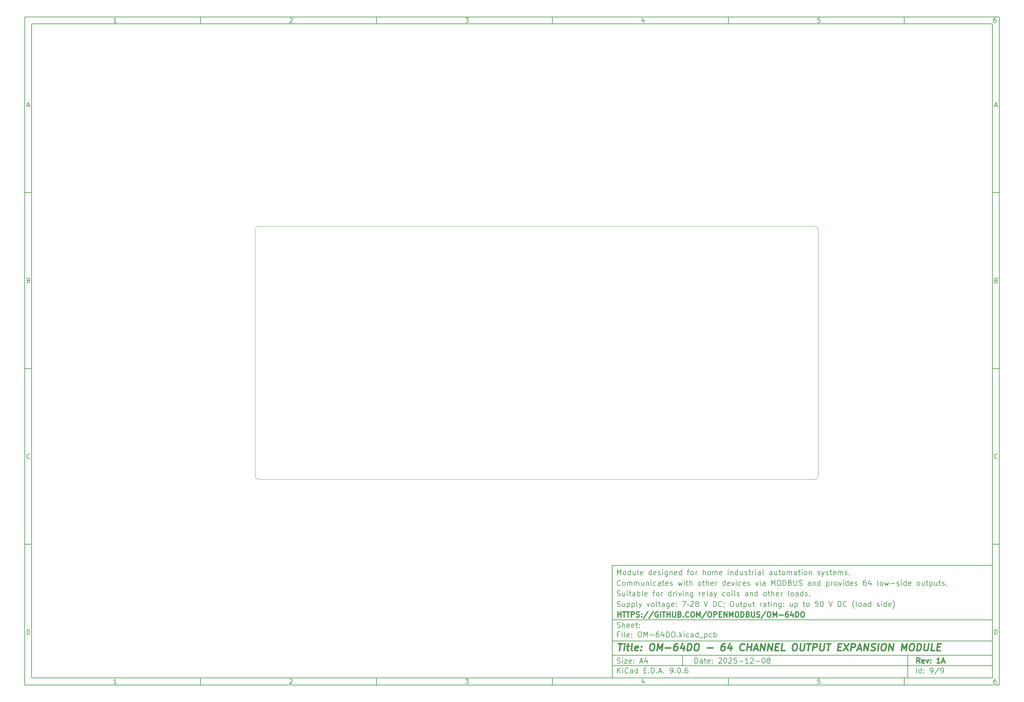
<source format=gbr>
G04 #@! TF.GenerationSoftware,KiCad,Pcbnew,9.0.6*
G04 #@! TF.CreationDate,2025-12-08T16:00:21+01:00*
G04 #@! TF.ProjectId,OM-64DO,4f4d2d36-3444-44f2-9e6b-696361645f70,1A*
G04 #@! TF.SameCoordinates,Original*
G04 #@! TF.FileFunction,Profile,NP*
%FSLAX46Y46*%
G04 Gerber Fmt 4.6, Leading zero omitted, Abs format (unit mm)*
G04 Created by KiCad (PCBNEW 9.0.6) date 2025-12-08 16:00:21*
%MOMM*%
%LPD*%
G01*
G04 APERTURE LIST*
%ADD10C,0.100000*%
%ADD11C,0.150000*%
%ADD12C,0.300000*%
%ADD13C,0.400000*%
G04 #@! TA.AperFunction,Profile*
%ADD14C,0.050000*%
G04 #@! TD*
G04 APERTURE END LIST*
D10*
D11*
X177002200Y-166007200D02*
X285002200Y-166007200D01*
X285002200Y-198007200D01*
X177002200Y-198007200D01*
X177002200Y-166007200D01*
D10*
D11*
X10000000Y-10000000D02*
X287002200Y-10000000D01*
X287002200Y-200007200D01*
X10000000Y-200007200D01*
X10000000Y-10000000D01*
D10*
D11*
X12000000Y-12000000D02*
X285002200Y-12000000D01*
X285002200Y-198007200D01*
X12000000Y-198007200D01*
X12000000Y-12000000D01*
D10*
D11*
X60000000Y-12000000D02*
X60000000Y-10000000D01*
D10*
D11*
X110000000Y-12000000D02*
X110000000Y-10000000D01*
D10*
D11*
X160000000Y-12000000D02*
X160000000Y-10000000D01*
D10*
D11*
X210000000Y-12000000D02*
X210000000Y-10000000D01*
D10*
D11*
X260000000Y-12000000D02*
X260000000Y-10000000D01*
D10*
D11*
X36089160Y-11593604D02*
X35346303Y-11593604D01*
X35717731Y-11593604D02*
X35717731Y-10293604D01*
X35717731Y-10293604D02*
X35593922Y-10479319D01*
X35593922Y-10479319D02*
X35470112Y-10603128D01*
X35470112Y-10603128D02*
X35346303Y-10665033D01*
D10*
D11*
X85346303Y-10417414D02*
X85408207Y-10355509D01*
X85408207Y-10355509D02*
X85532017Y-10293604D01*
X85532017Y-10293604D02*
X85841541Y-10293604D01*
X85841541Y-10293604D02*
X85965350Y-10355509D01*
X85965350Y-10355509D02*
X86027255Y-10417414D01*
X86027255Y-10417414D02*
X86089160Y-10541223D01*
X86089160Y-10541223D02*
X86089160Y-10665033D01*
X86089160Y-10665033D02*
X86027255Y-10850747D01*
X86027255Y-10850747D02*
X85284398Y-11593604D01*
X85284398Y-11593604D02*
X86089160Y-11593604D01*
D10*
D11*
X135284398Y-10293604D02*
X136089160Y-10293604D01*
X136089160Y-10293604D02*
X135655826Y-10788842D01*
X135655826Y-10788842D02*
X135841541Y-10788842D01*
X135841541Y-10788842D02*
X135965350Y-10850747D01*
X135965350Y-10850747D02*
X136027255Y-10912652D01*
X136027255Y-10912652D02*
X136089160Y-11036461D01*
X136089160Y-11036461D02*
X136089160Y-11345985D01*
X136089160Y-11345985D02*
X136027255Y-11469795D01*
X136027255Y-11469795D02*
X135965350Y-11531700D01*
X135965350Y-11531700D02*
X135841541Y-11593604D01*
X135841541Y-11593604D02*
X135470112Y-11593604D01*
X135470112Y-11593604D02*
X135346303Y-11531700D01*
X135346303Y-11531700D02*
X135284398Y-11469795D01*
D10*
D11*
X185965350Y-10726938D02*
X185965350Y-11593604D01*
X185655826Y-10231700D02*
X185346303Y-11160271D01*
X185346303Y-11160271D02*
X186151064Y-11160271D01*
D10*
D11*
X236027255Y-10293604D02*
X235408207Y-10293604D01*
X235408207Y-10293604D02*
X235346303Y-10912652D01*
X235346303Y-10912652D02*
X235408207Y-10850747D01*
X235408207Y-10850747D02*
X235532017Y-10788842D01*
X235532017Y-10788842D02*
X235841541Y-10788842D01*
X235841541Y-10788842D02*
X235965350Y-10850747D01*
X235965350Y-10850747D02*
X236027255Y-10912652D01*
X236027255Y-10912652D02*
X236089160Y-11036461D01*
X236089160Y-11036461D02*
X236089160Y-11345985D01*
X236089160Y-11345985D02*
X236027255Y-11469795D01*
X236027255Y-11469795D02*
X235965350Y-11531700D01*
X235965350Y-11531700D02*
X235841541Y-11593604D01*
X235841541Y-11593604D02*
X235532017Y-11593604D01*
X235532017Y-11593604D02*
X235408207Y-11531700D01*
X235408207Y-11531700D02*
X235346303Y-11469795D01*
D10*
D11*
X285965350Y-10293604D02*
X285717731Y-10293604D01*
X285717731Y-10293604D02*
X285593922Y-10355509D01*
X285593922Y-10355509D02*
X285532017Y-10417414D01*
X285532017Y-10417414D02*
X285408207Y-10603128D01*
X285408207Y-10603128D02*
X285346303Y-10850747D01*
X285346303Y-10850747D02*
X285346303Y-11345985D01*
X285346303Y-11345985D02*
X285408207Y-11469795D01*
X285408207Y-11469795D02*
X285470112Y-11531700D01*
X285470112Y-11531700D02*
X285593922Y-11593604D01*
X285593922Y-11593604D02*
X285841541Y-11593604D01*
X285841541Y-11593604D02*
X285965350Y-11531700D01*
X285965350Y-11531700D02*
X286027255Y-11469795D01*
X286027255Y-11469795D02*
X286089160Y-11345985D01*
X286089160Y-11345985D02*
X286089160Y-11036461D01*
X286089160Y-11036461D02*
X286027255Y-10912652D01*
X286027255Y-10912652D02*
X285965350Y-10850747D01*
X285965350Y-10850747D02*
X285841541Y-10788842D01*
X285841541Y-10788842D02*
X285593922Y-10788842D01*
X285593922Y-10788842D02*
X285470112Y-10850747D01*
X285470112Y-10850747D02*
X285408207Y-10912652D01*
X285408207Y-10912652D02*
X285346303Y-11036461D01*
D10*
D11*
X60000000Y-198007200D02*
X60000000Y-200007200D01*
D10*
D11*
X110000000Y-198007200D02*
X110000000Y-200007200D01*
D10*
D11*
X160000000Y-198007200D02*
X160000000Y-200007200D01*
D10*
D11*
X210000000Y-198007200D02*
X210000000Y-200007200D01*
D10*
D11*
X260000000Y-198007200D02*
X260000000Y-200007200D01*
D10*
D11*
X36089160Y-199600804D02*
X35346303Y-199600804D01*
X35717731Y-199600804D02*
X35717731Y-198300804D01*
X35717731Y-198300804D02*
X35593922Y-198486519D01*
X35593922Y-198486519D02*
X35470112Y-198610328D01*
X35470112Y-198610328D02*
X35346303Y-198672233D01*
D10*
D11*
X85346303Y-198424614D02*
X85408207Y-198362709D01*
X85408207Y-198362709D02*
X85532017Y-198300804D01*
X85532017Y-198300804D02*
X85841541Y-198300804D01*
X85841541Y-198300804D02*
X85965350Y-198362709D01*
X85965350Y-198362709D02*
X86027255Y-198424614D01*
X86027255Y-198424614D02*
X86089160Y-198548423D01*
X86089160Y-198548423D02*
X86089160Y-198672233D01*
X86089160Y-198672233D02*
X86027255Y-198857947D01*
X86027255Y-198857947D02*
X85284398Y-199600804D01*
X85284398Y-199600804D02*
X86089160Y-199600804D01*
D10*
D11*
X135284398Y-198300804D02*
X136089160Y-198300804D01*
X136089160Y-198300804D02*
X135655826Y-198796042D01*
X135655826Y-198796042D02*
X135841541Y-198796042D01*
X135841541Y-198796042D02*
X135965350Y-198857947D01*
X135965350Y-198857947D02*
X136027255Y-198919852D01*
X136027255Y-198919852D02*
X136089160Y-199043661D01*
X136089160Y-199043661D02*
X136089160Y-199353185D01*
X136089160Y-199353185D02*
X136027255Y-199476995D01*
X136027255Y-199476995D02*
X135965350Y-199538900D01*
X135965350Y-199538900D02*
X135841541Y-199600804D01*
X135841541Y-199600804D02*
X135470112Y-199600804D01*
X135470112Y-199600804D02*
X135346303Y-199538900D01*
X135346303Y-199538900D02*
X135284398Y-199476995D01*
D10*
D11*
X185965350Y-198734138D02*
X185965350Y-199600804D01*
X185655826Y-198238900D02*
X185346303Y-199167471D01*
X185346303Y-199167471D02*
X186151064Y-199167471D01*
D10*
D11*
X236027255Y-198300804D02*
X235408207Y-198300804D01*
X235408207Y-198300804D02*
X235346303Y-198919852D01*
X235346303Y-198919852D02*
X235408207Y-198857947D01*
X235408207Y-198857947D02*
X235532017Y-198796042D01*
X235532017Y-198796042D02*
X235841541Y-198796042D01*
X235841541Y-198796042D02*
X235965350Y-198857947D01*
X235965350Y-198857947D02*
X236027255Y-198919852D01*
X236027255Y-198919852D02*
X236089160Y-199043661D01*
X236089160Y-199043661D02*
X236089160Y-199353185D01*
X236089160Y-199353185D02*
X236027255Y-199476995D01*
X236027255Y-199476995D02*
X235965350Y-199538900D01*
X235965350Y-199538900D02*
X235841541Y-199600804D01*
X235841541Y-199600804D02*
X235532017Y-199600804D01*
X235532017Y-199600804D02*
X235408207Y-199538900D01*
X235408207Y-199538900D02*
X235346303Y-199476995D01*
D10*
D11*
X285965350Y-198300804D02*
X285717731Y-198300804D01*
X285717731Y-198300804D02*
X285593922Y-198362709D01*
X285593922Y-198362709D02*
X285532017Y-198424614D01*
X285532017Y-198424614D02*
X285408207Y-198610328D01*
X285408207Y-198610328D02*
X285346303Y-198857947D01*
X285346303Y-198857947D02*
X285346303Y-199353185D01*
X285346303Y-199353185D02*
X285408207Y-199476995D01*
X285408207Y-199476995D02*
X285470112Y-199538900D01*
X285470112Y-199538900D02*
X285593922Y-199600804D01*
X285593922Y-199600804D02*
X285841541Y-199600804D01*
X285841541Y-199600804D02*
X285965350Y-199538900D01*
X285965350Y-199538900D02*
X286027255Y-199476995D01*
X286027255Y-199476995D02*
X286089160Y-199353185D01*
X286089160Y-199353185D02*
X286089160Y-199043661D01*
X286089160Y-199043661D02*
X286027255Y-198919852D01*
X286027255Y-198919852D02*
X285965350Y-198857947D01*
X285965350Y-198857947D02*
X285841541Y-198796042D01*
X285841541Y-198796042D02*
X285593922Y-198796042D01*
X285593922Y-198796042D02*
X285470112Y-198857947D01*
X285470112Y-198857947D02*
X285408207Y-198919852D01*
X285408207Y-198919852D02*
X285346303Y-199043661D01*
D10*
D11*
X10000000Y-60000000D02*
X12000000Y-60000000D01*
D10*
D11*
X10000000Y-110000000D02*
X12000000Y-110000000D01*
D10*
D11*
X10000000Y-160000000D02*
X12000000Y-160000000D01*
D10*
D11*
X10690476Y-35222176D02*
X11309523Y-35222176D01*
X10566666Y-35593604D02*
X10999999Y-34293604D01*
X10999999Y-34293604D02*
X11433333Y-35593604D01*
D10*
D11*
X11092857Y-84912652D02*
X11278571Y-84974557D01*
X11278571Y-84974557D02*
X11340476Y-85036461D01*
X11340476Y-85036461D02*
X11402380Y-85160271D01*
X11402380Y-85160271D02*
X11402380Y-85345985D01*
X11402380Y-85345985D02*
X11340476Y-85469795D01*
X11340476Y-85469795D02*
X11278571Y-85531700D01*
X11278571Y-85531700D02*
X11154761Y-85593604D01*
X11154761Y-85593604D02*
X10659523Y-85593604D01*
X10659523Y-85593604D02*
X10659523Y-84293604D01*
X10659523Y-84293604D02*
X11092857Y-84293604D01*
X11092857Y-84293604D02*
X11216666Y-84355509D01*
X11216666Y-84355509D02*
X11278571Y-84417414D01*
X11278571Y-84417414D02*
X11340476Y-84541223D01*
X11340476Y-84541223D02*
X11340476Y-84665033D01*
X11340476Y-84665033D02*
X11278571Y-84788842D01*
X11278571Y-84788842D02*
X11216666Y-84850747D01*
X11216666Y-84850747D02*
X11092857Y-84912652D01*
X11092857Y-84912652D02*
X10659523Y-84912652D01*
D10*
D11*
X11402380Y-135469795D02*
X11340476Y-135531700D01*
X11340476Y-135531700D02*
X11154761Y-135593604D01*
X11154761Y-135593604D02*
X11030952Y-135593604D01*
X11030952Y-135593604D02*
X10845238Y-135531700D01*
X10845238Y-135531700D02*
X10721428Y-135407890D01*
X10721428Y-135407890D02*
X10659523Y-135284080D01*
X10659523Y-135284080D02*
X10597619Y-135036461D01*
X10597619Y-135036461D02*
X10597619Y-134850747D01*
X10597619Y-134850747D02*
X10659523Y-134603128D01*
X10659523Y-134603128D02*
X10721428Y-134479319D01*
X10721428Y-134479319D02*
X10845238Y-134355509D01*
X10845238Y-134355509D02*
X11030952Y-134293604D01*
X11030952Y-134293604D02*
X11154761Y-134293604D01*
X11154761Y-134293604D02*
X11340476Y-134355509D01*
X11340476Y-134355509D02*
X11402380Y-134417414D01*
D10*
D11*
X10659523Y-185593604D02*
X10659523Y-184293604D01*
X10659523Y-184293604D02*
X10969047Y-184293604D01*
X10969047Y-184293604D02*
X11154761Y-184355509D01*
X11154761Y-184355509D02*
X11278571Y-184479319D01*
X11278571Y-184479319D02*
X11340476Y-184603128D01*
X11340476Y-184603128D02*
X11402380Y-184850747D01*
X11402380Y-184850747D02*
X11402380Y-185036461D01*
X11402380Y-185036461D02*
X11340476Y-185284080D01*
X11340476Y-185284080D02*
X11278571Y-185407890D01*
X11278571Y-185407890D02*
X11154761Y-185531700D01*
X11154761Y-185531700D02*
X10969047Y-185593604D01*
X10969047Y-185593604D02*
X10659523Y-185593604D01*
D10*
D11*
X287002200Y-60000000D02*
X285002200Y-60000000D01*
D10*
D11*
X287002200Y-110000000D02*
X285002200Y-110000000D01*
D10*
D11*
X287002200Y-160000000D02*
X285002200Y-160000000D01*
D10*
D11*
X285692676Y-35222176D02*
X286311723Y-35222176D01*
X285568866Y-35593604D02*
X286002199Y-34293604D01*
X286002199Y-34293604D02*
X286435533Y-35593604D01*
D10*
D11*
X286095057Y-84912652D02*
X286280771Y-84974557D01*
X286280771Y-84974557D02*
X286342676Y-85036461D01*
X286342676Y-85036461D02*
X286404580Y-85160271D01*
X286404580Y-85160271D02*
X286404580Y-85345985D01*
X286404580Y-85345985D02*
X286342676Y-85469795D01*
X286342676Y-85469795D02*
X286280771Y-85531700D01*
X286280771Y-85531700D02*
X286156961Y-85593604D01*
X286156961Y-85593604D02*
X285661723Y-85593604D01*
X285661723Y-85593604D02*
X285661723Y-84293604D01*
X285661723Y-84293604D02*
X286095057Y-84293604D01*
X286095057Y-84293604D02*
X286218866Y-84355509D01*
X286218866Y-84355509D02*
X286280771Y-84417414D01*
X286280771Y-84417414D02*
X286342676Y-84541223D01*
X286342676Y-84541223D02*
X286342676Y-84665033D01*
X286342676Y-84665033D02*
X286280771Y-84788842D01*
X286280771Y-84788842D02*
X286218866Y-84850747D01*
X286218866Y-84850747D02*
X286095057Y-84912652D01*
X286095057Y-84912652D02*
X285661723Y-84912652D01*
D10*
D11*
X286404580Y-135469795D02*
X286342676Y-135531700D01*
X286342676Y-135531700D02*
X286156961Y-135593604D01*
X286156961Y-135593604D02*
X286033152Y-135593604D01*
X286033152Y-135593604D02*
X285847438Y-135531700D01*
X285847438Y-135531700D02*
X285723628Y-135407890D01*
X285723628Y-135407890D02*
X285661723Y-135284080D01*
X285661723Y-135284080D02*
X285599819Y-135036461D01*
X285599819Y-135036461D02*
X285599819Y-134850747D01*
X285599819Y-134850747D02*
X285661723Y-134603128D01*
X285661723Y-134603128D02*
X285723628Y-134479319D01*
X285723628Y-134479319D02*
X285847438Y-134355509D01*
X285847438Y-134355509D02*
X286033152Y-134293604D01*
X286033152Y-134293604D02*
X286156961Y-134293604D01*
X286156961Y-134293604D02*
X286342676Y-134355509D01*
X286342676Y-134355509D02*
X286404580Y-134417414D01*
D10*
D11*
X285661723Y-185593604D02*
X285661723Y-184293604D01*
X285661723Y-184293604D02*
X285971247Y-184293604D01*
X285971247Y-184293604D02*
X286156961Y-184355509D01*
X286156961Y-184355509D02*
X286280771Y-184479319D01*
X286280771Y-184479319D02*
X286342676Y-184603128D01*
X286342676Y-184603128D02*
X286404580Y-184850747D01*
X286404580Y-184850747D02*
X286404580Y-185036461D01*
X286404580Y-185036461D02*
X286342676Y-185284080D01*
X286342676Y-185284080D02*
X286280771Y-185407890D01*
X286280771Y-185407890D02*
X286156961Y-185531700D01*
X286156961Y-185531700D02*
X285971247Y-185593604D01*
X285971247Y-185593604D02*
X285661723Y-185593604D01*
D10*
D11*
X200458026Y-193793328D02*
X200458026Y-192293328D01*
X200458026Y-192293328D02*
X200815169Y-192293328D01*
X200815169Y-192293328D02*
X201029455Y-192364757D01*
X201029455Y-192364757D02*
X201172312Y-192507614D01*
X201172312Y-192507614D02*
X201243741Y-192650471D01*
X201243741Y-192650471D02*
X201315169Y-192936185D01*
X201315169Y-192936185D02*
X201315169Y-193150471D01*
X201315169Y-193150471D02*
X201243741Y-193436185D01*
X201243741Y-193436185D02*
X201172312Y-193579042D01*
X201172312Y-193579042D02*
X201029455Y-193721900D01*
X201029455Y-193721900D02*
X200815169Y-193793328D01*
X200815169Y-193793328D02*
X200458026Y-193793328D01*
X202600884Y-193793328D02*
X202600884Y-193007614D01*
X202600884Y-193007614D02*
X202529455Y-192864757D01*
X202529455Y-192864757D02*
X202386598Y-192793328D01*
X202386598Y-192793328D02*
X202100884Y-192793328D01*
X202100884Y-192793328D02*
X201958026Y-192864757D01*
X202600884Y-193721900D02*
X202458026Y-193793328D01*
X202458026Y-193793328D02*
X202100884Y-193793328D01*
X202100884Y-193793328D02*
X201958026Y-193721900D01*
X201958026Y-193721900D02*
X201886598Y-193579042D01*
X201886598Y-193579042D02*
X201886598Y-193436185D01*
X201886598Y-193436185D02*
X201958026Y-193293328D01*
X201958026Y-193293328D02*
X202100884Y-193221900D01*
X202100884Y-193221900D02*
X202458026Y-193221900D01*
X202458026Y-193221900D02*
X202600884Y-193150471D01*
X203100884Y-192793328D02*
X203672312Y-192793328D01*
X203315169Y-192293328D02*
X203315169Y-193579042D01*
X203315169Y-193579042D02*
X203386598Y-193721900D01*
X203386598Y-193721900D02*
X203529455Y-193793328D01*
X203529455Y-193793328D02*
X203672312Y-193793328D01*
X204743741Y-193721900D02*
X204600884Y-193793328D01*
X204600884Y-193793328D02*
X204315170Y-193793328D01*
X204315170Y-193793328D02*
X204172312Y-193721900D01*
X204172312Y-193721900D02*
X204100884Y-193579042D01*
X204100884Y-193579042D02*
X204100884Y-193007614D01*
X204100884Y-193007614D02*
X204172312Y-192864757D01*
X204172312Y-192864757D02*
X204315170Y-192793328D01*
X204315170Y-192793328D02*
X204600884Y-192793328D01*
X204600884Y-192793328D02*
X204743741Y-192864757D01*
X204743741Y-192864757D02*
X204815170Y-193007614D01*
X204815170Y-193007614D02*
X204815170Y-193150471D01*
X204815170Y-193150471D02*
X204100884Y-193293328D01*
X205458026Y-193650471D02*
X205529455Y-193721900D01*
X205529455Y-193721900D02*
X205458026Y-193793328D01*
X205458026Y-193793328D02*
X205386598Y-193721900D01*
X205386598Y-193721900D02*
X205458026Y-193650471D01*
X205458026Y-193650471D02*
X205458026Y-193793328D01*
X205458026Y-192864757D02*
X205529455Y-192936185D01*
X205529455Y-192936185D02*
X205458026Y-193007614D01*
X205458026Y-193007614D02*
X205386598Y-192936185D01*
X205386598Y-192936185D02*
X205458026Y-192864757D01*
X205458026Y-192864757D02*
X205458026Y-193007614D01*
X207243741Y-192436185D02*
X207315169Y-192364757D01*
X207315169Y-192364757D02*
X207458027Y-192293328D01*
X207458027Y-192293328D02*
X207815169Y-192293328D01*
X207815169Y-192293328D02*
X207958027Y-192364757D01*
X207958027Y-192364757D02*
X208029455Y-192436185D01*
X208029455Y-192436185D02*
X208100884Y-192579042D01*
X208100884Y-192579042D02*
X208100884Y-192721900D01*
X208100884Y-192721900D02*
X208029455Y-192936185D01*
X208029455Y-192936185D02*
X207172312Y-193793328D01*
X207172312Y-193793328D02*
X208100884Y-193793328D01*
X209029455Y-192293328D02*
X209172312Y-192293328D01*
X209172312Y-192293328D02*
X209315169Y-192364757D01*
X209315169Y-192364757D02*
X209386598Y-192436185D01*
X209386598Y-192436185D02*
X209458026Y-192579042D01*
X209458026Y-192579042D02*
X209529455Y-192864757D01*
X209529455Y-192864757D02*
X209529455Y-193221900D01*
X209529455Y-193221900D02*
X209458026Y-193507614D01*
X209458026Y-193507614D02*
X209386598Y-193650471D01*
X209386598Y-193650471D02*
X209315169Y-193721900D01*
X209315169Y-193721900D02*
X209172312Y-193793328D01*
X209172312Y-193793328D02*
X209029455Y-193793328D01*
X209029455Y-193793328D02*
X208886598Y-193721900D01*
X208886598Y-193721900D02*
X208815169Y-193650471D01*
X208815169Y-193650471D02*
X208743740Y-193507614D01*
X208743740Y-193507614D02*
X208672312Y-193221900D01*
X208672312Y-193221900D02*
X208672312Y-192864757D01*
X208672312Y-192864757D02*
X208743740Y-192579042D01*
X208743740Y-192579042D02*
X208815169Y-192436185D01*
X208815169Y-192436185D02*
X208886598Y-192364757D01*
X208886598Y-192364757D02*
X209029455Y-192293328D01*
X210100883Y-192436185D02*
X210172311Y-192364757D01*
X210172311Y-192364757D02*
X210315169Y-192293328D01*
X210315169Y-192293328D02*
X210672311Y-192293328D01*
X210672311Y-192293328D02*
X210815169Y-192364757D01*
X210815169Y-192364757D02*
X210886597Y-192436185D01*
X210886597Y-192436185D02*
X210958026Y-192579042D01*
X210958026Y-192579042D02*
X210958026Y-192721900D01*
X210958026Y-192721900D02*
X210886597Y-192936185D01*
X210886597Y-192936185D02*
X210029454Y-193793328D01*
X210029454Y-193793328D02*
X210958026Y-193793328D01*
X212315168Y-192293328D02*
X211600882Y-192293328D01*
X211600882Y-192293328D02*
X211529454Y-193007614D01*
X211529454Y-193007614D02*
X211600882Y-192936185D01*
X211600882Y-192936185D02*
X211743740Y-192864757D01*
X211743740Y-192864757D02*
X212100882Y-192864757D01*
X212100882Y-192864757D02*
X212243740Y-192936185D01*
X212243740Y-192936185D02*
X212315168Y-193007614D01*
X212315168Y-193007614D02*
X212386597Y-193150471D01*
X212386597Y-193150471D02*
X212386597Y-193507614D01*
X212386597Y-193507614D02*
X212315168Y-193650471D01*
X212315168Y-193650471D02*
X212243740Y-193721900D01*
X212243740Y-193721900D02*
X212100882Y-193793328D01*
X212100882Y-193793328D02*
X211743740Y-193793328D01*
X211743740Y-193793328D02*
X211600882Y-193721900D01*
X211600882Y-193721900D02*
X211529454Y-193650471D01*
X213029453Y-193221900D02*
X214172311Y-193221900D01*
X215672311Y-193793328D02*
X214815168Y-193793328D01*
X215243739Y-193793328D02*
X215243739Y-192293328D01*
X215243739Y-192293328D02*
X215100882Y-192507614D01*
X215100882Y-192507614D02*
X214958025Y-192650471D01*
X214958025Y-192650471D02*
X214815168Y-192721900D01*
X216243739Y-192436185D02*
X216315167Y-192364757D01*
X216315167Y-192364757D02*
X216458025Y-192293328D01*
X216458025Y-192293328D02*
X216815167Y-192293328D01*
X216815167Y-192293328D02*
X216958025Y-192364757D01*
X216958025Y-192364757D02*
X217029453Y-192436185D01*
X217029453Y-192436185D02*
X217100882Y-192579042D01*
X217100882Y-192579042D02*
X217100882Y-192721900D01*
X217100882Y-192721900D02*
X217029453Y-192936185D01*
X217029453Y-192936185D02*
X216172310Y-193793328D01*
X216172310Y-193793328D02*
X217100882Y-193793328D01*
X217743738Y-193221900D02*
X218886596Y-193221900D01*
X219886596Y-192293328D02*
X220029453Y-192293328D01*
X220029453Y-192293328D02*
X220172310Y-192364757D01*
X220172310Y-192364757D02*
X220243739Y-192436185D01*
X220243739Y-192436185D02*
X220315167Y-192579042D01*
X220315167Y-192579042D02*
X220386596Y-192864757D01*
X220386596Y-192864757D02*
X220386596Y-193221900D01*
X220386596Y-193221900D02*
X220315167Y-193507614D01*
X220315167Y-193507614D02*
X220243739Y-193650471D01*
X220243739Y-193650471D02*
X220172310Y-193721900D01*
X220172310Y-193721900D02*
X220029453Y-193793328D01*
X220029453Y-193793328D02*
X219886596Y-193793328D01*
X219886596Y-193793328D02*
X219743739Y-193721900D01*
X219743739Y-193721900D02*
X219672310Y-193650471D01*
X219672310Y-193650471D02*
X219600881Y-193507614D01*
X219600881Y-193507614D02*
X219529453Y-193221900D01*
X219529453Y-193221900D02*
X219529453Y-192864757D01*
X219529453Y-192864757D02*
X219600881Y-192579042D01*
X219600881Y-192579042D02*
X219672310Y-192436185D01*
X219672310Y-192436185D02*
X219743739Y-192364757D01*
X219743739Y-192364757D02*
X219886596Y-192293328D01*
X221243738Y-192936185D02*
X221100881Y-192864757D01*
X221100881Y-192864757D02*
X221029452Y-192793328D01*
X221029452Y-192793328D02*
X220958024Y-192650471D01*
X220958024Y-192650471D02*
X220958024Y-192579042D01*
X220958024Y-192579042D02*
X221029452Y-192436185D01*
X221029452Y-192436185D02*
X221100881Y-192364757D01*
X221100881Y-192364757D02*
X221243738Y-192293328D01*
X221243738Y-192293328D02*
X221529452Y-192293328D01*
X221529452Y-192293328D02*
X221672310Y-192364757D01*
X221672310Y-192364757D02*
X221743738Y-192436185D01*
X221743738Y-192436185D02*
X221815167Y-192579042D01*
X221815167Y-192579042D02*
X221815167Y-192650471D01*
X221815167Y-192650471D02*
X221743738Y-192793328D01*
X221743738Y-192793328D02*
X221672310Y-192864757D01*
X221672310Y-192864757D02*
X221529452Y-192936185D01*
X221529452Y-192936185D02*
X221243738Y-192936185D01*
X221243738Y-192936185D02*
X221100881Y-193007614D01*
X221100881Y-193007614D02*
X221029452Y-193079042D01*
X221029452Y-193079042D02*
X220958024Y-193221900D01*
X220958024Y-193221900D02*
X220958024Y-193507614D01*
X220958024Y-193507614D02*
X221029452Y-193650471D01*
X221029452Y-193650471D02*
X221100881Y-193721900D01*
X221100881Y-193721900D02*
X221243738Y-193793328D01*
X221243738Y-193793328D02*
X221529452Y-193793328D01*
X221529452Y-193793328D02*
X221672310Y-193721900D01*
X221672310Y-193721900D02*
X221743738Y-193650471D01*
X221743738Y-193650471D02*
X221815167Y-193507614D01*
X221815167Y-193507614D02*
X221815167Y-193221900D01*
X221815167Y-193221900D02*
X221743738Y-193079042D01*
X221743738Y-193079042D02*
X221672310Y-193007614D01*
X221672310Y-193007614D02*
X221529452Y-192936185D01*
D10*
D11*
X177002200Y-194507200D02*
X285002200Y-194507200D01*
D10*
D11*
X178458026Y-196593328D02*
X178458026Y-195093328D01*
X179315169Y-196593328D02*
X178672312Y-195736185D01*
X179315169Y-195093328D02*
X178458026Y-195950471D01*
X179958026Y-196593328D02*
X179958026Y-195593328D01*
X179958026Y-195093328D02*
X179886598Y-195164757D01*
X179886598Y-195164757D02*
X179958026Y-195236185D01*
X179958026Y-195236185D02*
X180029455Y-195164757D01*
X180029455Y-195164757D02*
X179958026Y-195093328D01*
X179958026Y-195093328D02*
X179958026Y-195236185D01*
X181529455Y-196450471D02*
X181458027Y-196521900D01*
X181458027Y-196521900D02*
X181243741Y-196593328D01*
X181243741Y-196593328D02*
X181100884Y-196593328D01*
X181100884Y-196593328D02*
X180886598Y-196521900D01*
X180886598Y-196521900D02*
X180743741Y-196379042D01*
X180743741Y-196379042D02*
X180672312Y-196236185D01*
X180672312Y-196236185D02*
X180600884Y-195950471D01*
X180600884Y-195950471D02*
X180600884Y-195736185D01*
X180600884Y-195736185D02*
X180672312Y-195450471D01*
X180672312Y-195450471D02*
X180743741Y-195307614D01*
X180743741Y-195307614D02*
X180886598Y-195164757D01*
X180886598Y-195164757D02*
X181100884Y-195093328D01*
X181100884Y-195093328D02*
X181243741Y-195093328D01*
X181243741Y-195093328D02*
X181458027Y-195164757D01*
X181458027Y-195164757D02*
X181529455Y-195236185D01*
X182815170Y-196593328D02*
X182815170Y-195807614D01*
X182815170Y-195807614D02*
X182743741Y-195664757D01*
X182743741Y-195664757D02*
X182600884Y-195593328D01*
X182600884Y-195593328D02*
X182315170Y-195593328D01*
X182315170Y-195593328D02*
X182172312Y-195664757D01*
X182815170Y-196521900D02*
X182672312Y-196593328D01*
X182672312Y-196593328D02*
X182315170Y-196593328D01*
X182315170Y-196593328D02*
X182172312Y-196521900D01*
X182172312Y-196521900D02*
X182100884Y-196379042D01*
X182100884Y-196379042D02*
X182100884Y-196236185D01*
X182100884Y-196236185D02*
X182172312Y-196093328D01*
X182172312Y-196093328D02*
X182315170Y-196021900D01*
X182315170Y-196021900D02*
X182672312Y-196021900D01*
X182672312Y-196021900D02*
X182815170Y-195950471D01*
X184172313Y-196593328D02*
X184172313Y-195093328D01*
X184172313Y-196521900D02*
X184029455Y-196593328D01*
X184029455Y-196593328D02*
X183743741Y-196593328D01*
X183743741Y-196593328D02*
X183600884Y-196521900D01*
X183600884Y-196521900D02*
X183529455Y-196450471D01*
X183529455Y-196450471D02*
X183458027Y-196307614D01*
X183458027Y-196307614D02*
X183458027Y-195879042D01*
X183458027Y-195879042D02*
X183529455Y-195736185D01*
X183529455Y-195736185D02*
X183600884Y-195664757D01*
X183600884Y-195664757D02*
X183743741Y-195593328D01*
X183743741Y-195593328D02*
X184029455Y-195593328D01*
X184029455Y-195593328D02*
X184172313Y-195664757D01*
X186029455Y-195807614D02*
X186529455Y-195807614D01*
X186743741Y-196593328D02*
X186029455Y-196593328D01*
X186029455Y-196593328D02*
X186029455Y-195093328D01*
X186029455Y-195093328D02*
X186743741Y-195093328D01*
X187386598Y-196450471D02*
X187458027Y-196521900D01*
X187458027Y-196521900D02*
X187386598Y-196593328D01*
X187386598Y-196593328D02*
X187315170Y-196521900D01*
X187315170Y-196521900D02*
X187386598Y-196450471D01*
X187386598Y-196450471D02*
X187386598Y-196593328D01*
X188100884Y-196593328D02*
X188100884Y-195093328D01*
X188100884Y-195093328D02*
X188458027Y-195093328D01*
X188458027Y-195093328D02*
X188672313Y-195164757D01*
X188672313Y-195164757D02*
X188815170Y-195307614D01*
X188815170Y-195307614D02*
X188886599Y-195450471D01*
X188886599Y-195450471D02*
X188958027Y-195736185D01*
X188958027Y-195736185D02*
X188958027Y-195950471D01*
X188958027Y-195950471D02*
X188886599Y-196236185D01*
X188886599Y-196236185D02*
X188815170Y-196379042D01*
X188815170Y-196379042D02*
X188672313Y-196521900D01*
X188672313Y-196521900D02*
X188458027Y-196593328D01*
X188458027Y-196593328D02*
X188100884Y-196593328D01*
X189600884Y-196450471D02*
X189672313Y-196521900D01*
X189672313Y-196521900D02*
X189600884Y-196593328D01*
X189600884Y-196593328D02*
X189529456Y-196521900D01*
X189529456Y-196521900D02*
X189600884Y-196450471D01*
X189600884Y-196450471D02*
X189600884Y-196593328D01*
X190243742Y-196164757D02*
X190958028Y-196164757D01*
X190100885Y-196593328D02*
X190600885Y-195093328D01*
X190600885Y-195093328D02*
X191100885Y-196593328D01*
X191600884Y-196450471D02*
X191672313Y-196521900D01*
X191672313Y-196521900D02*
X191600884Y-196593328D01*
X191600884Y-196593328D02*
X191529456Y-196521900D01*
X191529456Y-196521900D02*
X191600884Y-196450471D01*
X191600884Y-196450471D02*
X191600884Y-196593328D01*
X193529456Y-196593328D02*
X193815170Y-196593328D01*
X193815170Y-196593328D02*
X193958027Y-196521900D01*
X193958027Y-196521900D02*
X194029456Y-196450471D01*
X194029456Y-196450471D02*
X194172313Y-196236185D01*
X194172313Y-196236185D02*
X194243742Y-195950471D01*
X194243742Y-195950471D02*
X194243742Y-195379042D01*
X194243742Y-195379042D02*
X194172313Y-195236185D01*
X194172313Y-195236185D02*
X194100885Y-195164757D01*
X194100885Y-195164757D02*
X193958027Y-195093328D01*
X193958027Y-195093328D02*
X193672313Y-195093328D01*
X193672313Y-195093328D02*
X193529456Y-195164757D01*
X193529456Y-195164757D02*
X193458027Y-195236185D01*
X193458027Y-195236185D02*
X193386599Y-195379042D01*
X193386599Y-195379042D02*
X193386599Y-195736185D01*
X193386599Y-195736185D02*
X193458027Y-195879042D01*
X193458027Y-195879042D02*
X193529456Y-195950471D01*
X193529456Y-195950471D02*
X193672313Y-196021900D01*
X193672313Y-196021900D02*
X193958027Y-196021900D01*
X193958027Y-196021900D02*
X194100885Y-195950471D01*
X194100885Y-195950471D02*
X194172313Y-195879042D01*
X194172313Y-195879042D02*
X194243742Y-195736185D01*
X194886598Y-196450471D02*
X194958027Y-196521900D01*
X194958027Y-196521900D02*
X194886598Y-196593328D01*
X194886598Y-196593328D02*
X194815170Y-196521900D01*
X194815170Y-196521900D02*
X194886598Y-196450471D01*
X194886598Y-196450471D02*
X194886598Y-196593328D01*
X195886599Y-195093328D02*
X196029456Y-195093328D01*
X196029456Y-195093328D02*
X196172313Y-195164757D01*
X196172313Y-195164757D02*
X196243742Y-195236185D01*
X196243742Y-195236185D02*
X196315170Y-195379042D01*
X196315170Y-195379042D02*
X196386599Y-195664757D01*
X196386599Y-195664757D02*
X196386599Y-196021900D01*
X196386599Y-196021900D02*
X196315170Y-196307614D01*
X196315170Y-196307614D02*
X196243742Y-196450471D01*
X196243742Y-196450471D02*
X196172313Y-196521900D01*
X196172313Y-196521900D02*
X196029456Y-196593328D01*
X196029456Y-196593328D02*
X195886599Y-196593328D01*
X195886599Y-196593328D02*
X195743742Y-196521900D01*
X195743742Y-196521900D02*
X195672313Y-196450471D01*
X195672313Y-196450471D02*
X195600884Y-196307614D01*
X195600884Y-196307614D02*
X195529456Y-196021900D01*
X195529456Y-196021900D02*
X195529456Y-195664757D01*
X195529456Y-195664757D02*
X195600884Y-195379042D01*
X195600884Y-195379042D02*
X195672313Y-195236185D01*
X195672313Y-195236185D02*
X195743742Y-195164757D01*
X195743742Y-195164757D02*
X195886599Y-195093328D01*
X197029455Y-196450471D02*
X197100884Y-196521900D01*
X197100884Y-196521900D02*
X197029455Y-196593328D01*
X197029455Y-196593328D02*
X196958027Y-196521900D01*
X196958027Y-196521900D02*
X197029455Y-196450471D01*
X197029455Y-196450471D02*
X197029455Y-196593328D01*
X198386599Y-195093328D02*
X198100884Y-195093328D01*
X198100884Y-195093328D02*
X197958027Y-195164757D01*
X197958027Y-195164757D02*
X197886599Y-195236185D01*
X197886599Y-195236185D02*
X197743741Y-195450471D01*
X197743741Y-195450471D02*
X197672313Y-195736185D01*
X197672313Y-195736185D02*
X197672313Y-196307614D01*
X197672313Y-196307614D02*
X197743741Y-196450471D01*
X197743741Y-196450471D02*
X197815170Y-196521900D01*
X197815170Y-196521900D02*
X197958027Y-196593328D01*
X197958027Y-196593328D02*
X198243741Y-196593328D01*
X198243741Y-196593328D02*
X198386599Y-196521900D01*
X198386599Y-196521900D02*
X198458027Y-196450471D01*
X198458027Y-196450471D02*
X198529456Y-196307614D01*
X198529456Y-196307614D02*
X198529456Y-195950471D01*
X198529456Y-195950471D02*
X198458027Y-195807614D01*
X198458027Y-195807614D02*
X198386599Y-195736185D01*
X198386599Y-195736185D02*
X198243741Y-195664757D01*
X198243741Y-195664757D02*
X197958027Y-195664757D01*
X197958027Y-195664757D02*
X197815170Y-195736185D01*
X197815170Y-195736185D02*
X197743741Y-195807614D01*
X197743741Y-195807614D02*
X197672313Y-195950471D01*
D10*
D11*
X177002200Y-191507200D02*
X285002200Y-191507200D01*
D10*
D12*
X264413853Y-193785528D02*
X263913853Y-193071242D01*
X263556710Y-193785528D02*
X263556710Y-192285528D01*
X263556710Y-192285528D02*
X264128139Y-192285528D01*
X264128139Y-192285528D02*
X264270996Y-192356957D01*
X264270996Y-192356957D02*
X264342425Y-192428385D01*
X264342425Y-192428385D02*
X264413853Y-192571242D01*
X264413853Y-192571242D02*
X264413853Y-192785528D01*
X264413853Y-192785528D02*
X264342425Y-192928385D01*
X264342425Y-192928385D02*
X264270996Y-192999814D01*
X264270996Y-192999814D02*
X264128139Y-193071242D01*
X264128139Y-193071242D02*
X263556710Y-193071242D01*
X265628139Y-193714100D02*
X265485282Y-193785528D01*
X265485282Y-193785528D02*
X265199568Y-193785528D01*
X265199568Y-193785528D02*
X265056710Y-193714100D01*
X265056710Y-193714100D02*
X264985282Y-193571242D01*
X264985282Y-193571242D02*
X264985282Y-192999814D01*
X264985282Y-192999814D02*
X265056710Y-192856957D01*
X265056710Y-192856957D02*
X265199568Y-192785528D01*
X265199568Y-192785528D02*
X265485282Y-192785528D01*
X265485282Y-192785528D02*
X265628139Y-192856957D01*
X265628139Y-192856957D02*
X265699568Y-192999814D01*
X265699568Y-192999814D02*
X265699568Y-193142671D01*
X265699568Y-193142671D02*
X264985282Y-193285528D01*
X266199567Y-192785528D02*
X266556710Y-193785528D01*
X266556710Y-193785528D02*
X266913853Y-192785528D01*
X267485281Y-193642671D02*
X267556710Y-193714100D01*
X267556710Y-193714100D02*
X267485281Y-193785528D01*
X267485281Y-193785528D02*
X267413853Y-193714100D01*
X267413853Y-193714100D02*
X267485281Y-193642671D01*
X267485281Y-193642671D02*
X267485281Y-193785528D01*
X267485281Y-192856957D02*
X267556710Y-192928385D01*
X267556710Y-192928385D02*
X267485281Y-192999814D01*
X267485281Y-192999814D02*
X267413853Y-192928385D01*
X267413853Y-192928385D02*
X267485281Y-192856957D01*
X267485281Y-192856957D02*
X267485281Y-192999814D01*
X270128139Y-193785528D02*
X269270996Y-193785528D01*
X269699567Y-193785528D02*
X269699567Y-192285528D01*
X269699567Y-192285528D02*
X269556710Y-192499814D01*
X269556710Y-192499814D02*
X269413853Y-192642671D01*
X269413853Y-192642671D02*
X269270996Y-192714100D01*
X270699567Y-193356957D02*
X271413853Y-193356957D01*
X270556710Y-193785528D02*
X271056710Y-192285528D01*
X271056710Y-192285528D02*
X271556710Y-193785528D01*
D10*
D11*
X178386598Y-193721900D02*
X178600884Y-193793328D01*
X178600884Y-193793328D02*
X178958026Y-193793328D01*
X178958026Y-193793328D02*
X179100884Y-193721900D01*
X179100884Y-193721900D02*
X179172312Y-193650471D01*
X179172312Y-193650471D02*
X179243741Y-193507614D01*
X179243741Y-193507614D02*
X179243741Y-193364757D01*
X179243741Y-193364757D02*
X179172312Y-193221900D01*
X179172312Y-193221900D02*
X179100884Y-193150471D01*
X179100884Y-193150471D02*
X178958026Y-193079042D01*
X178958026Y-193079042D02*
X178672312Y-193007614D01*
X178672312Y-193007614D02*
X178529455Y-192936185D01*
X178529455Y-192936185D02*
X178458026Y-192864757D01*
X178458026Y-192864757D02*
X178386598Y-192721900D01*
X178386598Y-192721900D02*
X178386598Y-192579042D01*
X178386598Y-192579042D02*
X178458026Y-192436185D01*
X178458026Y-192436185D02*
X178529455Y-192364757D01*
X178529455Y-192364757D02*
X178672312Y-192293328D01*
X178672312Y-192293328D02*
X179029455Y-192293328D01*
X179029455Y-192293328D02*
X179243741Y-192364757D01*
X179886597Y-193793328D02*
X179886597Y-192793328D01*
X179886597Y-192293328D02*
X179815169Y-192364757D01*
X179815169Y-192364757D02*
X179886597Y-192436185D01*
X179886597Y-192436185D02*
X179958026Y-192364757D01*
X179958026Y-192364757D02*
X179886597Y-192293328D01*
X179886597Y-192293328D02*
X179886597Y-192436185D01*
X180458026Y-192793328D02*
X181243741Y-192793328D01*
X181243741Y-192793328D02*
X180458026Y-193793328D01*
X180458026Y-193793328D02*
X181243741Y-193793328D01*
X182386598Y-193721900D02*
X182243741Y-193793328D01*
X182243741Y-193793328D02*
X181958027Y-193793328D01*
X181958027Y-193793328D02*
X181815169Y-193721900D01*
X181815169Y-193721900D02*
X181743741Y-193579042D01*
X181743741Y-193579042D02*
X181743741Y-193007614D01*
X181743741Y-193007614D02*
X181815169Y-192864757D01*
X181815169Y-192864757D02*
X181958027Y-192793328D01*
X181958027Y-192793328D02*
X182243741Y-192793328D01*
X182243741Y-192793328D02*
X182386598Y-192864757D01*
X182386598Y-192864757D02*
X182458027Y-193007614D01*
X182458027Y-193007614D02*
X182458027Y-193150471D01*
X182458027Y-193150471D02*
X181743741Y-193293328D01*
X183100883Y-193650471D02*
X183172312Y-193721900D01*
X183172312Y-193721900D02*
X183100883Y-193793328D01*
X183100883Y-193793328D02*
X183029455Y-193721900D01*
X183029455Y-193721900D02*
X183100883Y-193650471D01*
X183100883Y-193650471D02*
X183100883Y-193793328D01*
X183100883Y-192864757D02*
X183172312Y-192936185D01*
X183172312Y-192936185D02*
X183100883Y-193007614D01*
X183100883Y-193007614D02*
X183029455Y-192936185D01*
X183029455Y-192936185D02*
X183100883Y-192864757D01*
X183100883Y-192864757D02*
X183100883Y-193007614D01*
X184886598Y-193364757D02*
X185600884Y-193364757D01*
X184743741Y-193793328D02*
X185243741Y-192293328D01*
X185243741Y-192293328D02*
X185743741Y-193793328D01*
X186886598Y-192793328D02*
X186886598Y-193793328D01*
X186529455Y-192221900D02*
X186172312Y-193293328D01*
X186172312Y-193293328D02*
X187100883Y-193293328D01*
D10*
D11*
X263458026Y-196593328D02*
X263458026Y-195093328D01*
X264815170Y-196593328D02*
X264815170Y-195093328D01*
X264815170Y-196521900D02*
X264672312Y-196593328D01*
X264672312Y-196593328D02*
X264386598Y-196593328D01*
X264386598Y-196593328D02*
X264243741Y-196521900D01*
X264243741Y-196521900D02*
X264172312Y-196450471D01*
X264172312Y-196450471D02*
X264100884Y-196307614D01*
X264100884Y-196307614D02*
X264100884Y-195879042D01*
X264100884Y-195879042D02*
X264172312Y-195736185D01*
X264172312Y-195736185D02*
X264243741Y-195664757D01*
X264243741Y-195664757D02*
X264386598Y-195593328D01*
X264386598Y-195593328D02*
X264672312Y-195593328D01*
X264672312Y-195593328D02*
X264815170Y-195664757D01*
X265529455Y-196450471D02*
X265600884Y-196521900D01*
X265600884Y-196521900D02*
X265529455Y-196593328D01*
X265529455Y-196593328D02*
X265458027Y-196521900D01*
X265458027Y-196521900D02*
X265529455Y-196450471D01*
X265529455Y-196450471D02*
X265529455Y-196593328D01*
X265529455Y-195664757D02*
X265600884Y-195736185D01*
X265600884Y-195736185D02*
X265529455Y-195807614D01*
X265529455Y-195807614D02*
X265458027Y-195736185D01*
X265458027Y-195736185D02*
X265529455Y-195664757D01*
X265529455Y-195664757D02*
X265529455Y-195807614D01*
X267458027Y-196593328D02*
X267743741Y-196593328D01*
X267743741Y-196593328D02*
X267886598Y-196521900D01*
X267886598Y-196521900D02*
X267958027Y-196450471D01*
X267958027Y-196450471D02*
X268100884Y-196236185D01*
X268100884Y-196236185D02*
X268172313Y-195950471D01*
X268172313Y-195950471D02*
X268172313Y-195379042D01*
X268172313Y-195379042D02*
X268100884Y-195236185D01*
X268100884Y-195236185D02*
X268029456Y-195164757D01*
X268029456Y-195164757D02*
X267886598Y-195093328D01*
X267886598Y-195093328D02*
X267600884Y-195093328D01*
X267600884Y-195093328D02*
X267458027Y-195164757D01*
X267458027Y-195164757D02*
X267386598Y-195236185D01*
X267386598Y-195236185D02*
X267315170Y-195379042D01*
X267315170Y-195379042D02*
X267315170Y-195736185D01*
X267315170Y-195736185D02*
X267386598Y-195879042D01*
X267386598Y-195879042D02*
X267458027Y-195950471D01*
X267458027Y-195950471D02*
X267600884Y-196021900D01*
X267600884Y-196021900D02*
X267886598Y-196021900D01*
X267886598Y-196021900D02*
X268029456Y-195950471D01*
X268029456Y-195950471D02*
X268100884Y-195879042D01*
X268100884Y-195879042D02*
X268172313Y-195736185D01*
X269886598Y-195021900D02*
X268600884Y-196950471D01*
X270458027Y-196593328D02*
X270743741Y-196593328D01*
X270743741Y-196593328D02*
X270886598Y-196521900D01*
X270886598Y-196521900D02*
X270958027Y-196450471D01*
X270958027Y-196450471D02*
X271100884Y-196236185D01*
X271100884Y-196236185D02*
X271172313Y-195950471D01*
X271172313Y-195950471D02*
X271172313Y-195379042D01*
X271172313Y-195379042D02*
X271100884Y-195236185D01*
X271100884Y-195236185D02*
X271029456Y-195164757D01*
X271029456Y-195164757D02*
X270886598Y-195093328D01*
X270886598Y-195093328D02*
X270600884Y-195093328D01*
X270600884Y-195093328D02*
X270458027Y-195164757D01*
X270458027Y-195164757D02*
X270386598Y-195236185D01*
X270386598Y-195236185D02*
X270315170Y-195379042D01*
X270315170Y-195379042D02*
X270315170Y-195736185D01*
X270315170Y-195736185D02*
X270386598Y-195879042D01*
X270386598Y-195879042D02*
X270458027Y-195950471D01*
X270458027Y-195950471D02*
X270600884Y-196021900D01*
X270600884Y-196021900D02*
X270886598Y-196021900D01*
X270886598Y-196021900D02*
X271029456Y-195950471D01*
X271029456Y-195950471D02*
X271100884Y-195879042D01*
X271100884Y-195879042D02*
X271172313Y-195736185D01*
D10*
D11*
X177002200Y-187507200D02*
X285002200Y-187507200D01*
D10*
D13*
X178693928Y-188211638D02*
X179836785Y-188211638D01*
X179015357Y-190211638D02*
X179265357Y-188211638D01*
X180253452Y-190211638D02*
X180420119Y-188878304D01*
X180503452Y-188211638D02*
X180396309Y-188306876D01*
X180396309Y-188306876D02*
X180479643Y-188402114D01*
X180479643Y-188402114D02*
X180586786Y-188306876D01*
X180586786Y-188306876D02*
X180503452Y-188211638D01*
X180503452Y-188211638D02*
X180479643Y-188402114D01*
X181086786Y-188878304D02*
X181848690Y-188878304D01*
X181455833Y-188211638D02*
X181241548Y-189925923D01*
X181241548Y-189925923D02*
X181312976Y-190116400D01*
X181312976Y-190116400D02*
X181491548Y-190211638D01*
X181491548Y-190211638D02*
X181682024Y-190211638D01*
X182634405Y-190211638D02*
X182455833Y-190116400D01*
X182455833Y-190116400D02*
X182384405Y-189925923D01*
X182384405Y-189925923D02*
X182598690Y-188211638D01*
X184170119Y-190116400D02*
X183967738Y-190211638D01*
X183967738Y-190211638D02*
X183586785Y-190211638D01*
X183586785Y-190211638D02*
X183408214Y-190116400D01*
X183408214Y-190116400D02*
X183336785Y-189925923D01*
X183336785Y-189925923D02*
X183432024Y-189164019D01*
X183432024Y-189164019D02*
X183551071Y-188973542D01*
X183551071Y-188973542D02*
X183753452Y-188878304D01*
X183753452Y-188878304D02*
X184134404Y-188878304D01*
X184134404Y-188878304D02*
X184312976Y-188973542D01*
X184312976Y-188973542D02*
X184384404Y-189164019D01*
X184384404Y-189164019D02*
X184360595Y-189354495D01*
X184360595Y-189354495D02*
X183384404Y-189544971D01*
X185134405Y-190021161D02*
X185217738Y-190116400D01*
X185217738Y-190116400D02*
X185110595Y-190211638D01*
X185110595Y-190211638D02*
X185027262Y-190116400D01*
X185027262Y-190116400D02*
X185134405Y-190021161D01*
X185134405Y-190021161D02*
X185110595Y-190211638D01*
X185265357Y-188973542D02*
X185348690Y-189068780D01*
X185348690Y-189068780D02*
X185241548Y-189164019D01*
X185241548Y-189164019D02*
X185158214Y-189068780D01*
X185158214Y-189068780D02*
X185265357Y-188973542D01*
X185265357Y-188973542D02*
X185241548Y-189164019D01*
X188217739Y-188211638D02*
X188598691Y-188211638D01*
X188598691Y-188211638D02*
X188777262Y-188306876D01*
X188777262Y-188306876D02*
X188943929Y-188497352D01*
X188943929Y-188497352D02*
X188991548Y-188878304D01*
X188991548Y-188878304D02*
X188908215Y-189544971D01*
X188908215Y-189544971D02*
X188765358Y-189925923D01*
X188765358Y-189925923D02*
X188551072Y-190116400D01*
X188551072Y-190116400D02*
X188348691Y-190211638D01*
X188348691Y-190211638D02*
X187967739Y-190211638D01*
X187967739Y-190211638D02*
X187789167Y-190116400D01*
X187789167Y-190116400D02*
X187622501Y-189925923D01*
X187622501Y-189925923D02*
X187574881Y-189544971D01*
X187574881Y-189544971D02*
X187658215Y-188878304D01*
X187658215Y-188878304D02*
X187801072Y-188497352D01*
X187801072Y-188497352D02*
X188015358Y-188306876D01*
X188015358Y-188306876D02*
X188217739Y-188211638D01*
X189682024Y-190211638D02*
X189932024Y-188211638D01*
X189932024Y-188211638D02*
X190420119Y-189640209D01*
X190420119Y-189640209D02*
X191265358Y-188211638D01*
X191265358Y-188211638D02*
X191015358Y-190211638D01*
X192062976Y-189449733D02*
X193586786Y-189449733D01*
X195551071Y-188211638D02*
X195170119Y-188211638D01*
X195170119Y-188211638D02*
X194967738Y-188306876D01*
X194967738Y-188306876D02*
X194860595Y-188402114D01*
X194860595Y-188402114D02*
X194634404Y-188687828D01*
X194634404Y-188687828D02*
X194491547Y-189068780D01*
X194491547Y-189068780D02*
X194396309Y-189830685D01*
X194396309Y-189830685D02*
X194467738Y-190021161D01*
X194467738Y-190021161D02*
X194551071Y-190116400D01*
X194551071Y-190116400D02*
X194729643Y-190211638D01*
X194729643Y-190211638D02*
X195110595Y-190211638D01*
X195110595Y-190211638D02*
X195312976Y-190116400D01*
X195312976Y-190116400D02*
X195420119Y-190021161D01*
X195420119Y-190021161D02*
X195539166Y-189830685D01*
X195539166Y-189830685D02*
X195598690Y-189354495D01*
X195598690Y-189354495D02*
X195527262Y-189164019D01*
X195527262Y-189164019D02*
X195443928Y-189068780D01*
X195443928Y-189068780D02*
X195265357Y-188973542D01*
X195265357Y-188973542D02*
X194884404Y-188973542D01*
X194884404Y-188973542D02*
X194682023Y-189068780D01*
X194682023Y-189068780D02*
X194574881Y-189164019D01*
X194574881Y-189164019D02*
X194455833Y-189354495D01*
X197372500Y-188878304D02*
X197205833Y-190211638D01*
X196991547Y-188116400D02*
X196336785Y-189544971D01*
X196336785Y-189544971D02*
X197574881Y-189544971D01*
X198253452Y-190211638D02*
X198503452Y-188211638D01*
X198503452Y-188211638D02*
X198979643Y-188211638D01*
X198979643Y-188211638D02*
X199253452Y-188306876D01*
X199253452Y-188306876D02*
X199420119Y-188497352D01*
X199420119Y-188497352D02*
X199491547Y-188687828D01*
X199491547Y-188687828D02*
X199539167Y-189068780D01*
X199539167Y-189068780D02*
X199503452Y-189354495D01*
X199503452Y-189354495D02*
X199360595Y-189735447D01*
X199360595Y-189735447D02*
X199241547Y-189925923D01*
X199241547Y-189925923D02*
X199027262Y-190116400D01*
X199027262Y-190116400D02*
X198729643Y-190211638D01*
X198729643Y-190211638D02*
X198253452Y-190211638D01*
X200884405Y-188211638D02*
X201265357Y-188211638D01*
X201265357Y-188211638D02*
X201443928Y-188306876D01*
X201443928Y-188306876D02*
X201610595Y-188497352D01*
X201610595Y-188497352D02*
X201658214Y-188878304D01*
X201658214Y-188878304D02*
X201574881Y-189544971D01*
X201574881Y-189544971D02*
X201432024Y-189925923D01*
X201432024Y-189925923D02*
X201217738Y-190116400D01*
X201217738Y-190116400D02*
X201015357Y-190211638D01*
X201015357Y-190211638D02*
X200634405Y-190211638D01*
X200634405Y-190211638D02*
X200455833Y-190116400D01*
X200455833Y-190116400D02*
X200289167Y-189925923D01*
X200289167Y-189925923D02*
X200241547Y-189544971D01*
X200241547Y-189544971D02*
X200324881Y-188878304D01*
X200324881Y-188878304D02*
X200467738Y-188497352D01*
X200467738Y-188497352D02*
X200682024Y-188306876D01*
X200682024Y-188306876D02*
X200884405Y-188211638D01*
X203967738Y-189449733D02*
X205491548Y-189449733D01*
X208979643Y-188211638D02*
X208598691Y-188211638D01*
X208598691Y-188211638D02*
X208396310Y-188306876D01*
X208396310Y-188306876D02*
X208289167Y-188402114D01*
X208289167Y-188402114D02*
X208062976Y-188687828D01*
X208062976Y-188687828D02*
X207920119Y-189068780D01*
X207920119Y-189068780D02*
X207824881Y-189830685D01*
X207824881Y-189830685D02*
X207896310Y-190021161D01*
X207896310Y-190021161D02*
X207979643Y-190116400D01*
X207979643Y-190116400D02*
X208158215Y-190211638D01*
X208158215Y-190211638D02*
X208539167Y-190211638D01*
X208539167Y-190211638D02*
X208741548Y-190116400D01*
X208741548Y-190116400D02*
X208848691Y-190021161D01*
X208848691Y-190021161D02*
X208967738Y-189830685D01*
X208967738Y-189830685D02*
X209027262Y-189354495D01*
X209027262Y-189354495D02*
X208955834Y-189164019D01*
X208955834Y-189164019D02*
X208872500Y-189068780D01*
X208872500Y-189068780D02*
X208693929Y-188973542D01*
X208693929Y-188973542D02*
X208312976Y-188973542D01*
X208312976Y-188973542D02*
X208110595Y-189068780D01*
X208110595Y-189068780D02*
X208003453Y-189164019D01*
X208003453Y-189164019D02*
X207884405Y-189354495D01*
X210801072Y-188878304D02*
X210634405Y-190211638D01*
X210420119Y-188116400D02*
X209765357Y-189544971D01*
X209765357Y-189544971D02*
X211003453Y-189544971D01*
X214372501Y-190021161D02*
X214265358Y-190116400D01*
X214265358Y-190116400D02*
X213967739Y-190211638D01*
X213967739Y-190211638D02*
X213777263Y-190211638D01*
X213777263Y-190211638D02*
X213503453Y-190116400D01*
X213503453Y-190116400D02*
X213336787Y-189925923D01*
X213336787Y-189925923D02*
X213265358Y-189735447D01*
X213265358Y-189735447D02*
X213217739Y-189354495D01*
X213217739Y-189354495D02*
X213253453Y-189068780D01*
X213253453Y-189068780D02*
X213396310Y-188687828D01*
X213396310Y-188687828D02*
X213515358Y-188497352D01*
X213515358Y-188497352D02*
X213729644Y-188306876D01*
X213729644Y-188306876D02*
X214027263Y-188211638D01*
X214027263Y-188211638D02*
X214217739Y-188211638D01*
X214217739Y-188211638D02*
X214491549Y-188306876D01*
X214491549Y-188306876D02*
X214574882Y-188402114D01*
X215205834Y-190211638D02*
X215455834Y-188211638D01*
X215336787Y-189164019D02*
X216479644Y-189164019D01*
X216348691Y-190211638D02*
X216598691Y-188211638D01*
X217277263Y-189640209D02*
X218229644Y-189640209D01*
X217015358Y-190211638D02*
X217932025Y-188211638D01*
X217932025Y-188211638D02*
X218348691Y-190211638D01*
X219015358Y-190211638D02*
X219265358Y-188211638D01*
X219265358Y-188211638D02*
X220158215Y-190211638D01*
X220158215Y-190211638D02*
X220408215Y-188211638D01*
X221110596Y-190211638D02*
X221360596Y-188211638D01*
X221360596Y-188211638D02*
X222253453Y-190211638D01*
X222253453Y-190211638D02*
X222503453Y-188211638D01*
X223336787Y-189164019D02*
X224003453Y-189164019D01*
X224158215Y-190211638D02*
X223205834Y-190211638D01*
X223205834Y-190211638D02*
X223455834Y-188211638D01*
X223455834Y-188211638D02*
X224408215Y-188211638D01*
X225967739Y-190211638D02*
X225015358Y-190211638D01*
X225015358Y-190211638D02*
X225265358Y-188211638D01*
X228789169Y-188211638D02*
X229170121Y-188211638D01*
X229170121Y-188211638D02*
X229348692Y-188306876D01*
X229348692Y-188306876D02*
X229515359Y-188497352D01*
X229515359Y-188497352D02*
X229562978Y-188878304D01*
X229562978Y-188878304D02*
X229479645Y-189544971D01*
X229479645Y-189544971D02*
X229336788Y-189925923D01*
X229336788Y-189925923D02*
X229122502Y-190116400D01*
X229122502Y-190116400D02*
X228920121Y-190211638D01*
X228920121Y-190211638D02*
X228539169Y-190211638D01*
X228539169Y-190211638D02*
X228360597Y-190116400D01*
X228360597Y-190116400D02*
X228193931Y-189925923D01*
X228193931Y-189925923D02*
X228146311Y-189544971D01*
X228146311Y-189544971D02*
X228229645Y-188878304D01*
X228229645Y-188878304D02*
X228372502Y-188497352D01*
X228372502Y-188497352D02*
X228586788Y-188306876D01*
X228586788Y-188306876D02*
X228789169Y-188211638D01*
X230503454Y-188211638D02*
X230301073Y-189830685D01*
X230301073Y-189830685D02*
X230372502Y-190021161D01*
X230372502Y-190021161D02*
X230455835Y-190116400D01*
X230455835Y-190116400D02*
X230634407Y-190211638D01*
X230634407Y-190211638D02*
X231015359Y-190211638D01*
X231015359Y-190211638D02*
X231217740Y-190116400D01*
X231217740Y-190116400D02*
X231324883Y-190021161D01*
X231324883Y-190021161D02*
X231443930Y-189830685D01*
X231443930Y-189830685D02*
X231646311Y-188211638D01*
X232312978Y-188211638D02*
X233455835Y-188211638D01*
X232634407Y-190211638D02*
X232884407Y-188211638D01*
X233872502Y-190211638D02*
X234122502Y-188211638D01*
X234122502Y-188211638D02*
X234884407Y-188211638D01*
X234884407Y-188211638D02*
X235062978Y-188306876D01*
X235062978Y-188306876D02*
X235146312Y-188402114D01*
X235146312Y-188402114D02*
X235217740Y-188592590D01*
X235217740Y-188592590D02*
X235182026Y-188878304D01*
X235182026Y-188878304D02*
X235062978Y-189068780D01*
X235062978Y-189068780D02*
X234955836Y-189164019D01*
X234955836Y-189164019D02*
X234753455Y-189259257D01*
X234753455Y-189259257D02*
X233991550Y-189259257D01*
X236122502Y-188211638D02*
X235920121Y-189830685D01*
X235920121Y-189830685D02*
X235991550Y-190021161D01*
X235991550Y-190021161D02*
X236074883Y-190116400D01*
X236074883Y-190116400D02*
X236253455Y-190211638D01*
X236253455Y-190211638D02*
X236634407Y-190211638D01*
X236634407Y-190211638D02*
X236836788Y-190116400D01*
X236836788Y-190116400D02*
X236943931Y-190021161D01*
X236943931Y-190021161D02*
X237062978Y-189830685D01*
X237062978Y-189830685D02*
X237265359Y-188211638D01*
X237932026Y-188211638D02*
X239074883Y-188211638D01*
X238253455Y-190211638D02*
X238503455Y-188211638D01*
X241146313Y-189164019D02*
X241812979Y-189164019D01*
X241967741Y-190211638D02*
X241015360Y-190211638D01*
X241015360Y-190211638D02*
X241265360Y-188211638D01*
X241265360Y-188211638D02*
X242217741Y-188211638D01*
X242884408Y-188211638D02*
X243967741Y-190211638D01*
X244217741Y-188211638D02*
X242634408Y-190211638D01*
X244729646Y-190211638D02*
X244979646Y-188211638D01*
X244979646Y-188211638D02*
X245741551Y-188211638D01*
X245741551Y-188211638D02*
X245920122Y-188306876D01*
X245920122Y-188306876D02*
X246003456Y-188402114D01*
X246003456Y-188402114D02*
X246074884Y-188592590D01*
X246074884Y-188592590D02*
X246039170Y-188878304D01*
X246039170Y-188878304D02*
X245920122Y-189068780D01*
X245920122Y-189068780D02*
X245812980Y-189164019D01*
X245812980Y-189164019D02*
X245610599Y-189259257D01*
X245610599Y-189259257D02*
X244848694Y-189259257D01*
X246705837Y-189640209D02*
X247658218Y-189640209D01*
X246443932Y-190211638D02*
X247360599Y-188211638D01*
X247360599Y-188211638D02*
X247777265Y-190211638D01*
X248443932Y-190211638D02*
X248693932Y-188211638D01*
X248693932Y-188211638D02*
X249586789Y-190211638D01*
X249586789Y-190211638D02*
X249836789Y-188211638D01*
X250455837Y-190116400D02*
X250729646Y-190211638D01*
X250729646Y-190211638D02*
X251205837Y-190211638D01*
X251205837Y-190211638D02*
X251408218Y-190116400D01*
X251408218Y-190116400D02*
X251515361Y-190021161D01*
X251515361Y-190021161D02*
X251634408Y-189830685D01*
X251634408Y-189830685D02*
X251658218Y-189640209D01*
X251658218Y-189640209D02*
X251586789Y-189449733D01*
X251586789Y-189449733D02*
X251503456Y-189354495D01*
X251503456Y-189354495D02*
X251324885Y-189259257D01*
X251324885Y-189259257D02*
X250955837Y-189164019D01*
X250955837Y-189164019D02*
X250777265Y-189068780D01*
X250777265Y-189068780D02*
X250693932Y-188973542D01*
X250693932Y-188973542D02*
X250622504Y-188783066D01*
X250622504Y-188783066D02*
X250646313Y-188592590D01*
X250646313Y-188592590D02*
X250765361Y-188402114D01*
X250765361Y-188402114D02*
X250872504Y-188306876D01*
X250872504Y-188306876D02*
X251074885Y-188211638D01*
X251074885Y-188211638D02*
X251551075Y-188211638D01*
X251551075Y-188211638D02*
X251824885Y-188306876D01*
X252443932Y-190211638D02*
X252693932Y-188211638D01*
X254027266Y-188211638D02*
X254408218Y-188211638D01*
X254408218Y-188211638D02*
X254586789Y-188306876D01*
X254586789Y-188306876D02*
X254753456Y-188497352D01*
X254753456Y-188497352D02*
X254801075Y-188878304D01*
X254801075Y-188878304D02*
X254717742Y-189544971D01*
X254717742Y-189544971D02*
X254574885Y-189925923D01*
X254574885Y-189925923D02*
X254360599Y-190116400D01*
X254360599Y-190116400D02*
X254158218Y-190211638D01*
X254158218Y-190211638D02*
X253777266Y-190211638D01*
X253777266Y-190211638D02*
X253598694Y-190116400D01*
X253598694Y-190116400D02*
X253432028Y-189925923D01*
X253432028Y-189925923D02*
X253384408Y-189544971D01*
X253384408Y-189544971D02*
X253467742Y-188878304D01*
X253467742Y-188878304D02*
X253610599Y-188497352D01*
X253610599Y-188497352D02*
X253824885Y-188306876D01*
X253824885Y-188306876D02*
X254027266Y-188211638D01*
X255491551Y-190211638D02*
X255741551Y-188211638D01*
X255741551Y-188211638D02*
X256634408Y-190211638D01*
X256634408Y-190211638D02*
X256884408Y-188211638D01*
X259110599Y-190211638D02*
X259360599Y-188211638D01*
X259360599Y-188211638D02*
X259848694Y-189640209D01*
X259848694Y-189640209D02*
X260693933Y-188211638D01*
X260693933Y-188211638D02*
X260443933Y-190211638D01*
X262027266Y-188211638D02*
X262408218Y-188211638D01*
X262408218Y-188211638D02*
X262586789Y-188306876D01*
X262586789Y-188306876D02*
X262753456Y-188497352D01*
X262753456Y-188497352D02*
X262801075Y-188878304D01*
X262801075Y-188878304D02*
X262717742Y-189544971D01*
X262717742Y-189544971D02*
X262574885Y-189925923D01*
X262574885Y-189925923D02*
X262360599Y-190116400D01*
X262360599Y-190116400D02*
X262158218Y-190211638D01*
X262158218Y-190211638D02*
X261777266Y-190211638D01*
X261777266Y-190211638D02*
X261598694Y-190116400D01*
X261598694Y-190116400D02*
X261432028Y-189925923D01*
X261432028Y-189925923D02*
X261384408Y-189544971D01*
X261384408Y-189544971D02*
X261467742Y-188878304D01*
X261467742Y-188878304D02*
X261610599Y-188497352D01*
X261610599Y-188497352D02*
X261824885Y-188306876D01*
X261824885Y-188306876D02*
X262027266Y-188211638D01*
X263491551Y-190211638D02*
X263741551Y-188211638D01*
X263741551Y-188211638D02*
X264217742Y-188211638D01*
X264217742Y-188211638D02*
X264491551Y-188306876D01*
X264491551Y-188306876D02*
X264658218Y-188497352D01*
X264658218Y-188497352D02*
X264729646Y-188687828D01*
X264729646Y-188687828D02*
X264777266Y-189068780D01*
X264777266Y-189068780D02*
X264741551Y-189354495D01*
X264741551Y-189354495D02*
X264598694Y-189735447D01*
X264598694Y-189735447D02*
X264479646Y-189925923D01*
X264479646Y-189925923D02*
X264265361Y-190116400D01*
X264265361Y-190116400D02*
X263967742Y-190211638D01*
X263967742Y-190211638D02*
X263491551Y-190211638D01*
X265741551Y-188211638D02*
X265539170Y-189830685D01*
X265539170Y-189830685D02*
X265610599Y-190021161D01*
X265610599Y-190021161D02*
X265693932Y-190116400D01*
X265693932Y-190116400D02*
X265872504Y-190211638D01*
X265872504Y-190211638D02*
X266253456Y-190211638D01*
X266253456Y-190211638D02*
X266455837Y-190116400D01*
X266455837Y-190116400D02*
X266562980Y-190021161D01*
X266562980Y-190021161D02*
X266682027Y-189830685D01*
X266682027Y-189830685D02*
X266884408Y-188211638D01*
X268539170Y-190211638D02*
X267586789Y-190211638D01*
X267586789Y-190211638D02*
X267836789Y-188211638D01*
X269336790Y-189164019D02*
X270003456Y-189164019D01*
X270158218Y-190211638D02*
X269205837Y-190211638D01*
X269205837Y-190211638D02*
X269455837Y-188211638D01*
X269455837Y-188211638D02*
X270408218Y-188211638D01*
D10*
D11*
X178958026Y-185607614D02*
X178458026Y-185607614D01*
X178458026Y-186393328D02*
X178458026Y-184893328D01*
X178458026Y-184893328D02*
X179172312Y-184893328D01*
X179743740Y-186393328D02*
X179743740Y-185393328D01*
X179743740Y-184893328D02*
X179672312Y-184964757D01*
X179672312Y-184964757D02*
X179743740Y-185036185D01*
X179743740Y-185036185D02*
X179815169Y-184964757D01*
X179815169Y-184964757D02*
X179743740Y-184893328D01*
X179743740Y-184893328D02*
X179743740Y-185036185D01*
X180672312Y-186393328D02*
X180529455Y-186321900D01*
X180529455Y-186321900D02*
X180458026Y-186179042D01*
X180458026Y-186179042D02*
X180458026Y-184893328D01*
X181815169Y-186321900D02*
X181672312Y-186393328D01*
X181672312Y-186393328D02*
X181386598Y-186393328D01*
X181386598Y-186393328D02*
X181243740Y-186321900D01*
X181243740Y-186321900D02*
X181172312Y-186179042D01*
X181172312Y-186179042D02*
X181172312Y-185607614D01*
X181172312Y-185607614D02*
X181243740Y-185464757D01*
X181243740Y-185464757D02*
X181386598Y-185393328D01*
X181386598Y-185393328D02*
X181672312Y-185393328D01*
X181672312Y-185393328D02*
X181815169Y-185464757D01*
X181815169Y-185464757D02*
X181886598Y-185607614D01*
X181886598Y-185607614D02*
X181886598Y-185750471D01*
X181886598Y-185750471D02*
X181172312Y-185893328D01*
X182529454Y-186250471D02*
X182600883Y-186321900D01*
X182600883Y-186321900D02*
X182529454Y-186393328D01*
X182529454Y-186393328D02*
X182458026Y-186321900D01*
X182458026Y-186321900D02*
X182529454Y-186250471D01*
X182529454Y-186250471D02*
X182529454Y-186393328D01*
X182529454Y-185464757D02*
X182600883Y-185536185D01*
X182600883Y-185536185D02*
X182529454Y-185607614D01*
X182529454Y-185607614D02*
X182458026Y-185536185D01*
X182458026Y-185536185D02*
X182529454Y-185464757D01*
X182529454Y-185464757D02*
X182529454Y-185607614D01*
X184672312Y-184893328D02*
X184958026Y-184893328D01*
X184958026Y-184893328D02*
X185100883Y-184964757D01*
X185100883Y-184964757D02*
X185243740Y-185107614D01*
X185243740Y-185107614D02*
X185315169Y-185393328D01*
X185315169Y-185393328D02*
X185315169Y-185893328D01*
X185315169Y-185893328D02*
X185243740Y-186179042D01*
X185243740Y-186179042D02*
X185100883Y-186321900D01*
X185100883Y-186321900D02*
X184958026Y-186393328D01*
X184958026Y-186393328D02*
X184672312Y-186393328D01*
X184672312Y-186393328D02*
X184529455Y-186321900D01*
X184529455Y-186321900D02*
X184386597Y-186179042D01*
X184386597Y-186179042D02*
X184315169Y-185893328D01*
X184315169Y-185893328D02*
X184315169Y-185393328D01*
X184315169Y-185393328D02*
X184386597Y-185107614D01*
X184386597Y-185107614D02*
X184529455Y-184964757D01*
X184529455Y-184964757D02*
X184672312Y-184893328D01*
X185958026Y-186393328D02*
X185958026Y-184893328D01*
X185958026Y-184893328D02*
X186458026Y-185964757D01*
X186458026Y-185964757D02*
X186958026Y-184893328D01*
X186958026Y-184893328D02*
X186958026Y-186393328D01*
X187672312Y-185821900D02*
X188815170Y-185821900D01*
X190172313Y-184893328D02*
X189886598Y-184893328D01*
X189886598Y-184893328D02*
X189743741Y-184964757D01*
X189743741Y-184964757D02*
X189672313Y-185036185D01*
X189672313Y-185036185D02*
X189529455Y-185250471D01*
X189529455Y-185250471D02*
X189458027Y-185536185D01*
X189458027Y-185536185D02*
X189458027Y-186107614D01*
X189458027Y-186107614D02*
X189529455Y-186250471D01*
X189529455Y-186250471D02*
X189600884Y-186321900D01*
X189600884Y-186321900D02*
X189743741Y-186393328D01*
X189743741Y-186393328D02*
X190029455Y-186393328D01*
X190029455Y-186393328D02*
X190172313Y-186321900D01*
X190172313Y-186321900D02*
X190243741Y-186250471D01*
X190243741Y-186250471D02*
X190315170Y-186107614D01*
X190315170Y-186107614D02*
X190315170Y-185750471D01*
X190315170Y-185750471D02*
X190243741Y-185607614D01*
X190243741Y-185607614D02*
X190172313Y-185536185D01*
X190172313Y-185536185D02*
X190029455Y-185464757D01*
X190029455Y-185464757D02*
X189743741Y-185464757D01*
X189743741Y-185464757D02*
X189600884Y-185536185D01*
X189600884Y-185536185D02*
X189529455Y-185607614D01*
X189529455Y-185607614D02*
X189458027Y-185750471D01*
X191600884Y-185393328D02*
X191600884Y-186393328D01*
X191243741Y-184821900D02*
X190886598Y-185893328D01*
X190886598Y-185893328D02*
X191815169Y-185893328D01*
X192386597Y-186393328D02*
X192386597Y-184893328D01*
X192386597Y-184893328D02*
X192743740Y-184893328D01*
X192743740Y-184893328D02*
X192958026Y-184964757D01*
X192958026Y-184964757D02*
X193100883Y-185107614D01*
X193100883Y-185107614D02*
X193172312Y-185250471D01*
X193172312Y-185250471D02*
X193243740Y-185536185D01*
X193243740Y-185536185D02*
X193243740Y-185750471D01*
X193243740Y-185750471D02*
X193172312Y-186036185D01*
X193172312Y-186036185D02*
X193100883Y-186179042D01*
X193100883Y-186179042D02*
X192958026Y-186321900D01*
X192958026Y-186321900D02*
X192743740Y-186393328D01*
X192743740Y-186393328D02*
X192386597Y-186393328D01*
X194172312Y-184893328D02*
X194458026Y-184893328D01*
X194458026Y-184893328D02*
X194600883Y-184964757D01*
X194600883Y-184964757D02*
X194743740Y-185107614D01*
X194743740Y-185107614D02*
X194815169Y-185393328D01*
X194815169Y-185393328D02*
X194815169Y-185893328D01*
X194815169Y-185893328D02*
X194743740Y-186179042D01*
X194743740Y-186179042D02*
X194600883Y-186321900D01*
X194600883Y-186321900D02*
X194458026Y-186393328D01*
X194458026Y-186393328D02*
X194172312Y-186393328D01*
X194172312Y-186393328D02*
X194029455Y-186321900D01*
X194029455Y-186321900D02*
X193886597Y-186179042D01*
X193886597Y-186179042D02*
X193815169Y-185893328D01*
X193815169Y-185893328D02*
X193815169Y-185393328D01*
X193815169Y-185393328D02*
X193886597Y-185107614D01*
X193886597Y-185107614D02*
X194029455Y-184964757D01*
X194029455Y-184964757D02*
X194172312Y-184893328D01*
X195458026Y-186250471D02*
X195529455Y-186321900D01*
X195529455Y-186321900D02*
X195458026Y-186393328D01*
X195458026Y-186393328D02*
X195386598Y-186321900D01*
X195386598Y-186321900D02*
X195458026Y-186250471D01*
X195458026Y-186250471D02*
X195458026Y-186393328D01*
X196172312Y-186393328D02*
X196172312Y-184893328D01*
X196315170Y-185821900D02*
X196743741Y-186393328D01*
X196743741Y-185393328D02*
X196172312Y-185964757D01*
X197386598Y-186393328D02*
X197386598Y-185393328D01*
X197386598Y-184893328D02*
X197315170Y-184964757D01*
X197315170Y-184964757D02*
X197386598Y-185036185D01*
X197386598Y-185036185D02*
X197458027Y-184964757D01*
X197458027Y-184964757D02*
X197386598Y-184893328D01*
X197386598Y-184893328D02*
X197386598Y-185036185D01*
X198743742Y-186321900D02*
X198600884Y-186393328D01*
X198600884Y-186393328D02*
X198315170Y-186393328D01*
X198315170Y-186393328D02*
X198172313Y-186321900D01*
X198172313Y-186321900D02*
X198100884Y-186250471D01*
X198100884Y-186250471D02*
X198029456Y-186107614D01*
X198029456Y-186107614D02*
X198029456Y-185679042D01*
X198029456Y-185679042D02*
X198100884Y-185536185D01*
X198100884Y-185536185D02*
X198172313Y-185464757D01*
X198172313Y-185464757D02*
X198315170Y-185393328D01*
X198315170Y-185393328D02*
X198600884Y-185393328D01*
X198600884Y-185393328D02*
X198743742Y-185464757D01*
X200029456Y-186393328D02*
X200029456Y-185607614D01*
X200029456Y-185607614D02*
X199958027Y-185464757D01*
X199958027Y-185464757D02*
X199815170Y-185393328D01*
X199815170Y-185393328D02*
X199529456Y-185393328D01*
X199529456Y-185393328D02*
X199386598Y-185464757D01*
X200029456Y-186321900D02*
X199886598Y-186393328D01*
X199886598Y-186393328D02*
X199529456Y-186393328D01*
X199529456Y-186393328D02*
X199386598Y-186321900D01*
X199386598Y-186321900D02*
X199315170Y-186179042D01*
X199315170Y-186179042D02*
X199315170Y-186036185D01*
X199315170Y-186036185D02*
X199386598Y-185893328D01*
X199386598Y-185893328D02*
X199529456Y-185821900D01*
X199529456Y-185821900D02*
X199886598Y-185821900D01*
X199886598Y-185821900D02*
X200029456Y-185750471D01*
X201386599Y-186393328D02*
X201386599Y-184893328D01*
X201386599Y-186321900D02*
X201243741Y-186393328D01*
X201243741Y-186393328D02*
X200958027Y-186393328D01*
X200958027Y-186393328D02*
X200815170Y-186321900D01*
X200815170Y-186321900D02*
X200743741Y-186250471D01*
X200743741Y-186250471D02*
X200672313Y-186107614D01*
X200672313Y-186107614D02*
X200672313Y-185679042D01*
X200672313Y-185679042D02*
X200743741Y-185536185D01*
X200743741Y-185536185D02*
X200815170Y-185464757D01*
X200815170Y-185464757D02*
X200958027Y-185393328D01*
X200958027Y-185393328D02*
X201243741Y-185393328D01*
X201243741Y-185393328D02*
X201386599Y-185464757D01*
X201743742Y-186536185D02*
X202886599Y-186536185D01*
X203243741Y-185393328D02*
X203243741Y-186893328D01*
X203243741Y-185464757D02*
X203386599Y-185393328D01*
X203386599Y-185393328D02*
X203672313Y-185393328D01*
X203672313Y-185393328D02*
X203815170Y-185464757D01*
X203815170Y-185464757D02*
X203886599Y-185536185D01*
X203886599Y-185536185D02*
X203958027Y-185679042D01*
X203958027Y-185679042D02*
X203958027Y-186107614D01*
X203958027Y-186107614D02*
X203886599Y-186250471D01*
X203886599Y-186250471D02*
X203815170Y-186321900D01*
X203815170Y-186321900D02*
X203672313Y-186393328D01*
X203672313Y-186393328D02*
X203386599Y-186393328D01*
X203386599Y-186393328D02*
X203243741Y-186321900D01*
X205243742Y-186321900D02*
X205100884Y-186393328D01*
X205100884Y-186393328D02*
X204815170Y-186393328D01*
X204815170Y-186393328D02*
X204672313Y-186321900D01*
X204672313Y-186321900D02*
X204600884Y-186250471D01*
X204600884Y-186250471D02*
X204529456Y-186107614D01*
X204529456Y-186107614D02*
X204529456Y-185679042D01*
X204529456Y-185679042D02*
X204600884Y-185536185D01*
X204600884Y-185536185D02*
X204672313Y-185464757D01*
X204672313Y-185464757D02*
X204815170Y-185393328D01*
X204815170Y-185393328D02*
X205100884Y-185393328D01*
X205100884Y-185393328D02*
X205243742Y-185464757D01*
X205886598Y-186393328D02*
X205886598Y-184893328D01*
X205886598Y-185464757D02*
X206029456Y-185393328D01*
X206029456Y-185393328D02*
X206315170Y-185393328D01*
X206315170Y-185393328D02*
X206458027Y-185464757D01*
X206458027Y-185464757D02*
X206529456Y-185536185D01*
X206529456Y-185536185D02*
X206600884Y-185679042D01*
X206600884Y-185679042D02*
X206600884Y-186107614D01*
X206600884Y-186107614D02*
X206529456Y-186250471D01*
X206529456Y-186250471D02*
X206458027Y-186321900D01*
X206458027Y-186321900D02*
X206315170Y-186393328D01*
X206315170Y-186393328D02*
X206029456Y-186393328D01*
X206029456Y-186393328D02*
X205886598Y-186321900D01*
D10*
D11*
X177002200Y-181507200D02*
X285002200Y-181507200D01*
D10*
D11*
X178386598Y-183621900D02*
X178600884Y-183693328D01*
X178600884Y-183693328D02*
X178958026Y-183693328D01*
X178958026Y-183693328D02*
X179100884Y-183621900D01*
X179100884Y-183621900D02*
X179172312Y-183550471D01*
X179172312Y-183550471D02*
X179243741Y-183407614D01*
X179243741Y-183407614D02*
X179243741Y-183264757D01*
X179243741Y-183264757D02*
X179172312Y-183121900D01*
X179172312Y-183121900D02*
X179100884Y-183050471D01*
X179100884Y-183050471D02*
X178958026Y-182979042D01*
X178958026Y-182979042D02*
X178672312Y-182907614D01*
X178672312Y-182907614D02*
X178529455Y-182836185D01*
X178529455Y-182836185D02*
X178458026Y-182764757D01*
X178458026Y-182764757D02*
X178386598Y-182621900D01*
X178386598Y-182621900D02*
X178386598Y-182479042D01*
X178386598Y-182479042D02*
X178458026Y-182336185D01*
X178458026Y-182336185D02*
X178529455Y-182264757D01*
X178529455Y-182264757D02*
X178672312Y-182193328D01*
X178672312Y-182193328D02*
X179029455Y-182193328D01*
X179029455Y-182193328D02*
X179243741Y-182264757D01*
X179886597Y-183693328D02*
X179886597Y-182193328D01*
X180529455Y-183693328D02*
X180529455Y-182907614D01*
X180529455Y-182907614D02*
X180458026Y-182764757D01*
X180458026Y-182764757D02*
X180315169Y-182693328D01*
X180315169Y-182693328D02*
X180100883Y-182693328D01*
X180100883Y-182693328D02*
X179958026Y-182764757D01*
X179958026Y-182764757D02*
X179886597Y-182836185D01*
X181815169Y-183621900D02*
X181672312Y-183693328D01*
X181672312Y-183693328D02*
X181386598Y-183693328D01*
X181386598Y-183693328D02*
X181243740Y-183621900D01*
X181243740Y-183621900D02*
X181172312Y-183479042D01*
X181172312Y-183479042D02*
X181172312Y-182907614D01*
X181172312Y-182907614D02*
X181243740Y-182764757D01*
X181243740Y-182764757D02*
X181386598Y-182693328D01*
X181386598Y-182693328D02*
X181672312Y-182693328D01*
X181672312Y-182693328D02*
X181815169Y-182764757D01*
X181815169Y-182764757D02*
X181886598Y-182907614D01*
X181886598Y-182907614D02*
X181886598Y-183050471D01*
X181886598Y-183050471D02*
X181172312Y-183193328D01*
X183100883Y-183621900D02*
X182958026Y-183693328D01*
X182958026Y-183693328D02*
X182672312Y-183693328D01*
X182672312Y-183693328D02*
X182529454Y-183621900D01*
X182529454Y-183621900D02*
X182458026Y-183479042D01*
X182458026Y-183479042D02*
X182458026Y-182907614D01*
X182458026Y-182907614D02*
X182529454Y-182764757D01*
X182529454Y-182764757D02*
X182672312Y-182693328D01*
X182672312Y-182693328D02*
X182958026Y-182693328D01*
X182958026Y-182693328D02*
X183100883Y-182764757D01*
X183100883Y-182764757D02*
X183172312Y-182907614D01*
X183172312Y-182907614D02*
X183172312Y-183050471D01*
X183172312Y-183050471D02*
X182458026Y-183193328D01*
X183600883Y-182693328D02*
X184172311Y-182693328D01*
X183815168Y-182193328D02*
X183815168Y-183479042D01*
X183815168Y-183479042D02*
X183886597Y-183621900D01*
X183886597Y-183621900D02*
X184029454Y-183693328D01*
X184029454Y-183693328D02*
X184172311Y-183693328D01*
X184672311Y-183550471D02*
X184743740Y-183621900D01*
X184743740Y-183621900D02*
X184672311Y-183693328D01*
X184672311Y-183693328D02*
X184600883Y-183621900D01*
X184600883Y-183621900D02*
X184672311Y-183550471D01*
X184672311Y-183550471D02*
X184672311Y-183693328D01*
X184672311Y-182764757D02*
X184743740Y-182836185D01*
X184743740Y-182836185D02*
X184672311Y-182907614D01*
X184672311Y-182907614D02*
X184600883Y-182836185D01*
X184600883Y-182836185D02*
X184672311Y-182764757D01*
X184672311Y-182764757D02*
X184672311Y-182907614D01*
D10*
D12*
X178556710Y-180685528D02*
X178556710Y-179185528D01*
X178556710Y-179899814D02*
X179413853Y-179899814D01*
X179413853Y-180685528D02*
X179413853Y-179185528D01*
X179913854Y-179185528D02*
X180770997Y-179185528D01*
X180342425Y-180685528D02*
X180342425Y-179185528D01*
X181056711Y-179185528D02*
X181913854Y-179185528D01*
X181485282Y-180685528D02*
X181485282Y-179185528D01*
X182413853Y-180685528D02*
X182413853Y-179185528D01*
X182413853Y-179185528D02*
X182985282Y-179185528D01*
X182985282Y-179185528D02*
X183128139Y-179256957D01*
X183128139Y-179256957D02*
X183199568Y-179328385D01*
X183199568Y-179328385D02*
X183270996Y-179471242D01*
X183270996Y-179471242D02*
X183270996Y-179685528D01*
X183270996Y-179685528D02*
X183199568Y-179828385D01*
X183199568Y-179828385D02*
X183128139Y-179899814D01*
X183128139Y-179899814D02*
X182985282Y-179971242D01*
X182985282Y-179971242D02*
X182413853Y-179971242D01*
X183842425Y-180614100D02*
X184056711Y-180685528D01*
X184056711Y-180685528D02*
X184413853Y-180685528D01*
X184413853Y-180685528D02*
X184556711Y-180614100D01*
X184556711Y-180614100D02*
X184628139Y-180542671D01*
X184628139Y-180542671D02*
X184699568Y-180399814D01*
X184699568Y-180399814D02*
X184699568Y-180256957D01*
X184699568Y-180256957D02*
X184628139Y-180114100D01*
X184628139Y-180114100D02*
X184556711Y-180042671D01*
X184556711Y-180042671D02*
X184413853Y-179971242D01*
X184413853Y-179971242D02*
X184128139Y-179899814D01*
X184128139Y-179899814D02*
X183985282Y-179828385D01*
X183985282Y-179828385D02*
X183913853Y-179756957D01*
X183913853Y-179756957D02*
X183842425Y-179614100D01*
X183842425Y-179614100D02*
X183842425Y-179471242D01*
X183842425Y-179471242D02*
X183913853Y-179328385D01*
X183913853Y-179328385D02*
X183985282Y-179256957D01*
X183985282Y-179256957D02*
X184128139Y-179185528D01*
X184128139Y-179185528D02*
X184485282Y-179185528D01*
X184485282Y-179185528D02*
X184699568Y-179256957D01*
X185342424Y-180542671D02*
X185413853Y-180614100D01*
X185413853Y-180614100D02*
X185342424Y-180685528D01*
X185342424Y-180685528D02*
X185270996Y-180614100D01*
X185270996Y-180614100D02*
X185342424Y-180542671D01*
X185342424Y-180542671D02*
X185342424Y-180685528D01*
X185342424Y-179756957D02*
X185413853Y-179828385D01*
X185413853Y-179828385D02*
X185342424Y-179899814D01*
X185342424Y-179899814D02*
X185270996Y-179828385D01*
X185270996Y-179828385D02*
X185342424Y-179756957D01*
X185342424Y-179756957D02*
X185342424Y-179899814D01*
X187128139Y-179114100D02*
X185842425Y-181042671D01*
X188699568Y-179114100D02*
X187413854Y-181042671D01*
X189985283Y-179256957D02*
X189842426Y-179185528D01*
X189842426Y-179185528D02*
X189628140Y-179185528D01*
X189628140Y-179185528D02*
X189413854Y-179256957D01*
X189413854Y-179256957D02*
X189270997Y-179399814D01*
X189270997Y-179399814D02*
X189199568Y-179542671D01*
X189199568Y-179542671D02*
X189128140Y-179828385D01*
X189128140Y-179828385D02*
X189128140Y-180042671D01*
X189128140Y-180042671D02*
X189199568Y-180328385D01*
X189199568Y-180328385D02*
X189270997Y-180471242D01*
X189270997Y-180471242D02*
X189413854Y-180614100D01*
X189413854Y-180614100D02*
X189628140Y-180685528D01*
X189628140Y-180685528D02*
X189770997Y-180685528D01*
X189770997Y-180685528D02*
X189985283Y-180614100D01*
X189985283Y-180614100D02*
X190056711Y-180542671D01*
X190056711Y-180542671D02*
X190056711Y-180042671D01*
X190056711Y-180042671D02*
X189770997Y-180042671D01*
X190699568Y-180685528D02*
X190699568Y-179185528D01*
X191199569Y-179185528D02*
X192056712Y-179185528D01*
X191628140Y-180685528D02*
X191628140Y-179185528D01*
X192556711Y-180685528D02*
X192556711Y-179185528D01*
X192556711Y-179899814D02*
X193413854Y-179899814D01*
X193413854Y-180685528D02*
X193413854Y-179185528D01*
X194128140Y-179185528D02*
X194128140Y-180399814D01*
X194128140Y-180399814D02*
X194199569Y-180542671D01*
X194199569Y-180542671D02*
X194270998Y-180614100D01*
X194270998Y-180614100D02*
X194413855Y-180685528D01*
X194413855Y-180685528D02*
X194699569Y-180685528D01*
X194699569Y-180685528D02*
X194842426Y-180614100D01*
X194842426Y-180614100D02*
X194913855Y-180542671D01*
X194913855Y-180542671D02*
X194985283Y-180399814D01*
X194985283Y-180399814D02*
X194985283Y-179185528D01*
X196199569Y-179899814D02*
X196413855Y-179971242D01*
X196413855Y-179971242D02*
X196485284Y-180042671D01*
X196485284Y-180042671D02*
X196556712Y-180185528D01*
X196556712Y-180185528D02*
X196556712Y-180399814D01*
X196556712Y-180399814D02*
X196485284Y-180542671D01*
X196485284Y-180542671D02*
X196413855Y-180614100D01*
X196413855Y-180614100D02*
X196270998Y-180685528D01*
X196270998Y-180685528D02*
X195699569Y-180685528D01*
X195699569Y-180685528D02*
X195699569Y-179185528D01*
X195699569Y-179185528D02*
X196199569Y-179185528D01*
X196199569Y-179185528D02*
X196342427Y-179256957D01*
X196342427Y-179256957D02*
X196413855Y-179328385D01*
X196413855Y-179328385D02*
X196485284Y-179471242D01*
X196485284Y-179471242D02*
X196485284Y-179614100D01*
X196485284Y-179614100D02*
X196413855Y-179756957D01*
X196413855Y-179756957D02*
X196342427Y-179828385D01*
X196342427Y-179828385D02*
X196199569Y-179899814D01*
X196199569Y-179899814D02*
X195699569Y-179899814D01*
X197199569Y-180542671D02*
X197270998Y-180614100D01*
X197270998Y-180614100D02*
X197199569Y-180685528D01*
X197199569Y-180685528D02*
X197128141Y-180614100D01*
X197128141Y-180614100D02*
X197199569Y-180542671D01*
X197199569Y-180542671D02*
X197199569Y-180685528D01*
X198770998Y-180542671D02*
X198699570Y-180614100D01*
X198699570Y-180614100D02*
X198485284Y-180685528D01*
X198485284Y-180685528D02*
X198342427Y-180685528D01*
X198342427Y-180685528D02*
X198128141Y-180614100D01*
X198128141Y-180614100D02*
X197985284Y-180471242D01*
X197985284Y-180471242D02*
X197913855Y-180328385D01*
X197913855Y-180328385D02*
X197842427Y-180042671D01*
X197842427Y-180042671D02*
X197842427Y-179828385D01*
X197842427Y-179828385D02*
X197913855Y-179542671D01*
X197913855Y-179542671D02*
X197985284Y-179399814D01*
X197985284Y-179399814D02*
X198128141Y-179256957D01*
X198128141Y-179256957D02*
X198342427Y-179185528D01*
X198342427Y-179185528D02*
X198485284Y-179185528D01*
X198485284Y-179185528D02*
X198699570Y-179256957D01*
X198699570Y-179256957D02*
X198770998Y-179328385D01*
X199699570Y-179185528D02*
X199985284Y-179185528D01*
X199985284Y-179185528D02*
X200128141Y-179256957D01*
X200128141Y-179256957D02*
X200270998Y-179399814D01*
X200270998Y-179399814D02*
X200342427Y-179685528D01*
X200342427Y-179685528D02*
X200342427Y-180185528D01*
X200342427Y-180185528D02*
X200270998Y-180471242D01*
X200270998Y-180471242D02*
X200128141Y-180614100D01*
X200128141Y-180614100D02*
X199985284Y-180685528D01*
X199985284Y-180685528D02*
X199699570Y-180685528D01*
X199699570Y-180685528D02*
X199556713Y-180614100D01*
X199556713Y-180614100D02*
X199413855Y-180471242D01*
X199413855Y-180471242D02*
X199342427Y-180185528D01*
X199342427Y-180185528D02*
X199342427Y-179685528D01*
X199342427Y-179685528D02*
X199413855Y-179399814D01*
X199413855Y-179399814D02*
X199556713Y-179256957D01*
X199556713Y-179256957D02*
X199699570Y-179185528D01*
X200985284Y-180685528D02*
X200985284Y-179185528D01*
X200985284Y-179185528D02*
X201485284Y-180256957D01*
X201485284Y-180256957D02*
X201985284Y-179185528D01*
X201985284Y-179185528D02*
X201985284Y-180685528D01*
X203770999Y-179114100D02*
X202485285Y-181042671D01*
X204556714Y-179185528D02*
X204842428Y-179185528D01*
X204842428Y-179185528D02*
X204985285Y-179256957D01*
X204985285Y-179256957D02*
X205128142Y-179399814D01*
X205128142Y-179399814D02*
X205199571Y-179685528D01*
X205199571Y-179685528D02*
X205199571Y-180185528D01*
X205199571Y-180185528D02*
X205128142Y-180471242D01*
X205128142Y-180471242D02*
X204985285Y-180614100D01*
X204985285Y-180614100D02*
X204842428Y-180685528D01*
X204842428Y-180685528D02*
X204556714Y-180685528D01*
X204556714Y-180685528D02*
X204413857Y-180614100D01*
X204413857Y-180614100D02*
X204270999Y-180471242D01*
X204270999Y-180471242D02*
X204199571Y-180185528D01*
X204199571Y-180185528D02*
X204199571Y-179685528D01*
X204199571Y-179685528D02*
X204270999Y-179399814D01*
X204270999Y-179399814D02*
X204413857Y-179256957D01*
X204413857Y-179256957D02*
X204556714Y-179185528D01*
X205842428Y-180685528D02*
X205842428Y-179185528D01*
X205842428Y-179185528D02*
X206413857Y-179185528D01*
X206413857Y-179185528D02*
X206556714Y-179256957D01*
X206556714Y-179256957D02*
X206628143Y-179328385D01*
X206628143Y-179328385D02*
X206699571Y-179471242D01*
X206699571Y-179471242D02*
X206699571Y-179685528D01*
X206699571Y-179685528D02*
X206628143Y-179828385D01*
X206628143Y-179828385D02*
X206556714Y-179899814D01*
X206556714Y-179899814D02*
X206413857Y-179971242D01*
X206413857Y-179971242D02*
X205842428Y-179971242D01*
X207342428Y-179899814D02*
X207842428Y-179899814D01*
X208056714Y-180685528D02*
X207342428Y-180685528D01*
X207342428Y-180685528D02*
X207342428Y-179185528D01*
X207342428Y-179185528D02*
X208056714Y-179185528D01*
X208699571Y-180685528D02*
X208699571Y-179185528D01*
X208699571Y-179185528D02*
X209556714Y-180685528D01*
X209556714Y-180685528D02*
X209556714Y-179185528D01*
X210271000Y-180685528D02*
X210271000Y-179185528D01*
X210271000Y-179185528D02*
X210771000Y-180256957D01*
X210771000Y-180256957D02*
X211271000Y-179185528D01*
X211271000Y-179185528D02*
X211271000Y-180685528D01*
X212271001Y-179185528D02*
X212556715Y-179185528D01*
X212556715Y-179185528D02*
X212699572Y-179256957D01*
X212699572Y-179256957D02*
X212842429Y-179399814D01*
X212842429Y-179399814D02*
X212913858Y-179685528D01*
X212913858Y-179685528D02*
X212913858Y-180185528D01*
X212913858Y-180185528D02*
X212842429Y-180471242D01*
X212842429Y-180471242D02*
X212699572Y-180614100D01*
X212699572Y-180614100D02*
X212556715Y-180685528D01*
X212556715Y-180685528D02*
X212271001Y-180685528D01*
X212271001Y-180685528D02*
X212128144Y-180614100D01*
X212128144Y-180614100D02*
X211985286Y-180471242D01*
X211985286Y-180471242D02*
X211913858Y-180185528D01*
X211913858Y-180185528D02*
X211913858Y-179685528D01*
X211913858Y-179685528D02*
X211985286Y-179399814D01*
X211985286Y-179399814D02*
X212128144Y-179256957D01*
X212128144Y-179256957D02*
X212271001Y-179185528D01*
X213556715Y-180685528D02*
X213556715Y-179185528D01*
X213556715Y-179185528D02*
X213913858Y-179185528D01*
X213913858Y-179185528D02*
X214128144Y-179256957D01*
X214128144Y-179256957D02*
X214271001Y-179399814D01*
X214271001Y-179399814D02*
X214342430Y-179542671D01*
X214342430Y-179542671D02*
X214413858Y-179828385D01*
X214413858Y-179828385D02*
X214413858Y-180042671D01*
X214413858Y-180042671D02*
X214342430Y-180328385D01*
X214342430Y-180328385D02*
X214271001Y-180471242D01*
X214271001Y-180471242D02*
X214128144Y-180614100D01*
X214128144Y-180614100D02*
X213913858Y-180685528D01*
X213913858Y-180685528D02*
X213556715Y-180685528D01*
X215556715Y-179899814D02*
X215771001Y-179971242D01*
X215771001Y-179971242D02*
X215842430Y-180042671D01*
X215842430Y-180042671D02*
X215913858Y-180185528D01*
X215913858Y-180185528D02*
X215913858Y-180399814D01*
X215913858Y-180399814D02*
X215842430Y-180542671D01*
X215842430Y-180542671D02*
X215771001Y-180614100D01*
X215771001Y-180614100D02*
X215628144Y-180685528D01*
X215628144Y-180685528D02*
X215056715Y-180685528D01*
X215056715Y-180685528D02*
X215056715Y-179185528D01*
X215056715Y-179185528D02*
X215556715Y-179185528D01*
X215556715Y-179185528D02*
X215699573Y-179256957D01*
X215699573Y-179256957D02*
X215771001Y-179328385D01*
X215771001Y-179328385D02*
X215842430Y-179471242D01*
X215842430Y-179471242D02*
X215842430Y-179614100D01*
X215842430Y-179614100D02*
X215771001Y-179756957D01*
X215771001Y-179756957D02*
X215699573Y-179828385D01*
X215699573Y-179828385D02*
X215556715Y-179899814D01*
X215556715Y-179899814D02*
X215056715Y-179899814D01*
X216556715Y-179185528D02*
X216556715Y-180399814D01*
X216556715Y-180399814D02*
X216628144Y-180542671D01*
X216628144Y-180542671D02*
X216699573Y-180614100D01*
X216699573Y-180614100D02*
X216842430Y-180685528D01*
X216842430Y-180685528D02*
X217128144Y-180685528D01*
X217128144Y-180685528D02*
X217271001Y-180614100D01*
X217271001Y-180614100D02*
X217342430Y-180542671D01*
X217342430Y-180542671D02*
X217413858Y-180399814D01*
X217413858Y-180399814D02*
X217413858Y-179185528D01*
X218056716Y-180614100D02*
X218271002Y-180685528D01*
X218271002Y-180685528D02*
X218628144Y-180685528D01*
X218628144Y-180685528D02*
X218771002Y-180614100D01*
X218771002Y-180614100D02*
X218842430Y-180542671D01*
X218842430Y-180542671D02*
X218913859Y-180399814D01*
X218913859Y-180399814D02*
X218913859Y-180256957D01*
X218913859Y-180256957D02*
X218842430Y-180114100D01*
X218842430Y-180114100D02*
X218771002Y-180042671D01*
X218771002Y-180042671D02*
X218628144Y-179971242D01*
X218628144Y-179971242D02*
X218342430Y-179899814D01*
X218342430Y-179899814D02*
X218199573Y-179828385D01*
X218199573Y-179828385D02*
X218128144Y-179756957D01*
X218128144Y-179756957D02*
X218056716Y-179614100D01*
X218056716Y-179614100D02*
X218056716Y-179471242D01*
X218056716Y-179471242D02*
X218128144Y-179328385D01*
X218128144Y-179328385D02*
X218199573Y-179256957D01*
X218199573Y-179256957D02*
X218342430Y-179185528D01*
X218342430Y-179185528D02*
X218699573Y-179185528D01*
X218699573Y-179185528D02*
X218913859Y-179256957D01*
X220628144Y-179114100D02*
X219342430Y-181042671D01*
X221413859Y-179185528D02*
X221699573Y-179185528D01*
X221699573Y-179185528D02*
X221842430Y-179256957D01*
X221842430Y-179256957D02*
X221985287Y-179399814D01*
X221985287Y-179399814D02*
X222056716Y-179685528D01*
X222056716Y-179685528D02*
X222056716Y-180185528D01*
X222056716Y-180185528D02*
X221985287Y-180471242D01*
X221985287Y-180471242D02*
X221842430Y-180614100D01*
X221842430Y-180614100D02*
X221699573Y-180685528D01*
X221699573Y-180685528D02*
X221413859Y-180685528D01*
X221413859Y-180685528D02*
X221271002Y-180614100D01*
X221271002Y-180614100D02*
X221128144Y-180471242D01*
X221128144Y-180471242D02*
X221056716Y-180185528D01*
X221056716Y-180185528D02*
X221056716Y-179685528D01*
X221056716Y-179685528D02*
X221128144Y-179399814D01*
X221128144Y-179399814D02*
X221271002Y-179256957D01*
X221271002Y-179256957D02*
X221413859Y-179185528D01*
X222699573Y-180685528D02*
X222699573Y-179185528D01*
X222699573Y-179185528D02*
X223199573Y-180256957D01*
X223199573Y-180256957D02*
X223699573Y-179185528D01*
X223699573Y-179185528D02*
X223699573Y-180685528D01*
X224413859Y-180114100D02*
X225556717Y-180114100D01*
X226913860Y-179185528D02*
X226628145Y-179185528D01*
X226628145Y-179185528D02*
X226485288Y-179256957D01*
X226485288Y-179256957D02*
X226413860Y-179328385D01*
X226413860Y-179328385D02*
X226271002Y-179542671D01*
X226271002Y-179542671D02*
X226199574Y-179828385D01*
X226199574Y-179828385D02*
X226199574Y-180399814D01*
X226199574Y-180399814D02*
X226271002Y-180542671D01*
X226271002Y-180542671D02*
X226342431Y-180614100D01*
X226342431Y-180614100D02*
X226485288Y-180685528D01*
X226485288Y-180685528D02*
X226771002Y-180685528D01*
X226771002Y-180685528D02*
X226913860Y-180614100D01*
X226913860Y-180614100D02*
X226985288Y-180542671D01*
X226985288Y-180542671D02*
X227056717Y-180399814D01*
X227056717Y-180399814D02*
X227056717Y-180042671D01*
X227056717Y-180042671D02*
X226985288Y-179899814D01*
X226985288Y-179899814D02*
X226913860Y-179828385D01*
X226913860Y-179828385D02*
X226771002Y-179756957D01*
X226771002Y-179756957D02*
X226485288Y-179756957D01*
X226485288Y-179756957D02*
X226342431Y-179828385D01*
X226342431Y-179828385D02*
X226271002Y-179899814D01*
X226271002Y-179899814D02*
X226199574Y-180042671D01*
X228342431Y-179685528D02*
X228342431Y-180685528D01*
X227985288Y-179114100D02*
X227628145Y-180185528D01*
X227628145Y-180185528D02*
X228556716Y-180185528D01*
X229128144Y-180685528D02*
X229128144Y-179185528D01*
X229128144Y-179185528D02*
X229485287Y-179185528D01*
X229485287Y-179185528D02*
X229699573Y-179256957D01*
X229699573Y-179256957D02*
X229842430Y-179399814D01*
X229842430Y-179399814D02*
X229913859Y-179542671D01*
X229913859Y-179542671D02*
X229985287Y-179828385D01*
X229985287Y-179828385D02*
X229985287Y-180042671D01*
X229985287Y-180042671D02*
X229913859Y-180328385D01*
X229913859Y-180328385D02*
X229842430Y-180471242D01*
X229842430Y-180471242D02*
X229699573Y-180614100D01*
X229699573Y-180614100D02*
X229485287Y-180685528D01*
X229485287Y-180685528D02*
X229128144Y-180685528D01*
X230913859Y-179185528D02*
X231199573Y-179185528D01*
X231199573Y-179185528D02*
X231342430Y-179256957D01*
X231342430Y-179256957D02*
X231485287Y-179399814D01*
X231485287Y-179399814D02*
X231556716Y-179685528D01*
X231556716Y-179685528D02*
X231556716Y-180185528D01*
X231556716Y-180185528D02*
X231485287Y-180471242D01*
X231485287Y-180471242D02*
X231342430Y-180614100D01*
X231342430Y-180614100D02*
X231199573Y-180685528D01*
X231199573Y-180685528D02*
X230913859Y-180685528D01*
X230913859Y-180685528D02*
X230771002Y-180614100D01*
X230771002Y-180614100D02*
X230628144Y-180471242D01*
X230628144Y-180471242D02*
X230556716Y-180185528D01*
X230556716Y-180185528D02*
X230556716Y-179685528D01*
X230556716Y-179685528D02*
X230628144Y-179399814D01*
X230628144Y-179399814D02*
X230771002Y-179256957D01*
X230771002Y-179256957D02*
X230913859Y-179185528D01*
D10*
D11*
X178386598Y-177621900D02*
X178600884Y-177693328D01*
X178600884Y-177693328D02*
X178958026Y-177693328D01*
X178958026Y-177693328D02*
X179100884Y-177621900D01*
X179100884Y-177621900D02*
X179172312Y-177550471D01*
X179172312Y-177550471D02*
X179243741Y-177407614D01*
X179243741Y-177407614D02*
X179243741Y-177264757D01*
X179243741Y-177264757D02*
X179172312Y-177121900D01*
X179172312Y-177121900D02*
X179100884Y-177050471D01*
X179100884Y-177050471D02*
X178958026Y-176979042D01*
X178958026Y-176979042D02*
X178672312Y-176907614D01*
X178672312Y-176907614D02*
X178529455Y-176836185D01*
X178529455Y-176836185D02*
X178458026Y-176764757D01*
X178458026Y-176764757D02*
X178386598Y-176621900D01*
X178386598Y-176621900D02*
X178386598Y-176479042D01*
X178386598Y-176479042D02*
X178458026Y-176336185D01*
X178458026Y-176336185D02*
X178529455Y-176264757D01*
X178529455Y-176264757D02*
X178672312Y-176193328D01*
X178672312Y-176193328D02*
X179029455Y-176193328D01*
X179029455Y-176193328D02*
X179243741Y-176264757D01*
X180529455Y-176693328D02*
X180529455Y-177693328D01*
X179886597Y-176693328D02*
X179886597Y-177479042D01*
X179886597Y-177479042D02*
X179958026Y-177621900D01*
X179958026Y-177621900D02*
X180100883Y-177693328D01*
X180100883Y-177693328D02*
X180315169Y-177693328D01*
X180315169Y-177693328D02*
X180458026Y-177621900D01*
X180458026Y-177621900D02*
X180529455Y-177550471D01*
X181243740Y-176693328D02*
X181243740Y-178193328D01*
X181243740Y-176764757D02*
X181386598Y-176693328D01*
X181386598Y-176693328D02*
X181672312Y-176693328D01*
X181672312Y-176693328D02*
X181815169Y-176764757D01*
X181815169Y-176764757D02*
X181886598Y-176836185D01*
X181886598Y-176836185D02*
X181958026Y-176979042D01*
X181958026Y-176979042D02*
X181958026Y-177407614D01*
X181958026Y-177407614D02*
X181886598Y-177550471D01*
X181886598Y-177550471D02*
X181815169Y-177621900D01*
X181815169Y-177621900D02*
X181672312Y-177693328D01*
X181672312Y-177693328D02*
X181386598Y-177693328D01*
X181386598Y-177693328D02*
X181243740Y-177621900D01*
X182600883Y-176693328D02*
X182600883Y-178193328D01*
X182600883Y-176764757D02*
X182743741Y-176693328D01*
X182743741Y-176693328D02*
X183029455Y-176693328D01*
X183029455Y-176693328D02*
X183172312Y-176764757D01*
X183172312Y-176764757D02*
X183243741Y-176836185D01*
X183243741Y-176836185D02*
X183315169Y-176979042D01*
X183315169Y-176979042D02*
X183315169Y-177407614D01*
X183315169Y-177407614D02*
X183243741Y-177550471D01*
X183243741Y-177550471D02*
X183172312Y-177621900D01*
X183172312Y-177621900D02*
X183029455Y-177693328D01*
X183029455Y-177693328D02*
X182743741Y-177693328D01*
X182743741Y-177693328D02*
X182600883Y-177621900D01*
X184172312Y-177693328D02*
X184029455Y-177621900D01*
X184029455Y-177621900D02*
X183958026Y-177479042D01*
X183958026Y-177479042D02*
X183958026Y-176193328D01*
X184600883Y-176693328D02*
X184958026Y-177693328D01*
X185315169Y-176693328D02*
X184958026Y-177693328D01*
X184958026Y-177693328D02*
X184815169Y-178050471D01*
X184815169Y-178050471D02*
X184743740Y-178121900D01*
X184743740Y-178121900D02*
X184600883Y-178193328D01*
X186886597Y-176693328D02*
X187243740Y-177693328D01*
X187243740Y-177693328D02*
X187600883Y-176693328D01*
X188386597Y-177693328D02*
X188243740Y-177621900D01*
X188243740Y-177621900D02*
X188172311Y-177550471D01*
X188172311Y-177550471D02*
X188100883Y-177407614D01*
X188100883Y-177407614D02*
X188100883Y-176979042D01*
X188100883Y-176979042D02*
X188172311Y-176836185D01*
X188172311Y-176836185D02*
X188243740Y-176764757D01*
X188243740Y-176764757D02*
X188386597Y-176693328D01*
X188386597Y-176693328D02*
X188600883Y-176693328D01*
X188600883Y-176693328D02*
X188743740Y-176764757D01*
X188743740Y-176764757D02*
X188815169Y-176836185D01*
X188815169Y-176836185D02*
X188886597Y-176979042D01*
X188886597Y-176979042D02*
X188886597Y-177407614D01*
X188886597Y-177407614D02*
X188815169Y-177550471D01*
X188815169Y-177550471D02*
X188743740Y-177621900D01*
X188743740Y-177621900D02*
X188600883Y-177693328D01*
X188600883Y-177693328D02*
X188386597Y-177693328D01*
X189743740Y-177693328D02*
X189600883Y-177621900D01*
X189600883Y-177621900D02*
X189529454Y-177479042D01*
X189529454Y-177479042D02*
X189529454Y-176193328D01*
X190100883Y-176693328D02*
X190672311Y-176693328D01*
X190315168Y-176193328D02*
X190315168Y-177479042D01*
X190315168Y-177479042D02*
X190386597Y-177621900D01*
X190386597Y-177621900D02*
X190529454Y-177693328D01*
X190529454Y-177693328D02*
X190672311Y-177693328D01*
X191815169Y-177693328D02*
X191815169Y-176907614D01*
X191815169Y-176907614D02*
X191743740Y-176764757D01*
X191743740Y-176764757D02*
X191600883Y-176693328D01*
X191600883Y-176693328D02*
X191315169Y-176693328D01*
X191315169Y-176693328D02*
X191172311Y-176764757D01*
X191815169Y-177621900D02*
X191672311Y-177693328D01*
X191672311Y-177693328D02*
X191315169Y-177693328D01*
X191315169Y-177693328D02*
X191172311Y-177621900D01*
X191172311Y-177621900D02*
X191100883Y-177479042D01*
X191100883Y-177479042D02*
X191100883Y-177336185D01*
X191100883Y-177336185D02*
X191172311Y-177193328D01*
X191172311Y-177193328D02*
X191315169Y-177121900D01*
X191315169Y-177121900D02*
X191672311Y-177121900D01*
X191672311Y-177121900D02*
X191815169Y-177050471D01*
X193172312Y-176693328D02*
X193172312Y-177907614D01*
X193172312Y-177907614D02*
X193100883Y-178050471D01*
X193100883Y-178050471D02*
X193029454Y-178121900D01*
X193029454Y-178121900D02*
X192886597Y-178193328D01*
X192886597Y-178193328D02*
X192672312Y-178193328D01*
X192672312Y-178193328D02*
X192529454Y-178121900D01*
X193172312Y-177621900D02*
X193029454Y-177693328D01*
X193029454Y-177693328D02*
X192743740Y-177693328D01*
X192743740Y-177693328D02*
X192600883Y-177621900D01*
X192600883Y-177621900D02*
X192529454Y-177550471D01*
X192529454Y-177550471D02*
X192458026Y-177407614D01*
X192458026Y-177407614D02*
X192458026Y-176979042D01*
X192458026Y-176979042D02*
X192529454Y-176836185D01*
X192529454Y-176836185D02*
X192600883Y-176764757D01*
X192600883Y-176764757D02*
X192743740Y-176693328D01*
X192743740Y-176693328D02*
X193029454Y-176693328D01*
X193029454Y-176693328D02*
X193172312Y-176764757D01*
X194458026Y-177621900D02*
X194315169Y-177693328D01*
X194315169Y-177693328D02*
X194029455Y-177693328D01*
X194029455Y-177693328D02*
X193886597Y-177621900D01*
X193886597Y-177621900D02*
X193815169Y-177479042D01*
X193815169Y-177479042D02*
X193815169Y-176907614D01*
X193815169Y-176907614D02*
X193886597Y-176764757D01*
X193886597Y-176764757D02*
X194029455Y-176693328D01*
X194029455Y-176693328D02*
X194315169Y-176693328D01*
X194315169Y-176693328D02*
X194458026Y-176764757D01*
X194458026Y-176764757D02*
X194529455Y-176907614D01*
X194529455Y-176907614D02*
X194529455Y-177050471D01*
X194529455Y-177050471D02*
X193815169Y-177193328D01*
X195172311Y-177550471D02*
X195243740Y-177621900D01*
X195243740Y-177621900D02*
X195172311Y-177693328D01*
X195172311Y-177693328D02*
X195100883Y-177621900D01*
X195100883Y-177621900D02*
X195172311Y-177550471D01*
X195172311Y-177550471D02*
X195172311Y-177693328D01*
X195172311Y-176764757D02*
X195243740Y-176836185D01*
X195243740Y-176836185D02*
X195172311Y-176907614D01*
X195172311Y-176907614D02*
X195100883Y-176836185D01*
X195100883Y-176836185D02*
X195172311Y-176764757D01*
X195172311Y-176764757D02*
X195172311Y-176907614D01*
X196886597Y-176193328D02*
X197886597Y-176193328D01*
X197886597Y-176193328D02*
X197243740Y-177693328D01*
X198815168Y-177193328D02*
X198243740Y-177193328D01*
X199243740Y-176336185D02*
X199315168Y-176264757D01*
X199315168Y-176264757D02*
X199458026Y-176193328D01*
X199458026Y-176193328D02*
X199815168Y-176193328D01*
X199815168Y-176193328D02*
X199958026Y-176264757D01*
X199958026Y-176264757D02*
X200029454Y-176336185D01*
X200029454Y-176336185D02*
X200100883Y-176479042D01*
X200100883Y-176479042D02*
X200100883Y-176621900D01*
X200100883Y-176621900D02*
X200029454Y-176836185D01*
X200029454Y-176836185D02*
X199172311Y-177693328D01*
X199172311Y-177693328D02*
X200100883Y-177693328D01*
X200958025Y-176836185D02*
X200815168Y-176764757D01*
X200815168Y-176764757D02*
X200743739Y-176693328D01*
X200743739Y-176693328D02*
X200672311Y-176550471D01*
X200672311Y-176550471D02*
X200672311Y-176479042D01*
X200672311Y-176479042D02*
X200743739Y-176336185D01*
X200743739Y-176336185D02*
X200815168Y-176264757D01*
X200815168Y-176264757D02*
X200958025Y-176193328D01*
X200958025Y-176193328D02*
X201243739Y-176193328D01*
X201243739Y-176193328D02*
X201386597Y-176264757D01*
X201386597Y-176264757D02*
X201458025Y-176336185D01*
X201458025Y-176336185D02*
X201529454Y-176479042D01*
X201529454Y-176479042D02*
X201529454Y-176550471D01*
X201529454Y-176550471D02*
X201458025Y-176693328D01*
X201458025Y-176693328D02*
X201386597Y-176764757D01*
X201386597Y-176764757D02*
X201243739Y-176836185D01*
X201243739Y-176836185D02*
X200958025Y-176836185D01*
X200958025Y-176836185D02*
X200815168Y-176907614D01*
X200815168Y-176907614D02*
X200743739Y-176979042D01*
X200743739Y-176979042D02*
X200672311Y-177121900D01*
X200672311Y-177121900D02*
X200672311Y-177407614D01*
X200672311Y-177407614D02*
X200743739Y-177550471D01*
X200743739Y-177550471D02*
X200815168Y-177621900D01*
X200815168Y-177621900D02*
X200958025Y-177693328D01*
X200958025Y-177693328D02*
X201243739Y-177693328D01*
X201243739Y-177693328D02*
X201386597Y-177621900D01*
X201386597Y-177621900D02*
X201458025Y-177550471D01*
X201458025Y-177550471D02*
X201529454Y-177407614D01*
X201529454Y-177407614D02*
X201529454Y-177121900D01*
X201529454Y-177121900D02*
X201458025Y-176979042D01*
X201458025Y-176979042D02*
X201386597Y-176907614D01*
X201386597Y-176907614D02*
X201243739Y-176836185D01*
X203100882Y-176193328D02*
X203600882Y-177693328D01*
X203600882Y-177693328D02*
X204100882Y-176193328D01*
X205743738Y-177693328D02*
X205743738Y-176193328D01*
X205743738Y-176193328D02*
X206100881Y-176193328D01*
X206100881Y-176193328D02*
X206315167Y-176264757D01*
X206315167Y-176264757D02*
X206458024Y-176407614D01*
X206458024Y-176407614D02*
X206529453Y-176550471D01*
X206529453Y-176550471D02*
X206600881Y-176836185D01*
X206600881Y-176836185D02*
X206600881Y-177050471D01*
X206600881Y-177050471D02*
X206529453Y-177336185D01*
X206529453Y-177336185D02*
X206458024Y-177479042D01*
X206458024Y-177479042D02*
X206315167Y-177621900D01*
X206315167Y-177621900D02*
X206100881Y-177693328D01*
X206100881Y-177693328D02*
X205743738Y-177693328D01*
X208100881Y-177550471D02*
X208029453Y-177621900D01*
X208029453Y-177621900D02*
X207815167Y-177693328D01*
X207815167Y-177693328D02*
X207672310Y-177693328D01*
X207672310Y-177693328D02*
X207458024Y-177621900D01*
X207458024Y-177621900D02*
X207315167Y-177479042D01*
X207315167Y-177479042D02*
X207243738Y-177336185D01*
X207243738Y-177336185D02*
X207172310Y-177050471D01*
X207172310Y-177050471D02*
X207172310Y-176836185D01*
X207172310Y-176836185D02*
X207243738Y-176550471D01*
X207243738Y-176550471D02*
X207315167Y-176407614D01*
X207315167Y-176407614D02*
X207458024Y-176264757D01*
X207458024Y-176264757D02*
X207672310Y-176193328D01*
X207672310Y-176193328D02*
X207815167Y-176193328D01*
X207815167Y-176193328D02*
X208029453Y-176264757D01*
X208029453Y-176264757D02*
X208100881Y-176336185D01*
X208815167Y-177621900D02*
X208815167Y-177693328D01*
X208815167Y-177693328D02*
X208743738Y-177836185D01*
X208743738Y-177836185D02*
X208672310Y-177907614D01*
X208743738Y-176764757D02*
X208815167Y-176836185D01*
X208815167Y-176836185D02*
X208743738Y-176907614D01*
X208743738Y-176907614D02*
X208672310Y-176836185D01*
X208672310Y-176836185D02*
X208743738Y-176764757D01*
X208743738Y-176764757D02*
X208743738Y-176907614D01*
X210886596Y-176193328D02*
X211172310Y-176193328D01*
X211172310Y-176193328D02*
X211315167Y-176264757D01*
X211315167Y-176264757D02*
X211458024Y-176407614D01*
X211458024Y-176407614D02*
X211529453Y-176693328D01*
X211529453Y-176693328D02*
X211529453Y-177193328D01*
X211529453Y-177193328D02*
X211458024Y-177479042D01*
X211458024Y-177479042D02*
X211315167Y-177621900D01*
X211315167Y-177621900D02*
X211172310Y-177693328D01*
X211172310Y-177693328D02*
X210886596Y-177693328D01*
X210886596Y-177693328D02*
X210743739Y-177621900D01*
X210743739Y-177621900D02*
X210600881Y-177479042D01*
X210600881Y-177479042D02*
X210529453Y-177193328D01*
X210529453Y-177193328D02*
X210529453Y-176693328D01*
X210529453Y-176693328D02*
X210600881Y-176407614D01*
X210600881Y-176407614D02*
X210743739Y-176264757D01*
X210743739Y-176264757D02*
X210886596Y-176193328D01*
X212815168Y-176693328D02*
X212815168Y-177693328D01*
X212172310Y-176693328D02*
X212172310Y-177479042D01*
X212172310Y-177479042D02*
X212243739Y-177621900D01*
X212243739Y-177621900D02*
X212386596Y-177693328D01*
X212386596Y-177693328D02*
X212600882Y-177693328D01*
X212600882Y-177693328D02*
X212743739Y-177621900D01*
X212743739Y-177621900D02*
X212815168Y-177550471D01*
X213315168Y-176693328D02*
X213886596Y-176693328D01*
X213529453Y-176193328D02*
X213529453Y-177479042D01*
X213529453Y-177479042D02*
X213600882Y-177621900D01*
X213600882Y-177621900D02*
X213743739Y-177693328D01*
X213743739Y-177693328D02*
X213886596Y-177693328D01*
X214386596Y-176693328D02*
X214386596Y-178193328D01*
X214386596Y-176764757D02*
X214529454Y-176693328D01*
X214529454Y-176693328D02*
X214815168Y-176693328D01*
X214815168Y-176693328D02*
X214958025Y-176764757D01*
X214958025Y-176764757D02*
X215029454Y-176836185D01*
X215029454Y-176836185D02*
X215100882Y-176979042D01*
X215100882Y-176979042D02*
X215100882Y-177407614D01*
X215100882Y-177407614D02*
X215029454Y-177550471D01*
X215029454Y-177550471D02*
X214958025Y-177621900D01*
X214958025Y-177621900D02*
X214815168Y-177693328D01*
X214815168Y-177693328D02*
X214529454Y-177693328D01*
X214529454Y-177693328D02*
X214386596Y-177621900D01*
X216386597Y-176693328D02*
X216386597Y-177693328D01*
X215743739Y-176693328D02*
X215743739Y-177479042D01*
X215743739Y-177479042D02*
X215815168Y-177621900D01*
X215815168Y-177621900D02*
X215958025Y-177693328D01*
X215958025Y-177693328D02*
X216172311Y-177693328D01*
X216172311Y-177693328D02*
X216315168Y-177621900D01*
X216315168Y-177621900D02*
X216386597Y-177550471D01*
X216886597Y-176693328D02*
X217458025Y-176693328D01*
X217100882Y-176193328D02*
X217100882Y-177479042D01*
X217100882Y-177479042D02*
X217172311Y-177621900D01*
X217172311Y-177621900D02*
X217315168Y-177693328D01*
X217315168Y-177693328D02*
X217458025Y-177693328D01*
X219100882Y-177693328D02*
X219100882Y-176693328D01*
X219100882Y-176979042D02*
X219172311Y-176836185D01*
X219172311Y-176836185D02*
X219243740Y-176764757D01*
X219243740Y-176764757D02*
X219386597Y-176693328D01*
X219386597Y-176693328D02*
X219529454Y-176693328D01*
X220672311Y-177693328D02*
X220672311Y-176907614D01*
X220672311Y-176907614D02*
X220600882Y-176764757D01*
X220600882Y-176764757D02*
X220458025Y-176693328D01*
X220458025Y-176693328D02*
X220172311Y-176693328D01*
X220172311Y-176693328D02*
X220029453Y-176764757D01*
X220672311Y-177621900D02*
X220529453Y-177693328D01*
X220529453Y-177693328D02*
X220172311Y-177693328D01*
X220172311Y-177693328D02*
X220029453Y-177621900D01*
X220029453Y-177621900D02*
X219958025Y-177479042D01*
X219958025Y-177479042D02*
X219958025Y-177336185D01*
X219958025Y-177336185D02*
X220029453Y-177193328D01*
X220029453Y-177193328D02*
X220172311Y-177121900D01*
X220172311Y-177121900D02*
X220529453Y-177121900D01*
X220529453Y-177121900D02*
X220672311Y-177050471D01*
X221172311Y-176693328D02*
X221743739Y-176693328D01*
X221386596Y-176193328D02*
X221386596Y-177479042D01*
X221386596Y-177479042D02*
X221458025Y-177621900D01*
X221458025Y-177621900D02*
X221600882Y-177693328D01*
X221600882Y-177693328D02*
X221743739Y-177693328D01*
X222243739Y-177693328D02*
X222243739Y-176693328D01*
X222243739Y-176193328D02*
X222172311Y-176264757D01*
X222172311Y-176264757D02*
X222243739Y-176336185D01*
X222243739Y-176336185D02*
X222315168Y-176264757D01*
X222315168Y-176264757D02*
X222243739Y-176193328D01*
X222243739Y-176193328D02*
X222243739Y-176336185D01*
X222958025Y-176693328D02*
X222958025Y-177693328D01*
X222958025Y-176836185D02*
X223029454Y-176764757D01*
X223029454Y-176764757D02*
X223172311Y-176693328D01*
X223172311Y-176693328D02*
X223386597Y-176693328D01*
X223386597Y-176693328D02*
X223529454Y-176764757D01*
X223529454Y-176764757D02*
X223600883Y-176907614D01*
X223600883Y-176907614D02*
X223600883Y-177693328D01*
X224958026Y-176693328D02*
X224958026Y-177907614D01*
X224958026Y-177907614D02*
X224886597Y-178050471D01*
X224886597Y-178050471D02*
X224815168Y-178121900D01*
X224815168Y-178121900D02*
X224672311Y-178193328D01*
X224672311Y-178193328D02*
X224458026Y-178193328D01*
X224458026Y-178193328D02*
X224315168Y-178121900D01*
X224958026Y-177621900D02*
X224815168Y-177693328D01*
X224815168Y-177693328D02*
X224529454Y-177693328D01*
X224529454Y-177693328D02*
X224386597Y-177621900D01*
X224386597Y-177621900D02*
X224315168Y-177550471D01*
X224315168Y-177550471D02*
X224243740Y-177407614D01*
X224243740Y-177407614D02*
X224243740Y-176979042D01*
X224243740Y-176979042D02*
X224315168Y-176836185D01*
X224315168Y-176836185D02*
X224386597Y-176764757D01*
X224386597Y-176764757D02*
X224529454Y-176693328D01*
X224529454Y-176693328D02*
X224815168Y-176693328D01*
X224815168Y-176693328D02*
X224958026Y-176764757D01*
X225672311Y-177550471D02*
X225743740Y-177621900D01*
X225743740Y-177621900D02*
X225672311Y-177693328D01*
X225672311Y-177693328D02*
X225600883Y-177621900D01*
X225600883Y-177621900D02*
X225672311Y-177550471D01*
X225672311Y-177550471D02*
X225672311Y-177693328D01*
X225672311Y-176764757D02*
X225743740Y-176836185D01*
X225743740Y-176836185D02*
X225672311Y-176907614D01*
X225672311Y-176907614D02*
X225600883Y-176836185D01*
X225600883Y-176836185D02*
X225672311Y-176764757D01*
X225672311Y-176764757D02*
X225672311Y-176907614D01*
X228172312Y-176693328D02*
X228172312Y-177693328D01*
X227529454Y-176693328D02*
X227529454Y-177479042D01*
X227529454Y-177479042D02*
X227600883Y-177621900D01*
X227600883Y-177621900D02*
X227743740Y-177693328D01*
X227743740Y-177693328D02*
X227958026Y-177693328D01*
X227958026Y-177693328D02*
X228100883Y-177621900D01*
X228100883Y-177621900D02*
X228172312Y-177550471D01*
X228886597Y-176693328D02*
X228886597Y-178193328D01*
X228886597Y-176764757D02*
X229029455Y-176693328D01*
X229029455Y-176693328D02*
X229315169Y-176693328D01*
X229315169Y-176693328D02*
X229458026Y-176764757D01*
X229458026Y-176764757D02*
X229529455Y-176836185D01*
X229529455Y-176836185D02*
X229600883Y-176979042D01*
X229600883Y-176979042D02*
X229600883Y-177407614D01*
X229600883Y-177407614D02*
X229529455Y-177550471D01*
X229529455Y-177550471D02*
X229458026Y-177621900D01*
X229458026Y-177621900D02*
X229315169Y-177693328D01*
X229315169Y-177693328D02*
X229029455Y-177693328D01*
X229029455Y-177693328D02*
X228886597Y-177621900D01*
X231172312Y-176693328D02*
X231743740Y-176693328D01*
X231386597Y-176193328D02*
X231386597Y-177479042D01*
X231386597Y-177479042D02*
X231458026Y-177621900D01*
X231458026Y-177621900D02*
X231600883Y-177693328D01*
X231600883Y-177693328D02*
X231743740Y-177693328D01*
X232458026Y-177693328D02*
X232315169Y-177621900D01*
X232315169Y-177621900D02*
X232243740Y-177550471D01*
X232243740Y-177550471D02*
X232172312Y-177407614D01*
X232172312Y-177407614D02*
X232172312Y-176979042D01*
X232172312Y-176979042D02*
X232243740Y-176836185D01*
X232243740Y-176836185D02*
X232315169Y-176764757D01*
X232315169Y-176764757D02*
X232458026Y-176693328D01*
X232458026Y-176693328D02*
X232672312Y-176693328D01*
X232672312Y-176693328D02*
X232815169Y-176764757D01*
X232815169Y-176764757D02*
X232886598Y-176836185D01*
X232886598Y-176836185D02*
X232958026Y-176979042D01*
X232958026Y-176979042D02*
X232958026Y-177407614D01*
X232958026Y-177407614D02*
X232886598Y-177550471D01*
X232886598Y-177550471D02*
X232815169Y-177621900D01*
X232815169Y-177621900D02*
X232672312Y-177693328D01*
X232672312Y-177693328D02*
X232458026Y-177693328D01*
X235458026Y-176193328D02*
X234743740Y-176193328D01*
X234743740Y-176193328D02*
X234672312Y-176907614D01*
X234672312Y-176907614D02*
X234743740Y-176836185D01*
X234743740Y-176836185D02*
X234886598Y-176764757D01*
X234886598Y-176764757D02*
X235243740Y-176764757D01*
X235243740Y-176764757D02*
X235386598Y-176836185D01*
X235386598Y-176836185D02*
X235458026Y-176907614D01*
X235458026Y-176907614D02*
X235529455Y-177050471D01*
X235529455Y-177050471D02*
X235529455Y-177407614D01*
X235529455Y-177407614D02*
X235458026Y-177550471D01*
X235458026Y-177550471D02*
X235386598Y-177621900D01*
X235386598Y-177621900D02*
X235243740Y-177693328D01*
X235243740Y-177693328D02*
X234886598Y-177693328D01*
X234886598Y-177693328D02*
X234743740Y-177621900D01*
X234743740Y-177621900D02*
X234672312Y-177550471D01*
X236458026Y-176193328D02*
X236600883Y-176193328D01*
X236600883Y-176193328D02*
X236743740Y-176264757D01*
X236743740Y-176264757D02*
X236815169Y-176336185D01*
X236815169Y-176336185D02*
X236886597Y-176479042D01*
X236886597Y-176479042D02*
X236958026Y-176764757D01*
X236958026Y-176764757D02*
X236958026Y-177121900D01*
X236958026Y-177121900D02*
X236886597Y-177407614D01*
X236886597Y-177407614D02*
X236815169Y-177550471D01*
X236815169Y-177550471D02*
X236743740Y-177621900D01*
X236743740Y-177621900D02*
X236600883Y-177693328D01*
X236600883Y-177693328D02*
X236458026Y-177693328D01*
X236458026Y-177693328D02*
X236315169Y-177621900D01*
X236315169Y-177621900D02*
X236243740Y-177550471D01*
X236243740Y-177550471D02*
X236172311Y-177407614D01*
X236172311Y-177407614D02*
X236100883Y-177121900D01*
X236100883Y-177121900D02*
X236100883Y-176764757D01*
X236100883Y-176764757D02*
X236172311Y-176479042D01*
X236172311Y-176479042D02*
X236243740Y-176336185D01*
X236243740Y-176336185D02*
X236315169Y-176264757D01*
X236315169Y-176264757D02*
X236458026Y-176193328D01*
X238529454Y-176193328D02*
X239029454Y-177693328D01*
X239029454Y-177693328D02*
X239529454Y-176193328D01*
X241172310Y-177693328D02*
X241172310Y-176193328D01*
X241172310Y-176193328D02*
X241529453Y-176193328D01*
X241529453Y-176193328D02*
X241743739Y-176264757D01*
X241743739Y-176264757D02*
X241886596Y-176407614D01*
X241886596Y-176407614D02*
X241958025Y-176550471D01*
X241958025Y-176550471D02*
X242029453Y-176836185D01*
X242029453Y-176836185D02*
X242029453Y-177050471D01*
X242029453Y-177050471D02*
X241958025Y-177336185D01*
X241958025Y-177336185D02*
X241886596Y-177479042D01*
X241886596Y-177479042D02*
X241743739Y-177621900D01*
X241743739Y-177621900D02*
X241529453Y-177693328D01*
X241529453Y-177693328D02*
X241172310Y-177693328D01*
X243529453Y-177550471D02*
X243458025Y-177621900D01*
X243458025Y-177621900D02*
X243243739Y-177693328D01*
X243243739Y-177693328D02*
X243100882Y-177693328D01*
X243100882Y-177693328D02*
X242886596Y-177621900D01*
X242886596Y-177621900D02*
X242743739Y-177479042D01*
X242743739Y-177479042D02*
X242672310Y-177336185D01*
X242672310Y-177336185D02*
X242600882Y-177050471D01*
X242600882Y-177050471D02*
X242600882Y-176836185D01*
X242600882Y-176836185D02*
X242672310Y-176550471D01*
X242672310Y-176550471D02*
X242743739Y-176407614D01*
X242743739Y-176407614D02*
X242886596Y-176264757D01*
X242886596Y-176264757D02*
X243100882Y-176193328D01*
X243100882Y-176193328D02*
X243243739Y-176193328D01*
X243243739Y-176193328D02*
X243458025Y-176264757D01*
X243458025Y-176264757D02*
X243529453Y-176336185D01*
X245743739Y-178264757D02*
X245672310Y-178193328D01*
X245672310Y-178193328D02*
X245529453Y-177979042D01*
X245529453Y-177979042D02*
X245458025Y-177836185D01*
X245458025Y-177836185D02*
X245386596Y-177621900D01*
X245386596Y-177621900D02*
X245315167Y-177264757D01*
X245315167Y-177264757D02*
X245315167Y-176979042D01*
X245315167Y-176979042D02*
X245386596Y-176621900D01*
X245386596Y-176621900D02*
X245458025Y-176407614D01*
X245458025Y-176407614D02*
X245529453Y-176264757D01*
X245529453Y-176264757D02*
X245672310Y-176050471D01*
X245672310Y-176050471D02*
X245743739Y-175979042D01*
X246529453Y-177693328D02*
X246386596Y-177621900D01*
X246386596Y-177621900D02*
X246315167Y-177479042D01*
X246315167Y-177479042D02*
X246315167Y-176193328D01*
X247315167Y-177693328D02*
X247172310Y-177621900D01*
X247172310Y-177621900D02*
X247100881Y-177550471D01*
X247100881Y-177550471D02*
X247029453Y-177407614D01*
X247029453Y-177407614D02*
X247029453Y-176979042D01*
X247029453Y-176979042D02*
X247100881Y-176836185D01*
X247100881Y-176836185D02*
X247172310Y-176764757D01*
X247172310Y-176764757D02*
X247315167Y-176693328D01*
X247315167Y-176693328D02*
X247529453Y-176693328D01*
X247529453Y-176693328D02*
X247672310Y-176764757D01*
X247672310Y-176764757D02*
X247743739Y-176836185D01*
X247743739Y-176836185D02*
X247815167Y-176979042D01*
X247815167Y-176979042D02*
X247815167Y-177407614D01*
X247815167Y-177407614D02*
X247743739Y-177550471D01*
X247743739Y-177550471D02*
X247672310Y-177621900D01*
X247672310Y-177621900D02*
X247529453Y-177693328D01*
X247529453Y-177693328D02*
X247315167Y-177693328D01*
X249100882Y-177693328D02*
X249100882Y-176907614D01*
X249100882Y-176907614D02*
X249029453Y-176764757D01*
X249029453Y-176764757D02*
X248886596Y-176693328D01*
X248886596Y-176693328D02*
X248600882Y-176693328D01*
X248600882Y-176693328D02*
X248458024Y-176764757D01*
X249100882Y-177621900D02*
X248958024Y-177693328D01*
X248958024Y-177693328D02*
X248600882Y-177693328D01*
X248600882Y-177693328D02*
X248458024Y-177621900D01*
X248458024Y-177621900D02*
X248386596Y-177479042D01*
X248386596Y-177479042D02*
X248386596Y-177336185D01*
X248386596Y-177336185D02*
X248458024Y-177193328D01*
X248458024Y-177193328D02*
X248600882Y-177121900D01*
X248600882Y-177121900D02*
X248958024Y-177121900D01*
X248958024Y-177121900D02*
X249100882Y-177050471D01*
X250458025Y-177693328D02*
X250458025Y-176193328D01*
X250458025Y-177621900D02*
X250315167Y-177693328D01*
X250315167Y-177693328D02*
X250029453Y-177693328D01*
X250029453Y-177693328D02*
X249886596Y-177621900D01*
X249886596Y-177621900D02*
X249815167Y-177550471D01*
X249815167Y-177550471D02*
X249743739Y-177407614D01*
X249743739Y-177407614D02*
X249743739Y-176979042D01*
X249743739Y-176979042D02*
X249815167Y-176836185D01*
X249815167Y-176836185D02*
X249886596Y-176764757D01*
X249886596Y-176764757D02*
X250029453Y-176693328D01*
X250029453Y-176693328D02*
X250315167Y-176693328D01*
X250315167Y-176693328D02*
X250458025Y-176764757D01*
X252243739Y-177621900D02*
X252386596Y-177693328D01*
X252386596Y-177693328D02*
X252672310Y-177693328D01*
X252672310Y-177693328D02*
X252815167Y-177621900D01*
X252815167Y-177621900D02*
X252886596Y-177479042D01*
X252886596Y-177479042D02*
X252886596Y-177407614D01*
X252886596Y-177407614D02*
X252815167Y-177264757D01*
X252815167Y-177264757D02*
X252672310Y-177193328D01*
X252672310Y-177193328D02*
X252458025Y-177193328D01*
X252458025Y-177193328D02*
X252315167Y-177121900D01*
X252315167Y-177121900D02*
X252243739Y-176979042D01*
X252243739Y-176979042D02*
X252243739Y-176907614D01*
X252243739Y-176907614D02*
X252315167Y-176764757D01*
X252315167Y-176764757D02*
X252458025Y-176693328D01*
X252458025Y-176693328D02*
X252672310Y-176693328D01*
X252672310Y-176693328D02*
X252815167Y-176764757D01*
X253529453Y-177693328D02*
X253529453Y-176693328D01*
X253529453Y-176193328D02*
X253458025Y-176264757D01*
X253458025Y-176264757D02*
X253529453Y-176336185D01*
X253529453Y-176336185D02*
X253600882Y-176264757D01*
X253600882Y-176264757D02*
X253529453Y-176193328D01*
X253529453Y-176193328D02*
X253529453Y-176336185D01*
X254886597Y-177693328D02*
X254886597Y-176193328D01*
X254886597Y-177621900D02*
X254743739Y-177693328D01*
X254743739Y-177693328D02*
X254458025Y-177693328D01*
X254458025Y-177693328D02*
X254315168Y-177621900D01*
X254315168Y-177621900D02*
X254243739Y-177550471D01*
X254243739Y-177550471D02*
X254172311Y-177407614D01*
X254172311Y-177407614D02*
X254172311Y-176979042D01*
X254172311Y-176979042D02*
X254243739Y-176836185D01*
X254243739Y-176836185D02*
X254315168Y-176764757D01*
X254315168Y-176764757D02*
X254458025Y-176693328D01*
X254458025Y-176693328D02*
X254743739Y-176693328D01*
X254743739Y-176693328D02*
X254886597Y-176764757D01*
X256172311Y-177621900D02*
X256029454Y-177693328D01*
X256029454Y-177693328D02*
X255743740Y-177693328D01*
X255743740Y-177693328D02*
X255600882Y-177621900D01*
X255600882Y-177621900D02*
X255529454Y-177479042D01*
X255529454Y-177479042D02*
X255529454Y-176907614D01*
X255529454Y-176907614D02*
X255600882Y-176764757D01*
X255600882Y-176764757D02*
X255743740Y-176693328D01*
X255743740Y-176693328D02*
X256029454Y-176693328D01*
X256029454Y-176693328D02*
X256172311Y-176764757D01*
X256172311Y-176764757D02*
X256243740Y-176907614D01*
X256243740Y-176907614D02*
X256243740Y-177050471D01*
X256243740Y-177050471D02*
X255529454Y-177193328D01*
X256743739Y-178264757D02*
X256815168Y-178193328D01*
X256815168Y-178193328D02*
X256958025Y-177979042D01*
X256958025Y-177979042D02*
X257029454Y-177836185D01*
X257029454Y-177836185D02*
X257100882Y-177621900D01*
X257100882Y-177621900D02*
X257172311Y-177264757D01*
X257172311Y-177264757D02*
X257172311Y-176979042D01*
X257172311Y-176979042D02*
X257100882Y-176621900D01*
X257100882Y-176621900D02*
X257029454Y-176407614D01*
X257029454Y-176407614D02*
X256958025Y-176264757D01*
X256958025Y-176264757D02*
X256815168Y-176050471D01*
X256815168Y-176050471D02*
X256743739Y-175979042D01*
D10*
D11*
X178386598Y-174621900D02*
X178600884Y-174693328D01*
X178600884Y-174693328D02*
X178958026Y-174693328D01*
X178958026Y-174693328D02*
X179100884Y-174621900D01*
X179100884Y-174621900D02*
X179172312Y-174550471D01*
X179172312Y-174550471D02*
X179243741Y-174407614D01*
X179243741Y-174407614D02*
X179243741Y-174264757D01*
X179243741Y-174264757D02*
X179172312Y-174121900D01*
X179172312Y-174121900D02*
X179100884Y-174050471D01*
X179100884Y-174050471D02*
X178958026Y-173979042D01*
X178958026Y-173979042D02*
X178672312Y-173907614D01*
X178672312Y-173907614D02*
X178529455Y-173836185D01*
X178529455Y-173836185D02*
X178458026Y-173764757D01*
X178458026Y-173764757D02*
X178386598Y-173621900D01*
X178386598Y-173621900D02*
X178386598Y-173479042D01*
X178386598Y-173479042D02*
X178458026Y-173336185D01*
X178458026Y-173336185D02*
X178529455Y-173264757D01*
X178529455Y-173264757D02*
X178672312Y-173193328D01*
X178672312Y-173193328D02*
X179029455Y-173193328D01*
X179029455Y-173193328D02*
X179243741Y-173264757D01*
X180529455Y-173693328D02*
X180529455Y-174693328D01*
X179886597Y-173693328D02*
X179886597Y-174479042D01*
X179886597Y-174479042D02*
X179958026Y-174621900D01*
X179958026Y-174621900D02*
X180100883Y-174693328D01*
X180100883Y-174693328D02*
X180315169Y-174693328D01*
X180315169Y-174693328D02*
X180458026Y-174621900D01*
X180458026Y-174621900D02*
X180529455Y-174550471D01*
X181243740Y-174693328D02*
X181243740Y-173693328D01*
X181243740Y-173193328D02*
X181172312Y-173264757D01*
X181172312Y-173264757D02*
X181243740Y-173336185D01*
X181243740Y-173336185D02*
X181315169Y-173264757D01*
X181315169Y-173264757D02*
X181243740Y-173193328D01*
X181243740Y-173193328D02*
X181243740Y-173336185D01*
X181743741Y-173693328D02*
X182315169Y-173693328D01*
X181958026Y-173193328D02*
X181958026Y-174479042D01*
X181958026Y-174479042D02*
X182029455Y-174621900D01*
X182029455Y-174621900D02*
X182172312Y-174693328D01*
X182172312Y-174693328D02*
X182315169Y-174693328D01*
X183458027Y-174693328D02*
X183458027Y-173907614D01*
X183458027Y-173907614D02*
X183386598Y-173764757D01*
X183386598Y-173764757D02*
X183243741Y-173693328D01*
X183243741Y-173693328D02*
X182958027Y-173693328D01*
X182958027Y-173693328D02*
X182815169Y-173764757D01*
X183458027Y-174621900D02*
X183315169Y-174693328D01*
X183315169Y-174693328D02*
X182958027Y-174693328D01*
X182958027Y-174693328D02*
X182815169Y-174621900D01*
X182815169Y-174621900D02*
X182743741Y-174479042D01*
X182743741Y-174479042D02*
X182743741Y-174336185D01*
X182743741Y-174336185D02*
X182815169Y-174193328D01*
X182815169Y-174193328D02*
X182958027Y-174121900D01*
X182958027Y-174121900D02*
X183315169Y-174121900D01*
X183315169Y-174121900D02*
X183458027Y-174050471D01*
X184172312Y-174693328D02*
X184172312Y-173193328D01*
X184172312Y-173764757D02*
X184315170Y-173693328D01*
X184315170Y-173693328D02*
X184600884Y-173693328D01*
X184600884Y-173693328D02*
X184743741Y-173764757D01*
X184743741Y-173764757D02*
X184815170Y-173836185D01*
X184815170Y-173836185D02*
X184886598Y-173979042D01*
X184886598Y-173979042D02*
X184886598Y-174407614D01*
X184886598Y-174407614D02*
X184815170Y-174550471D01*
X184815170Y-174550471D02*
X184743741Y-174621900D01*
X184743741Y-174621900D02*
X184600884Y-174693328D01*
X184600884Y-174693328D02*
X184315170Y-174693328D01*
X184315170Y-174693328D02*
X184172312Y-174621900D01*
X185743741Y-174693328D02*
X185600884Y-174621900D01*
X185600884Y-174621900D02*
X185529455Y-174479042D01*
X185529455Y-174479042D02*
X185529455Y-173193328D01*
X186886598Y-174621900D02*
X186743741Y-174693328D01*
X186743741Y-174693328D02*
X186458027Y-174693328D01*
X186458027Y-174693328D02*
X186315169Y-174621900D01*
X186315169Y-174621900D02*
X186243741Y-174479042D01*
X186243741Y-174479042D02*
X186243741Y-173907614D01*
X186243741Y-173907614D02*
X186315169Y-173764757D01*
X186315169Y-173764757D02*
X186458027Y-173693328D01*
X186458027Y-173693328D02*
X186743741Y-173693328D01*
X186743741Y-173693328D02*
X186886598Y-173764757D01*
X186886598Y-173764757D02*
X186958027Y-173907614D01*
X186958027Y-173907614D02*
X186958027Y-174050471D01*
X186958027Y-174050471D02*
X186243741Y-174193328D01*
X188529455Y-173693328D02*
X189100883Y-173693328D01*
X188743740Y-174693328D02*
X188743740Y-173407614D01*
X188743740Y-173407614D02*
X188815169Y-173264757D01*
X188815169Y-173264757D02*
X188958026Y-173193328D01*
X188958026Y-173193328D02*
X189100883Y-173193328D01*
X189815169Y-174693328D02*
X189672312Y-174621900D01*
X189672312Y-174621900D02*
X189600883Y-174550471D01*
X189600883Y-174550471D02*
X189529455Y-174407614D01*
X189529455Y-174407614D02*
X189529455Y-173979042D01*
X189529455Y-173979042D02*
X189600883Y-173836185D01*
X189600883Y-173836185D02*
X189672312Y-173764757D01*
X189672312Y-173764757D02*
X189815169Y-173693328D01*
X189815169Y-173693328D02*
X190029455Y-173693328D01*
X190029455Y-173693328D02*
X190172312Y-173764757D01*
X190172312Y-173764757D02*
X190243741Y-173836185D01*
X190243741Y-173836185D02*
X190315169Y-173979042D01*
X190315169Y-173979042D02*
X190315169Y-174407614D01*
X190315169Y-174407614D02*
X190243741Y-174550471D01*
X190243741Y-174550471D02*
X190172312Y-174621900D01*
X190172312Y-174621900D02*
X190029455Y-174693328D01*
X190029455Y-174693328D02*
X189815169Y-174693328D01*
X190958026Y-174693328D02*
X190958026Y-173693328D01*
X190958026Y-173979042D02*
X191029455Y-173836185D01*
X191029455Y-173836185D02*
X191100884Y-173764757D01*
X191100884Y-173764757D02*
X191243741Y-173693328D01*
X191243741Y-173693328D02*
X191386598Y-173693328D01*
X193672312Y-174693328D02*
X193672312Y-173193328D01*
X193672312Y-174621900D02*
X193529454Y-174693328D01*
X193529454Y-174693328D02*
X193243740Y-174693328D01*
X193243740Y-174693328D02*
X193100883Y-174621900D01*
X193100883Y-174621900D02*
X193029454Y-174550471D01*
X193029454Y-174550471D02*
X192958026Y-174407614D01*
X192958026Y-174407614D02*
X192958026Y-173979042D01*
X192958026Y-173979042D02*
X193029454Y-173836185D01*
X193029454Y-173836185D02*
X193100883Y-173764757D01*
X193100883Y-173764757D02*
X193243740Y-173693328D01*
X193243740Y-173693328D02*
X193529454Y-173693328D01*
X193529454Y-173693328D02*
X193672312Y-173764757D01*
X194386597Y-174693328D02*
X194386597Y-173693328D01*
X194386597Y-173979042D02*
X194458026Y-173836185D01*
X194458026Y-173836185D02*
X194529455Y-173764757D01*
X194529455Y-173764757D02*
X194672312Y-173693328D01*
X194672312Y-173693328D02*
X194815169Y-173693328D01*
X195315168Y-174693328D02*
X195315168Y-173693328D01*
X195315168Y-173193328D02*
X195243740Y-173264757D01*
X195243740Y-173264757D02*
X195315168Y-173336185D01*
X195315168Y-173336185D02*
X195386597Y-173264757D01*
X195386597Y-173264757D02*
X195315168Y-173193328D01*
X195315168Y-173193328D02*
X195315168Y-173336185D01*
X195886597Y-173693328D02*
X196243740Y-174693328D01*
X196243740Y-174693328D02*
X196600883Y-173693328D01*
X197172311Y-174693328D02*
X197172311Y-173693328D01*
X197172311Y-173193328D02*
X197100883Y-173264757D01*
X197100883Y-173264757D02*
X197172311Y-173336185D01*
X197172311Y-173336185D02*
X197243740Y-173264757D01*
X197243740Y-173264757D02*
X197172311Y-173193328D01*
X197172311Y-173193328D02*
X197172311Y-173336185D01*
X197886597Y-173693328D02*
X197886597Y-174693328D01*
X197886597Y-173836185D02*
X197958026Y-173764757D01*
X197958026Y-173764757D02*
X198100883Y-173693328D01*
X198100883Y-173693328D02*
X198315169Y-173693328D01*
X198315169Y-173693328D02*
X198458026Y-173764757D01*
X198458026Y-173764757D02*
X198529455Y-173907614D01*
X198529455Y-173907614D02*
X198529455Y-174693328D01*
X199886598Y-173693328D02*
X199886598Y-174907614D01*
X199886598Y-174907614D02*
X199815169Y-175050471D01*
X199815169Y-175050471D02*
X199743740Y-175121900D01*
X199743740Y-175121900D02*
X199600883Y-175193328D01*
X199600883Y-175193328D02*
X199386598Y-175193328D01*
X199386598Y-175193328D02*
X199243740Y-175121900D01*
X199886598Y-174621900D02*
X199743740Y-174693328D01*
X199743740Y-174693328D02*
X199458026Y-174693328D01*
X199458026Y-174693328D02*
X199315169Y-174621900D01*
X199315169Y-174621900D02*
X199243740Y-174550471D01*
X199243740Y-174550471D02*
X199172312Y-174407614D01*
X199172312Y-174407614D02*
X199172312Y-173979042D01*
X199172312Y-173979042D02*
X199243740Y-173836185D01*
X199243740Y-173836185D02*
X199315169Y-173764757D01*
X199315169Y-173764757D02*
X199458026Y-173693328D01*
X199458026Y-173693328D02*
X199743740Y-173693328D01*
X199743740Y-173693328D02*
X199886598Y-173764757D01*
X201743740Y-174693328D02*
X201743740Y-173693328D01*
X201743740Y-173979042D02*
X201815169Y-173836185D01*
X201815169Y-173836185D02*
X201886598Y-173764757D01*
X201886598Y-173764757D02*
X202029455Y-173693328D01*
X202029455Y-173693328D02*
X202172312Y-173693328D01*
X203243740Y-174621900D02*
X203100883Y-174693328D01*
X203100883Y-174693328D02*
X202815169Y-174693328D01*
X202815169Y-174693328D02*
X202672311Y-174621900D01*
X202672311Y-174621900D02*
X202600883Y-174479042D01*
X202600883Y-174479042D02*
X202600883Y-173907614D01*
X202600883Y-173907614D02*
X202672311Y-173764757D01*
X202672311Y-173764757D02*
X202815169Y-173693328D01*
X202815169Y-173693328D02*
X203100883Y-173693328D01*
X203100883Y-173693328D02*
X203243740Y-173764757D01*
X203243740Y-173764757D02*
X203315169Y-173907614D01*
X203315169Y-173907614D02*
X203315169Y-174050471D01*
X203315169Y-174050471D02*
X202600883Y-174193328D01*
X204172311Y-174693328D02*
X204029454Y-174621900D01*
X204029454Y-174621900D02*
X203958025Y-174479042D01*
X203958025Y-174479042D02*
X203958025Y-173193328D01*
X205386597Y-174693328D02*
X205386597Y-173907614D01*
X205386597Y-173907614D02*
X205315168Y-173764757D01*
X205315168Y-173764757D02*
X205172311Y-173693328D01*
X205172311Y-173693328D02*
X204886597Y-173693328D01*
X204886597Y-173693328D02*
X204743739Y-173764757D01*
X205386597Y-174621900D02*
X205243739Y-174693328D01*
X205243739Y-174693328D02*
X204886597Y-174693328D01*
X204886597Y-174693328D02*
X204743739Y-174621900D01*
X204743739Y-174621900D02*
X204672311Y-174479042D01*
X204672311Y-174479042D02*
X204672311Y-174336185D01*
X204672311Y-174336185D02*
X204743739Y-174193328D01*
X204743739Y-174193328D02*
X204886597Y-174121900D01*
X204886597Y-174121900D02*
X205243739Y-174121900D01*
X205243739Y-174121900D02*
X205386597Y-174050471D01*
X205958025Y-173693328D02*
X206315168Y-174693328D01*
X206672311Y-173693328D02*
X206315168Y-174693328D01*
X206315168Y-174693328D02*
X206172311Y-175050471D01*
X206172311Y-175050471D02*
X206100882Y-175121900D01*
X206100882Y-175121900D02*
X205958025Y-175193328D01*
X209029454Y-174621900D02*
X208886596Y-174693328D01*
X208886596Y-174693328D02*
X208600882Y-174693328D01*
X208600882Y-174693328D02*
X208458025Y-174621900D01*
X208458025Y-174621900D02*
X208386596Y-174550471D01*
X208386596Y-174550471D02*
X208315168Y-174407614D01*
X208315168Y-174407614D02*
X208315168Y-173979042D01*
X208315168Y-173979042D02*
X208386596Y-173836185D01*
X208386596Y-173836185D02*
X208458025Y-173764757D01*
X208458025Y-173764757D02*
X208600882Y-173693328D01*
X208600882Y-173693328D02*
X208886596Y-173693328D01*
X208886596Y-173693328D02*
X209029454Y-173764757D01*
X209886596Y-174693328D02*
X209743739Y-174621900D01*
X209743739Y-174621900D02*
X209672310Y-174550471D01*
X209672310Y-174550471D02*
X209600882Y-174407614D01*
X209600882Y-174407614D02*
X209600882Y-173979042D01*
X209600882Y-173979042D02*
X209672310Y-173836185D01*
X209672310Y-173836185D02*
X209743739Y-173764757D01*
X209743739Y-173764757D02*
X209886596Y-173693328D01*
X209886596Y-173693328D02*
X210100882Y-173693328D01*
X210100882Y-173693328D02*
X210243739Y-173764757D01*
X210243739Y-173764757D02*
X210315168Y-173836185D01*
X210315168Y-173836185D02*
X210386596Y-173979042D01*
X210386596Y-173979042D02*
X210386596Y-174407614D01*
X210386596Y-174407614D02*
X210315168Y-174550471D01*
X210315168Y-174550471D02*
X210243739Y-174621900D01*
X210243739Y-174621900D02*
X210100882Y-174693328D01*
X210100882Y-174693328D02*
X209886596Y-174693328D01*
X211029453Y-174693328D02*
X211029453Y-173693328D01*
X211029453Y-173193328D02*
X210958025Y-173264757D01*
X210958025Y-173264757D02*
X211029453Y-173336185D01*
X211029453Y-173336185D02*
X211100882Y-173264757D01*
X211100882Y-173264757D02*
X211029453Y-173193328D01*
X211029453Y-173193328D02*
X211029453Y-173336185D01*
X211958025Y-174693328D02*
X211815168Y-174621900D01*
X211815168Y-174621900D02*
X211743739Y-174479042D01*
X211743739Y-174479042D02*
X211743739Y-173193328D01*
X212458025Y-174621900D02*
X212600882Y-174693328D01*
X212600882Y-174693328D02*
X212886596Y-174693328D01*
X212886596Y-174693328D02*
X213029453Y-174621900D01*
X213029453Y-174621900D02*
X213100882Y-174479042D01*
X213100882Y-174479042D02*
X213100882Y-174407614D01*
X213100882Y-174407614D02*
X213029453Y-174264757D01*
X213029453Y-174264757D02*
X212886596Y-174193328D01*
X212886596Y-174193328D02*
X212672311Y-174193328D01*
X212672311Y-174193328D02*
X212529453Y-174121900D01*
X212529453Y-174121900D02*
X212458025Y-173979042D01*
X212458025Y-173979042D02*
X212458025Y-173907614D01*
X212458025Y-173907614D02*
X212529453Y-173764757D01*
X212529453Y-173764757D02*
X212672311Y-173693328D01*
X212672311Y-173693328D02*
X212886596Y-173693328D01*
X212886596Y-173693328D02*
X213029453Y-173764757D01*
X215529454Y-174693328D02*
X215529454Y-173907614D01*
X215529454Y-173907614D02*
X215458025Y-173764757D01*
X215458025Y-173764757D02*
X215315168Y-173693328D01*
X215315168Y-173693328D02*
X215029454Y-173693328D01*
X215029454Y-173693328D02*
X214886596Y-173764757D01*
X215529454Y-174621900D02*
X215386596Y-174693328D01*
X215386596Y-174693328D02*
X215029454Y-174693328D01*
X215029454Y-174693328D02*
X214886596Y-174621900D01*
X214886596Y-174621900D02*
X214815168Y-174479042D01*
X214815168Y-174479042D02*
X214815168Y-174336185D01*
X214815168Y-174336185D02*
X214886596Y-174193328D01*
X214886596Y-174193328D02*
X215029454Y-174121900D01*
X215029454Y-174121900D02*
X215386596Y-174121900D01*
X215386596Y-174121900D02*
X215529454Y-174050471D01*
X216243739Y-173693328D02*
X216243739Y-174693328D01*
X216243739Y-173836185D02*
X216315168Y-173764757D01*
X216315168Y-173764757D02*
X216458025Y-173693328D01*
X216458025Y-173693328D02*
X216672311Y-173693328D01*
X216672311Y-173693328D02*
X216815168Y-173764757D01*
X216815168Y-173764757D02*
X216886597Y-173907614D01*
X216886597Y-173907614D02*
X216886597Y-174693328D01*
X218243740Y-174693328D02*
X218243740Y-173193328D01*
X218243740Y-174621900D02*
X218100882Y-174693328D01*
X218100882Y-174693328D02*
X217815168Y-174693328D01*
X217815168Y-174693328D02*
X217672311Y-174621900D01*
X217672311Y-174621900D02*
X217600882Y-174550471D01*
X217600882Y-174550471D02*
X217529454Y-174407614D01*
X217529454Y-174407614D02*
X217529454Y-173979042D01*
X217529454Y-173979042D02*
X217600882Y-173836185D01*
X217600882Y-173836185D02*
X217672311Y-173764757D01*
X217672311Y-173764757D02*
X217815168Y-173693328D01*
X217815168Y-173693328D02*
X218100882Y-173693328D01*
X218100882Y-173693328D02*
X218243740Y-173764757D01*
X220315168Y-174693328D02*
X220172311Y-174621900D01*
X220172311Y-174621900D02*
X220100882Y-174550471D01*
X220100882Y-174550471D02*
X220029454Y-174407614D01*
X220029454Y-174407614D02*
X220029454Y-173979042D01*
X220029454Y-173979042D02*
X220100882Y-173836185D01*
X220100882Y-173836185D02*
X220172311Y-173764757D01*
X220172311Y-173764757D02*
X220315168Y-173693328D01*
X220315168Y-173693328D02*
X220529454Y-173693328D01*
X220529454Y-173693328D02*
X220672311Y-173764757D01*
X220672311Y-173764757D02*
X220743740Y-173836185D01*
X220743740Y-173836185D02*
X220815168Y-173979042D01*
X220815168Y-173979042D02*
X220815168Y-174407614D01*
X220815168Y-174407614D02*
X220743740Y-174550471D01*
X220743740Y-174550471D02*
X220672311Y-174621900D01*
X220672311Y-174621900D02*
X220529454Y-174693328D01*
X220529454Y-174693328D02*
X220315168Y-174693328D01*
X221243740Y-173693328D02*
X221815168Y-173693328D01*
X221458025Y-173193328D02*
X221458025Y-174479042D01*
X221458025Y-174479042D02*
X221529454Y-174621900D01*
X221529454Y-174621900D02*
X221672311Y-174693328D01*
X221672311Y-174693328D02*
X221815168Y-174693328D01*
X222315168Y-174693328D02*
X222315168Y-173193328D01*
X222958026Y-174693328D02*
X222958026Y-173907614D01*
X222958026Y-173907614D02*
X222886597Y-173764757D01*
X222886597Y-173764757D02*
X222743740Y-173693328D01*
X222743740Y-173693328D02*
X222529454Y-173693328D01*
X222529454Y-173693328D02*
X222386597Y-173764757D01*
X222386597Y-173764757D02*
X222315168Y-173836185D01*
X224243740Y-174621900D02*
X224100883Y-174693328D01*
X224100883Y-174693328D02*
X223815169Y-174693328D01*
X223815169Y-174693328D02*
X223672311Y-174621900D01*
X223672311Y-174621900D02*
X223600883Y-174479042D01*
X223600883Y-174479042D02*
X223600883Y-173907614D01*
X223600883Y-173907614D02*
X223672311Y-173764757D01*
X223672311Y-173764757D02*
X223815169Y-173693328D01*
X223815169Y-173693328D02*
X224100883Y-173693328D01*
X224100883Y-173693328D02*
X224243740Y-173764757D01*
X224243740Y-173764757D02*
X224315169Y-173907614D01*
X224315169Y-173907614D02*
X224315169Y-174050471D01*
X224315169Y-174050471D02*
X223600883Y-174193328D01*
X224958025Y-174693328D02*
X224958025Y-173693328D01*
X224958025Y-173979042D02*
X225029454Y-173836185D01*
X225029454Y-173836185D02*
X225100883Y-173764757D01*
X225100883Y-173764757D02*
X225243740Y-173693328D01*
X225243740Y-173693328D02*
X225386597Y-173693328D01*
X227243739Y-174693328D02*
X227100882Y-174621900D01*
X227100882Y-174621900D02*
X227029453Y-174479042D01*
X227029453Y-174479042D02*
X227029453Y-173193328D01*
X228029453Y-174693328D02*
X227886596Y-174621900D01*
X227886596Y-174621900D02*
X227815167Y-174550471D01*
X227815167Y-174550471D02*
X227743739Y-174407614D01*
X227743739Y-174407614D02*
X227743739Y-173979042D01*
X227743739Y-173979042D02*
X227815167Y-173836185D01*
X227815167Y-173836185D02*
X227886596Y-173764757D01*
X227886596Y-173764757D02*
X228029453Y-173693328D01*
X228029453Y-173693328D02*
X228243739Y-173693328D01*
X228243739Y-173693328D02*
X228386596Y-173764757D01*
X228386596Y-173764757D02*
X228458025Y-173836185D01*
X228458025Y-173836185D02*
X228529453Y-173979042D01*
X228529453Y-173979042D02*
X228529453Y-174407614D01*
X228529453Y-174407614D02*
X228458025Y-174550471D01*
X228458025Y-174550471D02*
X228386596Y-174621900D01*
X228386596Y-174621900D02*
X228243739Y-174693328D01*
X228243739Y-174693328D02*
X228029453Y-174693328D01*
X229815168Y-174693328D02*
X229815168Y-173907614D01*
X229815168Y-173907614D02*
X229743739Y-173764757D01*
X229743739Y-173764757D02*
X229600882Y-173693328D01*
X229600882Y-173693328D02*
X229315168Y-173693328D01*
X229315168Y-173693328D02*
X229172310Y-173764757D01*
X229815168Y-174621900D02*
X229672310Y-174693328D01*
X229672310Y-174693328D02*
X229315168Y-174693328D01*
X229315168Y-174693328D02*
X229172310Y-174621900D01*
X229172310Y-174621900D02*
X229100882Y-174479042D01*
X229100882Y-174479042D02*
X229100882Y-174336185D01*
X229100882Y-174336185D02*
X229172310Y-174193328D01*
X229172310Y-174193328D02*
X229315168Y-174121900D01*
X229315168Y-174121900D02*
X229672310Y-174121900D01*
X229672310Y-174121900D02*
X229815168Y-174050471D01*
X231172311Y-174693328D02*
X231172311Y-173193328D01*
X231172311Y-174621900D02*
X231029453Y-174693328D01*
X231029453Y-174693328D02*
X230743739Y-174693328D01*
X230743739Y-174693328D02*
X230600882Y-174621900D01*
X230600882Y-174621900D02*
X230529453Y-174550471D01*
X230529453Y-174550471D02*
X230458025Y-174407614D01*
X230458025Y-174407614D02*
X230458025Y-173979042D01*
X230458025Y-173979042D02*
X230529453Y-173836185D01*
X230529453Y-173836185D02*
X230600882Y-173764757D01*
X230600882Y-173764757D02*
X230743739Y-173693328D01*
X230743739Y-173693328D02*
X231029453Y-173693328D01*
X231029453Y-173693328D02*
X231172311Y-173764757D01*
X231815168Y-174621900D02*
X231958025Y-174693328D01*
X231958025Y-174693328D02*
X232243739Y-174693328D01*
X232243739Y-174693328D02*
X232386596Y-174621900D01*
X232386596Y-174621900D02*
X232458025Y-174479042D01*
X232458025Y-174479042D02*
X232458025Y-174407614D01*
X232458025Y-174407614D02*
X232386596Y-174264757D01*
X232386596Y-174264757D02*
X232243739Y-174193328D01*
X232243739Y-174193328D02*
X232029454Y-174193328D01*
X232029454Y-174193328D02*
X231886596Y-174121900D01*
X231886596Y-174121900D02*
X231815168Y-173979042D01*
X231815168Y-173979042D02*
X231815168Y-173907614D01*
X231815168Y-173907614D02*
X231886596Y-173764757D01*
X231886596Y-173764757D02*
X232029454Y-173693328D01*
X232029454Y-173693328D02*
X232243739Y-173693328D01*
X232243739Y-173693328D02*
X232386596Y-173764757D01*
X233100882Y-174550471D02*
X233172311Y-174621900D01*
X233172311Y-174621900D02*
X233100882Y-174693328D01*
X233100882Y-174693328D02*
X233029454Y-174621900D01*
X233029454Y-174621900D02*
X233100882Y-174550471D01*
X233100882Y-174550471D02*
X233100882Y-174693328D01*
D10*
D11*
X179315169Y-171550471D02*
X179243741Y-171621900D01*
X179243741Y-171621900D02*
X179029455Y-171693328D01*
X179029455Y-171693328D02*
X178886598Y-171693328D01*
X178886598Y-171693328D02*
X178672312Y-171621900D01*
X178672312Y-171621900D02*
X178529455Y-171479042D01*
X178529455Y-171479042D02*
X178458026Y-171336185D01*
X178458026Y-171336185D02*
X178386598Y-171050471D01*
X178386598Y-171050471D02*
X178386598Y-170836185D01*
X178386598Y-170836185D02*
X178458026Y-170550471D01*
X178458026Y-170550471D02*
X178529455Y-170407614D01*
X178529455Y-170407614D02*
X178672312Y-170264757D01*
X178672312Y-170264757D02*
X178886598Y-170193328D01*
X178886598Y-170193328D02*
X179029455Y-170193328D01*
X179029455Y-170193328D02*
X179243741Y-170264757D01*
X179243741Y-170264757D02*
X179315169Y-170336185D01*
X180172312Y-171693328D02*
X180029455Y-171621900D01*
X180029455Y-171621900D02*
X179958026Y-171550471D01*
X179958026Y-171550471D02*
X179886598Y-171407614D01*
X179886598Y-171407614D02*
X179886598Y-170979042D01*
X179886598Y-170979042D02*
X179958026Y-170836185D01*
X179958026Y-170836185D02*
X180029455Y-170764757D01*
X180029455Y-170764757D02*
X180172312Y-170693328D01*
X180172312Y-170693328D02*
X180386598Y-170693328D01*
X180386598Y-170693328D02*
X180529455Y-170764757D01*
X180529455Y-170764757D02*
X180600884Y-170836185D01*
X180600884Y-170836185D02*
X180672312Y-170979042D01*
X180672312Y-170979042D02*
X180672312Y-171407614D01*
X180672312Y-171407614D02*
X180600884Y-171550471D01*
X180600884Y-171550471D02*
X180529455Y-171621900D01*
X180529455Y-171621900D02*
X180386598Y-171693328D01*
X180386598Y-171693328D02*
X180172312Y-171693328D01*
X181315169Y-171693328D02*
X181315169Y-170693328D01*
X181315169Y-170836185D02*
X181386598Y-170764757D01*
X181386598Y-170764757D02*
X181529455Y-170693328D01*
X181529455Y-170693328D02*
X181743741Y-170693328D01*
X181743741Y-170693328D02*
X181886598Y-170764757D01*
X181886598Y-170764757D02*
X181958027Y-170907614D01*
X181958027Y-170907614D02*
X181958027Y-171693328D01*
X181958027Y-170907614D02*
X182029455Y-170764757D01*
X182029455Y-170764757D02*
X182172312Y-170693328D01*
X182172312Y-170693328D02*
X182386598Y-170693328D01*
X182386598Y-170693328D02*
X182529455Y-170764757D01*
X182529455Y-170764757D02*
X182600884Y-170907614D01*
X182600884Y-170907614D02*
X182600884Y-171693328D01*
X183315169Y-171693328D02*
X183315169Y-170693328D01*
X183315169Y-170836185D02*
X183386598Y-170764757D01*
X183386598Y-170764757D02*
X183529455Y-170693328D01*
X183529455Y-170693328D02*
X183743741Y-170693328D01*
X183743741Y-170693328D02*
X183886598Y-170764757D01*
X183886598Y-170764757D02*
X183958027Y-170907614D01*
X183958027Y-170907614D02*
X183958027Y-171693328D01*
X183958027Y-170907614D02*
X184029455Y-170764757D01*
X184029455Y-170764757D02*
X184172312Y-170693328D01*
X184172312Y-170693328D02*
X184386598Y-170693328D01*
X184386598Y-170693328D02*
X184529455Y-170764757D01*
X184529455Y-170764757D02*
X184600884Y-170907614D01*
X184600884Y-170907614D02*
X184600884Y-171693328D01*
X185958027Y-170693328D02*
X185958027Y-171693328D01*
X185315169Y-170693328D02*
X185315169Y-171479042D01*
X185315169Y-171479042D02*
X185386598Y-171621900D01*
X185386598Y-171621900D02*
X185529455Y-171693328D01*
X185529455Y-171693328D02*
X185743741Y-171693328D01*
X185743741Y-171693328D02*
X185886598Y-171621900D01*
X185886598Y-171621900D02*
X185958027Y-171550471D01*
X186672312Y-170693328D02*
X186672312Y-171693328D01*
X186672312Y-170836185D02*
X186743741Y-170764757D01*
X186743741Y-170764757D02*
X186886598Y-170693328D01*
X186886598Y-170693328D02*
X187100884Y-170693328D01*
X187100884Y-170693328D02*
X187243741Y-170764757D01*
X187243741Y-170764757D02*
X187315170Y-170907614D01*
X187315170Y-170907614D02*
X187315170Y-171693328D01*
X188029455Y-171693328D02*
X188029455Y-170693328D01*
X188029455Y-170193328D02*
X187958027Y-170264757D01*
X187958027Y-170264757D02*
X188029455Y-170336185D01*
X188029455Y-170336185D02*
X188100884Y-170264757D01*
X188100884Y-170264757D02*
X188029455Y-170193328D01*
X188029455Y-170193328D02*
X188029455Y-170336185D01*
X189386599Y-171621900D02*
X189243741Y-171693328D01*
X189243741Y-171693328D02*
X188958027Y-171693328D01*
X188958027Y-171693328D02*
X188815170Y-171621900D01*
X188815170Y-171621900D02*
X188743741Y-171550471D01*
X188743741Y-171550471D02*
X188672313Y-171407614D01*
X188672313Y-171407614D02*
X188672313Y-170979042D01*
X188672313Y-170979042D02*
X188743741Y-170836185D01*
X188743741Y-170836185D02*
X188815170Y-170764757D01*
X188815170Y-170764757D02*
X188958027Y-170693328D01*
X188958027Y-170693328D02*
X189243741Y-170693328D01*
X189243741Y-170693328D02*
X189386599Y-170764757D01*
X190672313Y-171693328D02*
X190672313Y-170907614D01*
X190672313Y-170907614D02*
X190600884Y-170764757D01*
X190600884Y-170764757D02*
X190458027Y-170693328D01*
X190458027Y-170693328D02*
X190172313Y-170693328D01*
X190172313Y-170693328D02*
X190029455Y-170764757D01*
X190672313Y-171621900D02*
X190529455Y-171693328D01*
X190529455Y-171693328D02*
X190172313Y-171693328D01*
X190172313Y-171693328D02*
X190029455Y-171621900D01*
X190029455Y-171621900D02*
X189958027Y-171479042D01*
X189958027Y-171479042D02*
X189958027Y-171336185D01*
X189958027Y-171336185D02*
X190029455Y-171193328D01*
X190029455Y-171193328D02*
X190172313Y-171121900D01*
X190172313Y-171121900D02*
X190529455Y-171121900D01*
X190529455Y-171121900D02*
X190672313Y-171050471D01*
X191172313Y-170693328D02*
X191743741Y-170693328D01*
X191386598Y-170193328D02*
X191386598Y-171479042D01*
X191386598Y-171479042D02*
X191458027Y-171621900D01*
X191458027Y-171621900D02*
X191600884Y-171693328D01*
X191600884Y-171693328D02*
X191743741Y-171693328D01*
X192815170Y-171621900D02*
X192672313Y-171693328D01*
X192672313Y-171693328D02*
X192386599Y-171693328D01*
X192386599Y-171693328D02*
X192243741Y-171621900D01*
X192243741Y-171621900D02*
X192172313Y-171479042D01*
X192172313Y-171479042D02*
X192172313Y-170907614D01*
X192172313Y-170907614D02*
X192243741Y-170764757D01*
X192243741Y-170764757D02*
X192386599Y-170693328D01*
X192386599Y-170693328D02*
X192672313Y-170693328D01*
X192672313Y-170693328D02*
X192815170Y-170764757D01*
X192815170Y-170764757D02*
X192886599Y-170907614D01*
X192886599Y-170907614D02*
X192886599Y-171050471D01*
X192886599Y-171050471D02*
X192172313Y-171193328D01*
X193458027Y-171621900D02*
X193600884Y-171693328D01*
X193600884Y-171693328D02*
X193886598Y-171693328D01*
X193886598Y-171693328D02*
X194029455Y-171621900D01*
X194029455Y-171621900D02*
X194100884Y-171479042D01*
X194100884Y-171479042D02*
X194100884Y-171407614D01*
X194100884Y-171407614D02*
X194029455Y-171264757D01*
X194029455Y-171264757D02*
X193886598Y-171193328D01*
X193886598Y-171193328D02*
X193672313Y-171193328D01*
X193672313Y-171193328D02*
X193529455Y-171121900D01*
X193529455Y-171121900D02*
X193458027Y-170979042D01*
X193458027Y-170979042D02*
X193458027Y-170907614D01*
X193458027Y-170907614D02*
X193529455Y-170764757D01*
X193529455Y-170764757D02*
X193672313Y-170693328D01*
X193672313Y-170693328D02*
X193886598Y-170693328D01*
X193886598Y-170693328D02*
X194029455Y-170764757D01*
X195743741Y-170693328D02*
X196029456Y-171693328D01*
X196029456Y-171693328D02*
X196315170Y-170979042D01*
X196315170Y-170979042D02*
X196600884Y-171693328D01*
X196600884Y-171693328D02*
X196886598Y-170693328D01*
X197458027Y-171693328D02*
X197458027Y-170693328D01*
X197458027Y-170193328D02*
X197386599Y-170264757D01*
X197386599Y-170264757D02*
X197458027Y-170336185D01*
X197458027Y-170336185D02*
X197529456Y-170264757D01*
X197529456Y-170264757D02*
X197458027Y-170193328D01*
X197458027Y-170193328D02*
X197458027Y-170336185D01*
X197958028Y-170693328D02*
X198529456Y-170693328D01*
X198172313Y-170193328D02*
X198172313Y-171479042D01*
X198172313Y-171479042D02*
X198243742Y-171621900D01*
X198243742Y-171621900D02*
X198386599Y-171693328D01*
X198386599Y-171693328D02*
X198529456Y-171693328D01*
X199029456Y-171693328D02*
X199029456Y-170193328D01*
X199672314Y-171693328D02*
X199672314Y-170907614D01*
X199672314Y-170907614D02*
X199600885Y-170764757D01*
X199600885Y-170764757D02*
X199458028Y-170693328D01*
X199458028Y-170693328D02*
X199243742Y-170693328D01*
X199243742Y-170693328D02*
X199100885Y-170764757D01*
X199100885Y-170764757D02*
X199029456Y-170836185D01*
X201743742Y-171693328D02*
X201600885Y-171621900D01*
X201600885Y-171621900D02*
X201529456Y-171550471D01*
X201529456Y-171550471D02*
X201458028Y-171407614D01*
X201458028Y-171407614D02*
X201458028Y-170979042D01*
X201458028Y-170979042D02*
X201529456Y-170836185D01*
X201529456Y-170836185D02*
X201600885Y-170764757D01*
X201600885Y-170764757D02*
X201743742Y-170693328D01*
X201743742Y-170693328D02*
X201958028Y-170693328D01*
X201958028Y-170693328D02*
X202100885Y-170764757D01*
X202100885Y-170764757D02*
X202172314Y-170836185D01*
X202172314Y-170836185D02*
X202243742Y-170979042D01*
X202243742Y-170979042D02*
X202243742Y-171407614D01*
X202243742Y-171407614D02*
X202172314Y-171550471D01*
X202172314Y-171550471D02*
X202100885Y-171621900D01*
X202100885Y-171621900D02*
X201958028Y-171693328D01*
X201958028Y-171693328D02*
X201743742Y-171693328D01*
X202672314Y-170693328D02*
X203243742Y-170693328D01*
X202886599Y-170193328D02*
X202886599Y-171479042D01*
X202886599Y-171479042D02*
X202958028Y-171621900D01*
X202958028Y-171621900D02*
X203100885Y-171693328D01*
X203100885Y-171693328D02*
X203243742Y-171693328D01*
X203743742Y-171693328D02*
X203743742Y-170193328D01*
X204386600Y-171693328D02*
X204386600Y-170907614D01*
X204386600Y-170907614D02*
X204315171Y-170764757D01*
X204315171Y-170764757D02*
X204172314Y-170693328D01*
X204172314Y-170693328D02*
X203958028Y-170693328D01*
X203958028Y-170693328D02*
X203815171Y-170764757D01*
X203815171Y-170764757D02*
X203743742Y-170836185D01*
X205672314Y-171621900D02*
X205529457Y-171693328D01*
X205529457Y-171693328D02*
X205243743Y-171693328D01*
X205243743Y-171693328D02*
X205100885Y-171621900D01*
X205100885Y-171621900D02*
X205029457Y-171479042D01*
X205029457Y-171479042D02*
X205029457Y-170907614D01*
X205029457Y-170907614D02*
X205100885Y-170764757D01*
X205100885Y-170764757D02*
X205243743Y-170693328D01*
X205243743Y-170693328D02*
X205529457Y-170693328D01*
X205529457Y-170693328D02*
X205672314Y-170764757D01*
X205672314Y-170764757D02*
X205743743Y-170907614D01*
X205743743Y-170907614D02*
X205743743Y-171050471D01*
X205743743Y-171050471D02*
X205029457Y-171193328D01*
X206386599Y-171693328D02*
X206386599Y-170693328D01*
X206386599Y-170979042D02*
X206458028Y-170836185D01*
X206458028Y-170836185D02*
X206529457Y-170764757D01*
X206529457Y-170764757D02*
X206672314Y-170693328D01*
X206672314Y-170693328D02*
X206815171Y-170693328D01*
X209100885Y-171693328D02*
X209100885Y-170193328D01*
X209100885Y-171621900D02*
X208958027Y-171693328D01*
X208958027Y-171693328D02*
X208672313Y-171693328D01*
X208672313Y-171693328D02*
X208529456Y-171621900D01*
X208529456Y-171621900D02*
X208458027Y-171550471D01*
X208458027Y-171550471D02*
X208386599Y-171407614D01*
X208386599Y-171407614D02*
X208386599Y-170979042D01*
X208386599Y-170979042D02*
X208458027Y-170836185D01*
X208458027Y-170836185D02*
X208529456Y-170764757D01*
X208529456Y-170764757D02*
X208672313Y-170693328D01*
X208672313Y-170693328D02*
X208958027Y-170693328D01*
X208958027Y-170693328D02*
X209100885Y-170764757D01*
X210386599Y-171621900D02*
X210243742Y-171693328D01*
X210243742Y-171693328D02*
X209958028Y-171693328D01*
X209958028Y-171693328D02*
X209815170Y-171621900D01*
X209815170Y-171621900D02*
X209743742Y-171479042D01*
X209743742Y-171479042D02*
X209743742Y-170907614D01*
X209743742Y-170907614D02*
X209815170Y-170764757D01*
X209815170Y-170764757D02*
X209958028Y-170693328D01*
X209958028Y-170693328D02*
X210243742Y-170693328D01*
X210243742Y-170693328D02*
X210386599Y-170764757D01*
X210386599Y-170764757D02*
X210458028Y-170907614D01*
X210458028Y-170907614D02*
X210458028Y-171050471D01*
X210458028Y-171050471D02*
X209743742Y-171193328D01*
X210958027Y-170693328D02*
X211315170Y-171693328D01*
X211315170Y-171693328D02*
X211672313Y-170693328D01*
X212243741Y-171693328D02*
X212243741Y-170693328D01*
X212243741Y-170193328D02*
X212172313Y-170264757D01*
X212172313Y-170264757D02*
X212243741Y-170336185D01*
X212243741Y-170336185D02*
X212315170Y-170264757D01*
X212315170Y-170264757D02*
X212243741Y-170193328D01*
X212243741Y-170193328D02*
X212243741Y-170336185D01*
X213600885Y-171621900D02*
X213458027Y-171693328D01*
X213458027Y-171693328D02*
X213172313Y-171693328D01*
X213172313Y-171693328D02*
X213029456Y-171621900D01*
X213029456Y-171621900D02*
X212958027Y-171550471D01*
X212958027Y-171550471D02*
X212886599Y-171407614D01*
X212886599Y-171407614D02*
X212886599Y-170979042D01*
X212886599Y-170979042D02*
X212958027Y-170836185D01*
X212958027Y-170836185D02*
X213029456Y-170764757D01*
X213029456Y-170764757D02*
X213172313Y-170693328D01*
X213172313Y-170693328D02*
X213458027Y-170693328D01*
X213458027Y-170693328D02*
X213600885Y-170764757D01*
X214815170Y-171621900D02*
X214672313Y-171693328D01*
X214672313Y-171693328D02*
X214386599Y-171693328D01*
X214386599Y-171693328D02*
X214243741Y-171621900D01*
X214243741Y-171621900D02*
X214172313Y-171479042D01*
X214172313Y-171479042D02*
X214172313Y-170907614D01*
X214172313Y-170907614D02*
X214243741Y-170764757D01*
X214243741Y-170764757D02*
X214386599Y-170693328D01*
X214386599Y-170693328D02*
X214672313Y-170693328D01*
X214672313Y-170693328D02*
X214815170Y-170764757D01*
X214815170Y-170764757D02*
X214886599Y-170907614D01*
X214886599Y-170907614D02*
X214886599Y-171050471D01*
X214886599Y-171050471D02*
X214172313Y-171193328D01*
X215458027Y-171621900D02*
X215600884Y-171693328D01*
X215600884Y-171693328D02*
X215886598Y-171693328D01*
X215886598Y-171693328D02*
X216029455Y-171621900D01*
X216029455Y-171621900D02*
X216100884Y-171479042D01*
X216100884Y-171479042D02*
X216100884Y-171407614D01*
X216100884Y-171407614D02*
X216029455Y-171264757D01*
X216029455Y-171264757D02*
X215886598Y-171193328D01*
X215886598Y-171193328D02*
X215672313Y-171193328D01*
X215672313Y-171193328D02*
X215529455Y-171121900D01*
X215529455Y-171121900D02*
X215458027Y-170979042D01*
X215458027Y-170979042D02*
X215458027Y-170907614D01*
X215458027Y-170907614D02*
X215529455Y-170764757D01*
X215529455Y-170764757D02*
X215672313Y-170693328D01*
X215672313Y-170693328D02*
X215886598Y-170693328D01*
X215886598Y-170693328D02*
X216029455Y-170764757D01*
X217743741Y-170693328D02*
X218100884Y-171693328D01*
X218100884Y-171693328D02*
X218458027Y-170693328D01*
X219029455Y-171693328D02*
X219029455Y-170693328D01*
X219029455Y-170193328D02*
X218958027Y-170264757D01*
X218958027Y-170264757D02*
X219029455Y-170336185D01*
X219029455Y-170336185D02*
X219100884Y-170264757D01*
X219100884Y-170264757D02*
X219029455Y-170193328D01*
X219029455Y-170193328D02*
X219029455Y-170336185D01*
X220386599Y-171693328D02*
X220386599Y-170907614D01*
X220386599Y-170907614D02*
X220315170Y-170764757D01*
X220315170Y-170764757D02*
X220172313Y-170693328D01*
X220172313Y-170693328D02*
X219886599Y-170693328D01*
X219886599Y-170693328D02*
X219743741Y-170764757D01*
X220386599Y-171621900D02*
X220243741Y-171693328D01*
X220243741Y-171693328D02*
X219886599Y-171693328D01*
X219886599Y-171693328D02*
X219743741Y-171621900D01*
X219743741Y-171621900D02*
X219672313Y-171479042D01*
X219672313Y-171479042D02*
X219672313Y-171336185D01*
X219672313Y-171336185D02*
X219743741Y-171193328D01*
X219743741Y-171193328D02*
X219886599Y-171121900D01*
X219886599Y-171121900D02*
X220243741Y-171121900D01*
X220243741Y-171121900D02*
X220386599Y-171050471D01*
X222243741Y-171693328D02*
X222243741Y-170193328D01*
X222243741Y-170193328D02*
X222743741Y-171264757D01*
X222743741Y-171264757D02*
X223243741Y-170193328D01*
X223243741Y-170193328D02*
X223243741Y-171693328D01*
X224243742Y-170193328D02*
X224529456Y-170193328D01*
X224529456Y-170193328D02*
X224672313Y-170264757D01*
X224672313Y-170264757D02*
X224815170Y-170407614D01*
X224815170Y-170407614D02*
X224886599Y-170693328D01*
X224886599Y-170693328D02*
X224886599Y-171193328D01*
X224886599Y-171193328D02*
X224815170Y-171479042D01*
X224815170Y-171479042D02*
X224672313Y-171621900D01*
X224672313Y-171621900D02*
X224529456Y-171693328D01*
X224529456Y-171693328D02*
X224243742Y-171693328D01*
X224243742Y-171693328D02*
X224100885Y-171621900D01*
X224100885Y-171621900D02*
X223958027Y-171479042D01*
X223958027Y-171479042D02*
X223886599Y-171193328D01*
X223886599Y-171193328D02*
X223886599Y-170693328D01*
X223886599Y-170693328D02*
X223958027Y-170407614D01*
X223958027Y-170407614D02*
X224100885Y-170264757D01*
X224100885Y-170264757D02*
X224243742Y-170193328D01*
X225529456Y-171693328D02*
X225529456Y-170193328D01*
X225529456Y-170193328D02*
X225886599Y-170193328D01*
X225886599Y-170193328D02*
X226100885Y-170264757D01*
X226100885Y-170264757D02*
X226243742Y-170407614D01*
X226243742Y-170407614D02*
X226315171Y-170550471D01*
X226315171Y-170550471D02*
X226386599Y-170836185D01*
X226386599Y-170836185D02*
X226386599Y-171050471D01*
X226386599Y-171050471D02*
X226315171Y-171336185D01*
X226315171Y-171336185D02*
X226243742Y-171479042D01*
X226243742Y-171479042D02*
X226100885Y-171621900D01*
X226100885Y-171621900D02*
X225886599Y-171693328D01*
X225886599Y-171693328D02*
X225529456Y-171693328D01*
X227529456Y-170907614D02*
X227743742Y-170979042D01*
X227743742Y-170979042D02*
X227815171Y-171050471D01*
X227815171Y-171050471D02*
X227886599Y-171193328D01*
X227886599Y-171193328D02*
X227886599Y-171407614D01*
X227886599Y-171407614D02*
X227815171Y-171550471D01*
X227815171Y-171550471D02*
X227743742Y-171621900D01*
X227743742Y-171621900D02*
X227600885Y-171693328D01*
X227600885Y-171693328D02*
X227029456Y-171693328D01*
X227029456Y-171693328D02*
X227029456Y-170193328D01*
X227029456Y-170193328D02*
X227529456Y-170193328D01*
X227529456Y-170193328D02*
X227672314Y-170264757D01*
X227672314Y-170264757D02*
X227743742Y-170336185D01*
X227743742Y-170336185D02*
X227815171Y-170479042D01*
X227815171Y-170479042D02*
X227815171Y-170621900D01*
X227815171Y-170621900D02*
X227743742Y-170764757D01*
X227743742Y-170764757D02*
X227672314Y-170836185D01*
X227672314Y-170836185D02*
X227529456Y-170907614D01*
X227529456Y-170907614D02*
X227029456Y-170907614D01*
X228529456Y-170193328D02*
X228529456Y-171407614D01*
X228529456Y-171407614D02*
X228600885Y-171550471D01*
X228600885Y-171550471D02*
X228672314Y-171621900D01*
X228672314Y-171621900D02*
X228815171Y-171693328D01*
X228815171Y-171693328D02*
X229100885Y-171693328D01*
X229100885Y-171693328D02*
X229243742Y-171621900D01*
X229243742Y-171621900D02*
X229315171Y-171550471D01*
X229315171Y-171550471D02*
X229386599Y-171407614D01*
X229386599Y-171407614D02*
X229386599Y-170193328D01*
X230029457Y-171621900D02*
X230243743Y-171693328D01*
X230243743Y-171693328D02*
X230600885Y-171693328D01*
X230600885Y-171693328D02*
X230743743Y-171621900D01*
X230743743Y-171621900D02*
X230815171Y-171550471D01*
X230815171Y-171550471D02*
X230886600Y-171407614D01*
X230886600Y-171407614D02*
X230886600Y-171264757D01*
X230886600Y-171264757D02*
X230815171Y-171121900D01*
X230815171Y-171121900D02*
X230743743Y-171050471D01*
X230743743Y-171050471D02*
X230600885Y-170979042D01*
X230600885Y-170979042D02*
X230315171Y-170907614D01*
X230315171Y-170907614D02*
X230172314Y-170836185D01*
X230172314Y-170836185D02*
X230100885Y-170764757D01*
X230100885Y-170764757D02*
X230029457Y-170621900D01*
X230029457Y-170621900D02*
X230029457Y-170479042D01*
X230029457Y-170479042D02*
X230100885Y-170336185D01*
X230100885Y-170336185D02*
X230172314Y-170264757D01*
X230172314Y-170264757D02*
X230315171Y-170193328D01*
X230315171Y-170193328D02*
X230672314Y-170193328D01*
X230672314Y-170193328D02*
X230886600Y-170264757D01*
X233315171Y-171693328D02*
X233315171Y-170907614D01*
X233315171Y-170907614D02*
X233243742Y-170764757D01*
X233243742Y-170764757D02*
X233100885Y-170693328D01*
X233100885Y-170693328D02*
X232815171Y-170693328D01*
X232815171Y-170693328D02*
X232672313Y-170764757D01*
X233315171Y-171621900D02*
X233172313Y-171693328D01*
X233172313Y-171693328D02*
X232815171Y-171693328D01*
X232815171Y-171693328D02*
X232672313Y-171621900D01*
X232672313Y-171621900D02*
X232600885Y-171479042D01*
X232600885Y-171479042D02*
X232600885Y-171336185D01*
X232600885Y-171336185D02*
X232672313Y-171193328D01*
X232672313Y-171193328D02*
X232815171Y-171121900D01*
X232815171Y-171121900D02*
X233172313Y-171121900D01*
X233172313Y-171121900D02*
X233315171Y-171050471D01*
X234029456Y-170693328D02*
X234029456Y-171693328D01*
X234029456Y-170836185D02*
X234100885Y-170764757D01*
X234100885Y-170764757D02*
X234243742Y-170693328D01*
X234243742Y-170693328D02*
X234458028Y-170693328D01*
X234458028Y-170693328D02*
X234600885Y-170764757D01*
X234600885Y-170764757D02*
X234672314Y-170907614D01*
X234672314Y-170907614D02*
X234672314Y-171693328D01*
X236029457Y-171693328D02*
X236029457Y-170193328D01*
X236029457Y-171621900D02*
X235886599Y-171693328D01*
X235886599Y-171693328D02*
X235600885Y-171693328D01*
X235600885Y-171693328D02*
X235458028Y-171621900D01*
X235458028Y-171621900D02*
X235386599Y-171550471D01*
X235386599Y-171550471D02*
X235315171Y-171407614D01*
X235315171Y-171407614D02*
X235315171Y-170979042D01*
X235315171Y-170979042D02*
X235386599Y-170836185D01*
X235386599Y-170836185D02*
X235458028Y-170764757D01*
X235458028Y-170764757D02*
X235600885Y-170693328D01*
X235600885Y-170693328D02*
X235886599Y-170693328D01*
X235886599Y-170693328D02*
X236029457Y-170764757D01*
X237886599Y-170693328D02*
X237886599Y-172193328D01*
X237886599Y-170764757D02*
X238029457Y-170693328D01*
X238029457Y-170693328D02*
X238315171Y-170693328D01*
X238315171Y-170693328D02*
X238458028Y-170764757D01*
X238458028Y-170764757D02*
X238529457Y-170836185D01*
X238529457Y-170836185D02*
X238600885Y-170979042D01*
X238600885Y-170979042D02*
X238600885Y-171407614D01*
X238600885Y-171407614D02*
X238529457Y-171550471D01*
X238529457Y-171550471D02*
X238458028Y-171621900D01*
X238458028Y-171621900D02*
X238315171Y-171693328D01*
X238315171Y-171693328D02*
X238029457Y-171693328D01*
X238029457Y-171693328D02*
X237886599Y-171621900D01*
X239243742Y-171693328D02*
X239243742Y-170693328D01*
X239243742Y-170979042D02*
X239315171Y-170836185D01*
X239315171Y-170836185D02*
X239386600Y-170764757D01*
X239386600Y-170764757D02*
X239529457Y-170693328D01*
X239529457Y-170693328D02*
X239672314Y-170693328D01*
X240386599Y-171693328D02*
X240243742Y-171621900D01*
X240243742Y-171621900D02*
X240172313Y-171550471D01*
X240172313Y-171550471D02*
X240100885Y-171407614D01*
X240100885Y-171407614D02*
X240100885Y-170979042D01*
X240100885Y-170979042D02*
X240172313Y-170836185D01*
X240172313Y-170836185D02*
X240243742Y-170764757D01*
X240243742Y-170764757D02*
X240386599Y-170693328D01*
X240386599Y-170693328D02*
X240600885Y-170693328D01*
X240600885Y-170693328D02*
X240743742Y-170764757D01*
X240743742Y-170764757D02*
X240815171Y-170836185D01*
X240815171Y-170836185D02*
X240886599Y-170979042D01*
X240886599Y-170979042D02*
X240886599Y-171407614D01*
X240886599Y-171407614D02*
X240815171Y-171550471D01*
X240815171Y-171550471D02*
X240743742Y-171621900D01*
X240743742Y-171621900D02*
X240600885Y-171693328D01*
X240600885Y-171693328D02*
X240386599Y-171693328D01*
X241386599Y-170693328D02*
X241743742Y-171693328D01*
X241743742Y-171693328D02*
X242100885Y-170693328D01*
X242672313Y-171693328D02*
X242672313Y-170693328D01*
X242672313Y-170193328D02*
X242600885Y-170264757D01*
X242600885Y-170264757D02*
X242672313Y-170336185D01*
X242672313Y-170336185D02*
X242743742Y-170264757D01*
X242743742Y-170264757D02*
X242672313Y-170193328D01*
X242672313Y-170193328D02*
X242672313Y-170336185D01*
X244029457Y-171693328D02*
X244029457Y-170193328D01*
X244029457Y-171621900D02*
X243886599Y-171693328D01*
X243886599Y-171693328D02*
X243600885Y-171693328D01*
X243600885Y-171693328D02*
X243458028Y-171621900D01*
X243458028Y-171621900D02*
X243386599Y-171550471D01*
X243386599Y-171550471D02*
X243315171Y-171407614D01*
X243315171Y-171407614D02*
X243315171Y-170979042D01*
X243315171Y-170979042D02*
X243386599Y-170836185D01*
X243386599Y-170836185D02*
X243458028Y-170764757D01*
X243458028Y-170764757D02*
X243600885Y-170693328D01*
X243600885Y-170693328D02*
X243886599Y-170693328D01*
X243886599Y-170693328D02*
X244029457Y-170764757D01*
X245315171Y-171621900D02*
X245172314Y-171693328D01*
X245172314Y-171693328D02*
X244886600Y-171693328D01*
X244886600Y-171693328D02*
X244743742Y-171621900D01*
X244743742Y-171621900D02*
X244672314Y-171479042D01*
X244672314Y-171479042D02*
X244672314Y-170907614D01*
X244672314Y-170907614D02*
X244743742Y-170764757D01*
X244743742Y-170764757D02*
X244886600Y-170693328D01*
X244886600Y-170693328D02*
X245172314Y-170693328D01*
X245172314Y-170693328D02*
X245315171Y-170764757D01*
X245315171Y-170764757D02*
X245386600Y-170907614D01*
X245386600Y-170907614D02*
X245386600Y-171050471D01*
X245386600Y-171050471D02*
X244672314Y-171193328D01*
X245958028Y-171621900D02*
X246100885Y-171693328D01*
X246100885Y-171693328D02*
X246386599Y-171693328D01*
X246386599Y-171693328D02*
X246529456Y-171621900D01*
X246529456Y-171621900D02*
X246600885Y-171479042D01*
X246600885Y-171479042D02*
X246600885Y-171407614D01*
X246600885Y-171407614D02*
X246529456Y-171264757D01*
X246529456Y-171264757D02*
X246386599Y-171193328D01*
X246386599Y-171193328D02*
X246172314Y-171193328D01*
X246172314Y-171193328D02*
X246029456Y-171121900D01*
X246029456Y-171121900D02*
X245958028Y-170979042D01*
X245958028Y-170979042D02*
X245958028Y-170907614D01*
X245958028Y-170907614D02*
X246029456Y-170764757D01*
X246029456Y-170764757D02*
X246172314Y-170693328D01*
X246172314Y-170693328D02*
X246386599Y-170693328D01*
X246386599Y-170693328D02*
X246529456Y-170764757D01*
X249029457Y-170193328D02*
X248743742Y-170193328D01*
X248743742Y-170193328D02*
X248600885Y-170264757D01*
X248600885Y-170264757D02*
X248529457Y-170336185D01*
X248529457Y-170336185D02*
X248386599Y-170550471D01*
X248386599Y-170550471D02*
X248315171Y-170836185D01*
X248315171Y-170836185D02*
X248315171Y-171407614D01*
X248315171Y-171407614D02*
X248386599Y-171550471D01*
X248386599Y-171550471D02*
X248458028Y-171621900D01*
X248458028Y-171621900D02*
X248600885Y-171693328D01*
X248600885Y-171693328D02*
X248886599Y-171693328D01*
X248886599Y-171693328D02*
X249029457Y-171621900D01*
X249029457Y-171621900D02*
X249100885Y-171550471D01*
X249100885Y-171550471D02*
X249172314Y-171407614D01*
X249172314Y-171407614D02*
X249172314Y-171050471D01*
X249172314Y-171050471D02*
X249100885Y-170907614D01*
X249100885Y-170907614D02*
X249029457Y-170836185D01*
X249029457Y-170836185D02*
X248886599Y-170764757D01*
X248886599Y-170764757D02*
X248600885Y-170764757D01*
X248600885Y-170764757D02*
X248458028Y-170836185D01*
X248458028Y-170836185D02*
X248386599Y-170907614D01*
X248386599Y-170907614D02*
X248315171Y-171050471D01*
X250458028Y-170693328D02*
X250458028Y-171693328D01*
X250100885Y-170121900D02*
X249743742Y-171193328D01*
X249743742Y-171193328D02*
X250672313Y-171193328D01*
X252600884Y-171693328D02*
X252458027Y-171621900D01*
X252458027Y-171621900D02*
X252386598Y-171479042D01*
X252386598Y-171479042D02*
X252386598Y-170193328D01*
X253386598Y-171693328D02*
X253243741Y-171621900D01*
X253243741Y-171621900D02*
X253172312Y-171550471D01*
X253172312Y-171550471D02*
X253100884Y-171407614D01*
X253100884Y-171407614D02*
X253100884Y-170979042D01*
X253100884Y-170979042D02*
X253172312Y-170836185D01*
X253172312Y-170836185D02*
X253243741Y-170764757D01*
X253243741Y-170764757D02*
X253386598Y-170693328D01*
X253386598Y-170693328D02*
X253600884Y-170693328D01*
X253600884Y-170693328D02*
X253743741Y-170764757D01*
X253743741Y-170764757D02*
X253815170Y-170836185D01*
X253815170Y-170836185D02*
X253886598Y-170979042D01*
X253886598Y-170979042D02*
X253886598Y-171407614D01*
X253886598Y-171407614D02*
X253815170Y-171550471D01*
X253815170Y-171550471D02*
X253743741Y-171621900D01*
X253743741Y-171621900D02*
X253600884Y-171693328D01*
X253600884Y-171693328D02*
X253386598Y-171693328D01*
X254386598Y-170693328D02*
X254672313Y-171693328D01*
X254672313Y-171693328D02*
X254958027Y-170979042D01*
X254958027Y-170979042D02*
X255243741Y-171693328D01*
X255243741Y-171693328D02*
X255529455Y-170693328D01*
X256100884Y-171121900D02*
X257243742Y-171121900D01*
X257886599Y-171621900D02*
X258029456Y-171693328D01*
X258029456Y-171693328D02*
X258315170Y-171693328D01*
X258315170Y-171693328D02*
X258458027Y-171621900D01*
X258458027Y-171621900D02*
X258529456Y-171479042D01*
X258529456Y-171479042D02*
X258529456Y-171407614D01*
X258529456Y-171407614D02*
X258458027Y-171264757D01*
X258458027Y-171264757D02*
X258315170Y-171193328D01*
X258315170Y-171193328D02*
X258100885Y-171193328D01*
X258100885Y-171193328D02*
X257958027Y-171121900D01*
X257958027Y-171121900D02*
X257886599Y-170979042D01*
X257886599Y-170979042D02*
X257886599Y-170907614D01*
X257886599Y-170907614D02*
X257958027Y-170764757D01*
X257958027Y-170764757D02*
X258100885Y-170693328D01*
X258100885Y-170693328D02*
X258315170Y-170693328D01*
X258315170Y-170693328D02*
X258458027Y-170764757D01*
X259172313Y-171693328D02*
X259172313Y-170693328D01*
X259172313Y-170193328D02*
X259100885Y-170264757D01*
X259100885Y-170264757D02*
X259172313Y-170336185D01*
X259172313Y-170336185D02*
X259243742Y-170264757D01*
X259243742Y-170264757D02*
X259172313Y-170193328D01*
X259172313Y-170193328D02*
X259172313Y-170336185D01*
X260529457Y-171693328D02*
X260529457Y-170193328D01*
X260529457Y-171621900D02*
X260386599Y-171693328D01*
X260386599Y-171693328D02*
X260100885Y-171693328D01*
X260100885Y-171693328D02*
X259958028Y-171621900D01*
X259958028Y-171621900D02*
X259886599Y-171550471D01*
X259886599Y-171550471D02*
X259815171Y-171407614D01*
X259815171Y-171407614D02*
X259815171Y-170979042D01*
X259815171Y-170979042D02*
X259886599Y-170836185D01*
X259886599Y-170836185D02*
X259958028Y-170764757D01*
X259958028Y-170764757D02*
X260100885Y-170693328D01*
X260100885Y-170693328D02*
X260386599Y-170693328D01*
X260386599Y-170693328D02*
X260529457Y-170764757D01*
X261815171Y-171621900D02*
X261672314Y-171693328D01*
X261672314Y-171693328D02*
X261386600Y-171693328D01*
X261386600Y-171693328D02*
X261243742Y-171621900D01*
X261243742Y-171621900D02*
X261172314Y-171479042D01*
X261172314Y-171479042D02*
X261172314Y-170907614D01*
X261172314Y-170907614D02*
X261243742Y-170764757D01*
X261243742Y-170764757D02*
X261386600Y-170693328D01*
X261386600Y-170693328D02*
X261672314Y-170693328D01*
X261672314Y-170693328D02*
X261815171Y-170764757D01*
X261815171Y-170764757D02*
X261886600Y-170907614D01*
X261886600Y-170907614D02*
X261886600Y-171050471D01*
X261886600Y-171050471D02*
X261172314Y-171193328D01*
X263886599Y-171693328D02*
X263743742Y-171621900D01*
X263743742Y-171621900D02*
X263672313Y-171550471D01*
X263672313Y-171550471D02*
X263600885Y-171407614D01*
X263600885Y-171407614D02*
X263600885Y-170979042D01*
X263600885Y-170979042D02*
X263672313Y-170836185D01*
X263672313Y-170836185D02*
X263743742Y-170764757D01*
X263743742Y-170764757D02*
X263886599Y-170693328D01*
X263886599Y-170693328D02*
X264100885Y-170693328D01*
X264100885Y-170693328D02*
X264243742Y-170764757D01*
X264243742Y-170764757D02*
X264315171Y-170836185D01*
X264315171Y-170836185D02*
X264386599Y-170979042D01*
X264386599Y-170979042D02*
X264386599Y-171407614D01*
X264386599Y-171407614D02*
X264315171Y-171550471D01*
X264315171Y-171550471D02*
X264243742Y-171621900D01*
X264243742Y-171621900D02*
X264100885Y-171693328D01*
X264100885Y-171693328D02*
X263886599Y-171693328D01*
X265672314Y-170693328D02*
X265672314Y-171693328D01*
X265029456Y-170693328D02*
X265029456Y-171479042D01*
X265029456Y-171479042D02*
X265100885Y-171621900D01*
X265100885Y-171621900D02*
X265243742Y-171693328D01*
X265243742Y-171693328D02*
X265458028Y-171693328D01*
X265458028Y-171693328D02*
X265600885Y-171621900D01*
X265600885Y-171621900D02*
X265672314Y-171550471D01*
X266172314Y-170693328D02*
X266743742Y-170693328D01*
X266386599Y-170193328D02*
X266386599Y-171479042D01*
X266386599Y-171479042D02*
X266458028Y-171621900D01*
X266458028Y-171621900D02*
X266600885Y-171693328D01*
X266600885Y-171693328D02*
X266743742Y-171693328D01*
X267243742Y-170693328D02*
X267243742Y-172193328D01*
X267243742Y-170764757D02*
X267386600Y-170693328D01*
X267386600Y-170693328D02*
X267672314Y-170693328D01*
X267672314Y-170693328D02*
X267815171Y-170764757D01*
X267815171Y-170764757D02*
X267886600Y-170836185D01*
X267886600Y-170836185D02*
X267958028Y-170979042D01*
X267958028Y-170979042D02*
X267958028Y-171407614D01*
X267958028Y-171407614D02*
X267886600Y-171550471D01*
X267886600Y-171550471D02*
X267815171Y-171621900D01*
X267815171Y-171621900D02*
X267672314Y-171693328D01*
X267672314Y-171693328D02*
X267386600Y-171693328D01*
X267386600Y-171693328D02*
X267243742Y-171621900D01*
X269243743Y-170693328D02*
X269243743Y-171693328D01*
X268600885Y-170693328D02*
X268600885Y-171479042D01*
X268600885Y-171479042D02*
X268672314Y-171621900D01*
X268672314Y-171621900D02*
X268815171Y-171693328D01*
X268815171Y-171693328D02*
X269029457Y-171693328D01*
X269029457Y-171693328D02*
X269172314Y-171621900D01*
X269172314Y-171621900D02*
X269243743Y-171550471D01*
X269743743Y-170693328D02*
X270315171Y-170693328D01*
X269958028Y-170193328D02*
X269958028Y-171479042D01*
X269958028Y-171479042D02*
X270029457Y-171621900D01*
X270029457Y-171621900D02*
X270172314Y-171693328D01*
X270172314Y-171693328D02*
X270315171Y-171693328D01*
X270743743Y-171621900D02*
X270886600Y-171693328D01*
X270886600Y-171693328D02*
X271172314Y-171693328D01*
X271172314Y-171693328D02*
X271315171Y-171621900D01*
X271315171Y-171621900D02*
X271386600Y-171479042D01*
X271386600Y-171479042D02*
X271386600Y-171407614D01*
X271386600Y-171407614D02*
X271315171Y-171264757D01*
X271315171Y-171264757D02*
X271172314Y-171193328D01*
X271172314Y-171193328D02*
X270958029Y-171193328D01*
X270958029Y-171193328D02*
X270815171Y-171121900D01*
X270815171Y-171121900D02*
X270743743Y-170979042D01*
X270743743Y-170979042D02*
X270743743Y-170907614D01*
X270743743Y-170907614D02*
X270815171Y-170764757D01*
X270815171Y-170764757D02*
X270958029Y-170693328D01*
X270958029Y-170693328D02*
X271172314Y-170693328D01*
X271172314Y-170693328D02*
X271315171Y-170764757D01*
X272029457Y-171550471D02*
X272100886Y-171621900D01*
X272100886Y-171621900D02*
X272029457Y-171693328D01*
X272029457Y-171693328D02*
X271958029Y-171621900D01*
X271958029Y-171621900D02*
X272029457Y-171550471D01*
X272029457Y-171550471D02*
X272029457Y-171693328D01*
D10*
D11*
X178458026Y-168693328D02*
X178458026Y-167193328D01*
X178458026Y-167193328D02*
X178958026Y-168264757D01*
X178958026Y-168264757D02*
X179458026Y-167193328D01*
X179458026Y-167193328D02*
X179458026Y-168693328D01*
X180386598Y-168693328D02*
X180243741Y-168621900D01*
X180243741Y-168621900D02*
X180172312Y-168550471D01*
X180172312Y-168550471D02*
X180100884Y-168407614D01*
X180100884Y-168407614D02*
X180100884Y-167979042D01*
X180100884Y-167979042D02*
X180172312Y-167836185D01*
X180172312Y-167836185D02*
X180243741Y-167764757D01*
X180243741Y-167764757D02*
X180386598Y-167693328D01*
X180386598Y-167693328D02*
X180600884Y-167693328D01*
X180600884Y-167693328D02*
X180743741Y-167764757D01*
X180743741Y-167764757D02*
X180815170Y-167836185D01*
X180815170Y-167836185D02*
X180886598Y-167979042D01*
X180886598Y-167979042D02*
X180886598Y-168407614D01*
X180886598Y-168407614D02*
X180815170Y-168550471D01*
X180815170Y-168550471D02*
X180743741Y-168621900D01*
X180743741Y-168621900D02*
X180600884Y-168693328D01*
X180600884Y-168693328D02*
X180386598Y-168693328D01*
X182172313Y-168693328D02*
X182172313Y-167193328D01*
X182172313Y-168621900D02*
X182029455Y-168693328D01*
X182029455Y-168693328D02*
X181743741Y-168693328D01*
X181743741Y-168693328D02*
X181600884Y-168621900D01*
X181600884Y-168621900D02*
X181529455Y-168550471D01*
X181529455Y-168550471D02*
X181458027Y-168407614D01*
X181458027Y-168407614D02*
X181458027Y-167979042D01*
X181458027Y-167979042D02*
X181529455Y-167836185D01*
X181529455Y-167836185D02*
X181600884Y-167764757D01*
X181600884Y-167764757D02*
X181743741Y-167693328D01*
X181743741Y-167693328D02*
X182029455Y-167693328D01*
X182029455Y-167693328D02*
X182172313Y-167764757D01*
X183529456Y-167693328D02*
X183529456Y-168693328D01*
X182886598Y-167693328D02*
X182886598Y-168479042D01*
X182886598Y-168479042D02*
X182958027Y-168621900D01*
X182958027Y-168621900D02*
X183100884Y-168693328D01*
X183100884Y-168693328D02*
X183315170Y-168693328D01*
X183315170Y-168693328D02*
X183458027Y-168621900D01*
X183458027Y-168621900D02*
X183529456Y-168550471D01*
X184458027Y-168693328D02*
X184315170Y-168621900D01*
X184315170Y-168621900D02*
X184243741Y-168479042D01*
X184243741Y-168479042D02*
X184243741Y-167193328D01*
X185600884Y-168621900D02*
X185458027Y-168693328D01*
X185458027Y-168693328D02*
X185172313Y-168693328D01*
X185172313Y-168693328D02*
X185029455Y-168621900D01*
X185029455Y-168621900D02*
X184958027Y-168479042D01*
X184958027Y-168479042D02*
X184958027Y-167907614D01*
X184958027Y-167907614D02*
X185029455Y-167764757D01*
X185029455Y-167764757D02*
X185172313Y-167693328D01*
X185172313Y-167693328D02*
X185458027Y-167693328D01*
X185458027Y-167693328D02*
X185600884Y-167764757D01*
X185600884Y-167764757D02*
X185672313Y-167907614D01*
X185672313Y-167907614D02*
X185672313Y-168050471D01*
X185672313Y-168050471D02*
X184958027Y-168193328D01*
X188100884Y-168693328D02*
X188100884Y-167193328D01*
X188100884Y-168621900D02*
X187958026Y-168693328D01*
X187958026Y-168693328D02*
X187672312Y-168693328D01*
X187672312Y-168693328D02*
X187529455Y-168621900D01*
X187529455Y-168621900D02*
X187458026Y-168550471D01*
X187458026Y-168550471D02*
X187386598Y-168407614D01*
X187386598Y-168407614D02*
X187386598Y-167979042D01*
X187386598Y-167979042D02*
X187458026Y-167836185D01*
X187458026Y-167836185D02*
X187529455Y-167764757D01*
X187529455Y-167764757D02*
X187672312Y-167693328D01*
X187672312Y-167693328D02*
X187958026Y-167693328D01*
X187958026Y-167693328D02*
X188100884Y-167764757D01*
X189386598Y-168621900D02*
X189243741Y-168693328D01*
X189243741Y-168693328D02*
X188958027Y-168693328D01*
X188958027Y-168693328D02*
X188815169Y-168621900D01*
X188815169Y-168621900D02*
X188743741Y-168479042D01*
X188743741Y-168479042D02*
X188743741Y-167907614D01*
X188743741Y-167907614D02*
X188815169Y-167764757D01*
X188815169Y-167764757D02*
X188958027Y-167693328D01*
X188958027Y-167693328D02*
X189243741Y-167693328D01*
X189243741Y-167693328D02*
X189386598Y-167764757D01*
X189386598Y-167764757D02*
X189458027Y-167907614D01*
X189458027Y-167907614D02*
X189458027Y-168050471D01*
X189458027Y-168050471D02*
X188743741Y-168193328D01*
X190029455Y-168621900D02*
X190172312Y-168693328D01*
X190172312Y-168693328D02*
X190458026Y-168693328D01*
X190458026Y-168693328D02*
X190600883Y-168621900D01*
X190600883Y-168621900D02*
X190672312Y-168479042D01*
X190672312Y-168479042D02*
X190672312Y-168407614D01*
X190672312Y-168407614D02*
X190600883Y-168264757D01*
X190600883Y-168264757D02*
X190458026Y-168193328D01*
X190458026Y-168193328D02*
X190243741Y-168193328D01*
X190243741Y-168193328D02*
X190100883Y-168121900D01*
X190100883Y-168121900D02*
X190029455Y-167979042D01*
X190029455Y-167979042D02*
X190029455Y-167907614D01*
X190029455Y-167907614D02*
X190100883Y-167764757D01*
X190100883Y-167764757D02*
X190243741Y-167693328D01*
X190243741Y-167693328D02*
X190458026Y-167693328D01*
X190458026Y-167693328D02*
X190600883Y-167764757D01*
X191315169Y-168693328D02*
X191315169Y-167693328D01*
X191315169Y-167193328D02*
X191243741Y-167264757D01*
X191243741Y-167264757D02*
X191315169Y-167336185D01*
X191315169Y-167336185D02*
X191386598Y-167264757D01*
X191386598Y-167264757D02*
X191315169Y-167193328D01*
X191315169Y-167193328D02*
X191315169Y-167336185D01*
X192672313Y-167693328D02*
X192672313Y-168907614D01*
X192672313Y-168907614D02*
X192600884Y-169050471D01*
X192600884Y-169050471D02*
X192529455Y-169121900D01*
X192529455Y-169121900D02*
X192386598Y-169193328D01*
X192386598Y-169193328D02*
X192172313Y-169193328D01*
X192172313Y-169193328D02*
X192029455Y-169121900D01*
X192672313Y-168621900D02*
X192529455Y-168693328D01*
X192529455Y-168693328D02*
X192243741Y-168693328D01*
X192243741Y-168693328D02*
X192100884Y-168621900D01*
X192100884Y-168621900D02*
X192029455Y-168550471D01*
X192029455Y-168550471D02*
X191958027Y-168407614D01*
X191958027Y-168407614D02*
X191958027Y-167979042D01*
X191958027Y-167979042D02*
X192029455Y-167836185D01*
X192029455Y-167836185D02*
X192100884Y-167764757D01*
X192100884Y-167764757D02*
X192243741Y-167693328D01*
X192243741Y-167693328D02*
X192529455Y-167693328D01*
X192529455Y-167693328D02*
X192672313Y-167764757D01*
X193386598Y-167693328D02*
X193386598Y-168693328D01*
X193386598Y-167836185D02*
X193458027Y-167764757D01*
X193458027Y-167764757D02*
X193600884Y-167693328D01*
X193600884Y-167693328D02*
X193815170Y-167693328D01*
X193815170Y-167693328D02*
X193958027Y-167764757D01*
X193958027Y-167764757D02*
X194029456Y-167907614D01*
X194029456Y-167907614D02*
X194029456Y-168693328D01*
X195315170Y-168621900D02*
X195172313Y-168693328D01*
X195172313Y-168693328D02*
X194886599Y-168693328D01*
X194886599Y-168693328D02*
X194743741Y-168621900D01*
X194743741Y-168621900D02*
X194672313Y-168479042D01*
X194672313Y-168479042D02*
X194672313Y-167907614D01*
X194672313Y-167907614D02*
X194743741Y-167764757D01*
X194743741Y-167764757D02*
X194886599Y-167693328D01*
X194886599Y-167693328D02*
X195172313Y-167693328D01*
X195172313Y-167693328D02*
X195315170Y-167764757D01*
X195315170Y-167764757D02*
X195386599Y-167907614D01*
X195386599Y-167907614D02*
X195386599Y-168050471D01*
X195386599Y-168050471D02*
X194672313Y-168193328D01*
X196672313Y-168693328D02*
X196672313Y-167193328D01*
X196672313Y-168621900D02*
X196529455Y-168693328D01*
X196529455Y-168693328D02*
X196243741Y-168693328D01*
X196243741Y-168693328D02*
X196100884Y-168621900D01*
X196100884Y-168621900D02*
X196029455Y-168550471D01*
X196029455Y-168550471D02*
X195958027Y-168407614D01*
X195958027Y-168407614D02*
X195958027Y-167979042D01*
X195958027Y-167979042D02*
X196029455Y-167836185D01*
X196029455Y-167836185D02*
X196100884Y-167764757D01*
X196100884Y-167764757D02*
X196243741Y-167693328D01*
X196243741Y-167693328D02*
X196529455Y-167693328D01*
X196529455Y-167693328D02*
X196672313Y-167764757D01*
X198315170Y-167693328D02*
X198886598Y-167693328D01*
X198529455Y-168693328D02*
X198529455Y-167407614D01*
X198529455Y-167407614D02*
X198600884Y-167264757D01*
X198600884Y-167264757D02*
X198743741Y-167193328D01*
X198743741Y-167193328D02*
X198886598Y-167193328D01*
X199600884Y-168693328D02*
X199458027Y-168621900D01*
X199458027Y-168621900D02*
X199386598Y-168550471D01*
X199386598Y-168550471D02*
X199315170Y-168407614D01*
X199315170Y-168407614D02*
X199315170Y-167979042D01*
X199315170Y-167979042D02*
X199386598Y-167836185D01*
X199386598Y-167836185D02*
X199458027Y-167764757D01*
X199458027Y-167764757D02*
X199600884Y-167693328D01*
X199600884Y-167693328D02*
X199815170Y-167693328D01*
X199815170Y-167693328D02*
X199958027Y-167764757D01*
X199958027Y-167764757D02*
X200029456Y-167836185D01*
X200029456Y-167836185D02*
X200100884Y-167979042D01*
X200100884Y-167979042D02*
X200100884Y-168407614D01*
X200100884Y-168407614D02*
X200029456Y-168550471D01*
X200029456Y-168550471D02*
X199958027Y-168621900D01*
X199958027Y-168621900D02*
X199815170Y-168693328D01*
X199815170Y-168693328D02*
X199600884Y-168693328D01*
X200743741Y-168693328D02*
X200743741Y-167693328D01*
X200743741Y-167979042D02*
X200815170Y-167836185D01*
X200815170Y-167836185D02*
X200886599Y-167764757D01*
X200886599Y-167764757D02*
X201029456Y-167693328D01*
X201029456Y-167693328D02*
X201172313Y-167693328D01*
X202815169Y-168693328D02*
X202815169Y-167193328D01*
X203458027Y-168693328D02*
X203458027Y-167907614D01*
X203458027Y-167907614D02*
X203386598Y-167764757D01*
X203386598Y-167764757D02*
X203243741Y-167693328D01*
X203243741Y-167693328D02*
X203029455Y-167693328D01*
X203029455Y-167693328D02*
X202886598Y-167764757D01*
X202886598Y-167764757D02*
X202815169Y-167836185D01*
X204386598Y-168693328D02*
X204243741Y-168621900D01*
X204243741Y-168621900D02*
X204172312Y-168550471D01*
X204172312Y-168550471D02*
X204100884Y-168407614D01*
X204100884Y-168407614D02*
X204100884Y-167979042D01*
X204100884Y-167979042D02*
X204172312Y-167836185D01*
X204172312Y-167836185D02*
X204243741Y-167764757D01*
X204243741Y-167764757D02*
X204386598Y-167693328D01*
X204386598Y-167693328D02*
X204600884Y-167693328D01*
X204600884Y-167693328D02*
X204743741Y-167764757D01*
X204743741Y-167764757D02*
X204815170Y-167836185D01*
X204815170Y-167836185D02*
X204886598Y-167979042D01*
X204886598Y-167979042D02*
X204886598Y-168407614D01*
X204886598Y-168407614D02*
X204815170Y-168550471D01*
X204815170Y-168550471D02*
X204743741Y-168621900D01*
X204743741Y-168621900D02*
X204600884Y-168693328D01*
X204600884Y-168693328D02*
X204386598Y-168693328D01*
X205529455Y-168693328D02*
X205529455Y-167693328D01*
X205529455Y-167836185D02*
X205600884Y-167764757D01*
X205600884Y-167764757D02*
X205743741Y-167693328D01*
X205743741Y-167693328D02*
X205958027Y-167693328D01*
X205958027Y-167693328D02*
X206100884Y-167764757D01*
X206100884Y-167764757D02*
X206172313Y-167907614D01*
X206172313Y-167907614D02*
X206172313Y-168693328D01*
X206172313Y-167907614D02*
X206243741Y-167764757D01*
X206243741Y-167764757D02*
X206386598Y-167693328D01*
X206386598Y-167693328D02*
X206600884Y-167693328D01*
X206600884Y-167693328D02*
X206743741Y-167764757D01*
X206743741Y-167764757D02*
X206815170Y-167907614D01*
X206815170Y-167907614D02*
X206815170Y-168693328D01*
X208100884Y-168621900D02*
X207958027Y-168693328D01*
X207958027Y-168693328D02*
X207672313Y-168693328D01*
X207672313Y-168693328D02*
X207529455Y-168621900D01*
X207529455Y-168621900D02*
X207458027Y-168479042D01*
X207458027Y-168479042D02*
X207458027Y-167907614D01*
X207458027Y-167907614D02*
X207529455Y-167764757D01*
X207529455Y-167764757D02*
X207672313Y-167693328D01*
X207672313Y-167693328D02*
X207958027Y-167693328D01*
X207958027Y-167693328D02*
X208100884Y-167764757D01*
X208100884Y-167764757D02*
X208172313Y-167907614D01*
X208172313Y-167907614D02*
X208172313Y-168050471D01*
X208172313Y-168050471D02*
X207458027Y-168193328D01*
X209958026Y-168693328D02*
X209958026Y-167693328D01*
X209958026Y-167193328D02*
X209886598Y-167264757D01*
X209886598Y-167264757D02*
X209958026Y-167336185D01*
X209958026Y-167336185D02*
X210029455Y-167264757D01*
X210029455Y-167264757D02*
X209958026Y-167193328D01*
X209958026Y-167193328D02*
X209958026Y-167336185D01*
X210672312Y-167693328D02*
X210672312Y-168693328D01*
X210672312Y-167836185D02*
X210743741Y-167764757D01*
X210743741Y-167764757D02*
X210886598Y-167693328D01*
X210886598Y-167693328D02*
X211100884Y-167693328D01*
X211100884Y-167693328D02*
X211243741Y-167764757D01*
X211243741Y-167764757D02*
X211315170Y-167907614D01*
X211315170Y-167907614D02*
X211315170Y-168693328D01*
X212672313Y-168693328D02*
X212672313Y-167193328D01*
X212672313Y-168621900D02*
X212529455Y-168693328D01*
X212529455Y-168693328D02*
X212243741Y-168693328D01*
X212243741Y-168693328D02*
X212100884Y-168621900D01*
X212100884Y-168621900D02*
X212029455Y-168550471D01*
X212029455Y-168550471D02*
X211958027Y-168407614D01*
X211958027Y-168407614D02*
X211958027Y-167979042D01*
X211958027Y-167979042D02*
X212029455Y-167836185D01*
X212029455Y-167836185D02*
X212100884Y-167764757D01*
X212100884Y-167764757D02*
X212243741Y-167693328D01*
X212243741Y-167693328D02*
X212529455Y-167693328D01*
X212529455Y-167693328D02*
X212672313Y-167764757D01*
X214029456Y-167693328D02*
X214029456Y-168693328D01*
X213386598Y-167693328D02*
X213386598Y-168479042D01*
X213386598Y-168479042D02*
X213458027Y-168621900D01*
X213458027Y-168621900D02*
X213600884Y-168693328D01*
X213600884Y-168693328D02*
X213815170Y-168693328D01*
X213815170Y-168693328D02*
X213958027Y-168621900D01*
X213958027Y-168621900D02*
X214029456Y-168550471D01*
X214672313Y-168621900D02*
X214815170Y-168693328D01*
X214815170Y-168693328D02*
X215100884Y-168693328D01*
X215100884Y-168693328D02*
X215243741Y-168621900D01*
X215243741Y-168621900D02*
X215315170Y-168479042D01*
X215315170Y-168479042D02*
X215315170Y-168407614D01*
X215315170Y-168407614D02*
X215243741Y-168264757D01*
X215243741Y-168264757D02*
X215100884Y-168193328D01*
X215100884Y-168193328D02*
X214886599Y-168193328D01*
X214886599Y-168193328D02*
X214743741Y-168121900D01*
X214743741Y-168121900D02*
X214672313Y-167979042D01*
X214672313Y-167979042D02*
X214672313Y-167907614D01*
X214672313Y-167907614D02*
X214743741Y-167764757D01*
X214743741Y-167764757D02*
X214886599Y-167693328D01*
X214886599Y-167693328D02*
X215100884Y-167693328D01*
X215100884Y-167693328D02*
X215243741Y-167764757D01*
X215743742Y-167693328D02*
X216315170Y-167693328D01*
X215958027Y-167193328D02*
X215958027Y-168479042D01*
X215958027Y-168479042D02*
X216029456Y-168621900D01*
X216029456Y-168621900D02*
X216172313Y-168693328D01*
X216172313Y-168693328D02*
X216315170Y-168693328D01*
X216815170Y-168693328D02*
X216815170Y-167693328D01*
X216815170Y-167979042D02*
X216886599Y-167836185D01*
X216886599Y-167836185D02*
X216958028Y-167764757D01*
X216958028Y-167764757D02*
X217100885Y-167693328D01*
X217100885Y-167693328D02*
X217243742Y-167693328D01*
X217743741Y-168693328D02*
X217743741Y-167693328D01*
X217743741Y-167193328D02*
X217672313Y-167264757D01*
X217672313Y-167264757D02*
X217743741Y-167336185D01*
X217743741Y-167336185D02*
X217815170Y-167264757D01*
X217815170Y-167264757D02*
X217743741Y-167193328D01*
X217743741Y-167193328D02*
X217743741Y-167336185D01*
X219100885Y-168693328D02*
X219100885Y-167907614D01*
X219100885Y-167907614D02*
X219029456Y-167764757D01*
X219029456Y-167764757D02*
X218886599Y-167693328D01*
X218886599Y-167693328D02*
X218600885Y-167693328D01*
X218600885Y-167693328D02*
X218458027Y-167764757D01*
X219100885Y-168621900D02*
X218958027Y-168693328D01*
X218958027Y-168693328D02*
X218600885Y-168693328D01*
X218600885Y-168693328D02*
X218458027Y-168621900D01*
X218458027Y-168621900D02*
X218386599Y-168479042D01*
X218386599Y-168479042D02*
X218386599Y-168336185D01*
X218386599Y-168336185D02*
X218458027Y-168193328D01*
X218458027Y-168193328D02*
X218600885Y-168121900D01*
X218600885Y-168121900D02*
X218958027Y-168121900D01*
X218958027Y-168121900D02*
X219100885Y-168050471D01*
X220029456Y-168693328D02*
X219886599Y-168621900D01*
X219886599Y-168621900D02*
X219815170Y-168479042D01*
X219815170Y-168479042D02*
X219815170Y-167193328D01*
X222386599Y-168693328D02*
X222386599Y-167907614D01*
X222386599Y-167907614D02*
X222315170Y-167764757D01*
X222315170Y-167764757D02*
X222172313Y-167693328D01*
X222172313Y-167693328D02*
X221886599Y-167693328D01*
X221886599Y-167693328D02*
X221743741Y-167764757D01*
X222386599Y-168621900D02*
X222243741Y-168693328D01*
X222243741Y-168693328D02*
X221886599Y-168693328D01*
X221886599Y-168693328D02*
X221743741Y-168621900D01*
X221743741Y-168621900D02*
X221672313Y-168479042D01*
X221672313Y-168479042D02*
X221672313Y-168336185D01*
X221672313Y-168336185D02*
X221743741Y-168193328D01*
X221743741Y-168193328D02*
X221886599Y-168121900D01*
X221886599Y-168121900D02*
X222243741Y-168121900D01*
X222243741Y-168121900D02*
X222386599Y-168050471D01*
X223743742Y-167693328D02*
X223743742Y-168693328D01*
X223100884Y-167693328D02*
X223100884Y-168479042D01*
X223100884Y-168479042D02*
X223172313Y-168621900D01*
X223172313Y-168621900D02*
X223315170Y-168693328D01*
X223315170Y-168693328D02*
X223529456Y-168693328D01*
X223529456Y-168693328D02*
X223672313Y-168621900D01*
X223672313Y-168621900D02*
X223743742Y-168550471D01*
X224243742Y-167693328D02*
X224815170Y-167693328D01*
X224458027Y-167193328D02*
X224458027Y-168479042D01*
X224458027Y-168479042D02*
X224529456Y-168621900D01*
X224529456Y-168621900D02*
X224672313Y-168693328D01*
X224672313Y-168693328D02*
X224815170Y-168693328D01*
X225529456Y-168693328D02*
X225386599Y-168621900D01*
X225386599Y-168621900D02*
X225315170Y-168550471D01*
X225315170Y-168550471D02*
X225243742Y-168407614D01*
X225243742Y-168407614D02*
X225243742Y-167979042D01*
X225243742Y-167979042D02*
X225315170Y-167836185D01*
X225315170Y-167836185D02*
X225386599Y-167764757D01*
X225386599Y-167764757D02*
X225529456Y-167693328D01*
X225529456Y-167693328D02*
X225743742Y-167693328D01*
X225743742Y-167693328D02*
X225886599Y-167764757D01*
X225886599Y-167764757D02*
X225958028Y-167836185D01*
X225958028Y-167836185D02*
X226029456Y-167979042D01*
X226029456Y-167979042D02*
X226029456Y-168407614D01*
X226029456Y-168407614D02*
X225958028Y-168550471D01*
X225958028Y-168550471D02*
X225886599Y-168621900D01*
X225886599Y-168621900D02*
X225743742Y-168693328D01*
X225743742Y-168693328D02*
X225529456Y-168693328D01*
X226672313Y-168693328D02*
X226672313Y-167693328D01*
X226672313Y-167836185D02*
X226743742Y-167764757D01*
X226743742Y-167764757D02*
X226886599Y-167693328D01*
X226886599Y-167693328D02*
X227100885Y-167693328D01*
X227100885Y-167693328D02*
X227243742Y-167764757D01*
X227243742Y-167764757D02*
X227315171Y-167907614D01*
X227315171Y-167907614D02*
X227315171Y-168693328D01*
X227315171Y-167907614D02*
X227386599Y-167764757D01*
X227386599Y-167764757D02*
X227529456Y-167693328D01*
X227529456Y-167693328D02*
X227743742Y-167693328D01*
X227743742Y-167693328D02*
X227886599Y-167764757D01*
X227886599Y-167764757D02*
X227958028Y-167907614D01*
X227958028Y-167907614D02*
X227958028Y-168693328D01*
X229315171Y-168693328D02*
X229315171Y-167907614D01*
X229315171Y-167907614D02*
X229243742Y-167764757D01*
X229243742Y-167764757D02*
X229100885Y-167693328D01*
X229100885Y-167693328D02*
X228815171Y-167693328D01*
X228815171Y-167693328D02*
X228672313Y-167764757D01*
X229315171Y-168621900D02*
X229172313Y-168693328D01*
X229172313Y-168693328D02*
X228815171Y-168693328D01*
X228815171Y-168693328D02*
X228672313Y-168621900D01*
X228672313Y-168621900D02*
X228600885Y-168479042D01*
X228600885Y-168479042D02*
X228600885Y-168336185D01*
X228600885Y-168336185D02*
X228672313Y-168193328D01*
X228672313Y-168193328D02*
X228815171Y-168121900D01*
X228815171Y-168121900D02*
X229172313Y-168121900D01*
X229172313Y-168121900D02*
X229315171Y-168050471D01*
X229815171Y-167693328D02*
X230386599Y-167693328D01*
X230029456Y-167193328D02*
X230029456Y-168479042D01*
X230029456Y-168479042D02*
X230100885Y-168621900D01*
X230100885Y-168621900D02*
X230243742Y-168693328D01*
X230243742Y-168693328D02*
X230386599Y-168693328D01*
X230886599Y-168693328D02*
X230886599Y-167693328D01*
X230886599Y-167193328D02*
X230815171Y-167264757D01*
X230815171Y-167264757D02*
X230886599Y-167336185D01*
X230886599Y-167336185D02*
X230958028Y-167264757D01*
X230958028Y-167264757D02*
X230886599Y-167193328D01*
X230886599Y-167193328D02*
X230886599Y-167336185D01*
X231815171Y-168693328D02*
X231672314Y-168621900D01*
X231672314Y-168621900D02*
X231600885Y-168550471D01*
X231600885Y-168550471D02*
X231529457Y-168407614D01*
X231529457Y-168407614D02*
X231529457Y-167979042D01*
X231529457Y-167979042D02*
X231600885Y-167836185D01*
X231600885Y-167836185D02*
X231672314Y-167764757D01*
X231672314Y-167764757D02*
X231815171Y-167693328D01*
X231815171Y-167693328D02*
X232029457Y-167693328D01*
X232029457Y-167693328D02*
X232172314Y-167764757D01*
X232172314Y-167764757D02*
X232243743Y-167836185D01*
X232243743Y-167836185D02*
X232315171Y-167979042D01*
X232315171Y-167979042D02*
X232315171Y-168407614D01*
X232315171Y-168407614D02*
X232243743Y-168550471D01*
X232243743Y-168550471D02*
X232172314Y-168621900D01*
X232172314Y-168621900D02*
X232029457Y-168693328D01*
X232029457Y-168693328D02*
X231815171Y-168693328D01*
X232958028Y-167693328D02*
X232958028Y-168693328D01*
X232958028Y-167836185D02*
X233029457Y-167764757D01*
X233029457Y-167764757D02*
X233172314Y-167693328D01*
X233172314Y-167693328D02*
X233386600Y-167693328D01*
X233386600Y-167693328D02*
X233529457Y-167764757D01*
X233529457Y-167764757D02*
X233600886Y-167907614D01*
X233600886Y-167907614D02*
X233600886Y-168693328D01*
X235386600Y-168621900D02*
X235529457Y-168693328D01*
X235529457Y-168693328D02*
X235815171Y-168693328D01*
X235815171Y-168693328D02*
X235958028Y-168621900D01*
X235958028Y-168621900D02*
X236029457Y-168479042D01*
X236029457Y-168479042D02*
X236029457Y-168407614D01*
X236029457Y-168407614D02*
X235958028Y-168264757D01*
X235958028Y-168264757D02*
X235815171Y-168193328D01*
X235815171Y-168193328D02*
X235600886Y-168193328D01*
X235600886Y-168193328D02*
X235458028Y-168121900D01*
X235458028Y-168121900D02*
X235386600Y-167979042D01*
X235386600Y-167979042D02*
X235386600Y-167907614D01*
X235386600Y-167907614D02*
X235458028Y-167764757D01*
X235458028Y-167764757D02*
X235600886Y-167693328D01*
X235600886Y-167693328D02*
X235815171Y-167693328D01*
X235815171Y-167693328D02*
X235958028Y-167764757D01*
X236529457Y-167693328D02*
X236886600Y-168693328D01*
X237243743Y-167693328D02*
X236886600Y-168693328D01*
X236886600Y-168693328D02*
X236743743Y-169050471D01*
X236743743Y-169050471D02*
X236672314Y-169121900D01*
X236672314Y-169121900D02*
X236529457Y-169193328D01*
X237743743Y-168621900D02*
X237886600Y-168693328D01*
X237886600Y-168693328D02*
X238172314Y-168693328D01*
X238172314Y-168693328D02*
X238315171Y-168621900D01*
X238315171Y-168621900D02*
X238386600Y-168479042D01*
X238386600Y-168479042D02*
X238386600Y-168407614D01*
X238386600Y-168407614D02*
X238315171Y-168264757D01*
X238315171Y-168264757D02*
X238172314Y-168193328D01*
X238172314Y-168193328D02*
X237958029Y-168193328D01*
X237958029Y-168193328D02*
X237815171Y-168121900D01*
X237815171Y-168121900D02*
X237743743Y-167979042D01*
X237743743Y-167979042D02*
X237743743Y-167907614D01*
X237743743Y-167907614D02*
X237815171Y-167764757D01*
X237815171Y-167764757D02*
X237958029Y-167693328D01*
X237958029Y-167693328D02*
X238172314Y-167693328D01*
X238172314Y-167693328D02*
X238315171Y-167764757D01*
X238815172Y-167693328D02*
X239386600Y-167693328D01*
X239029457Y-167193328D02*
X239029457Y-168479042D01*
X239029457Y-168479042D02*
X239100886Y-168621900D01*
X239100886Y-168621900D02*
X239243743Y-168693328D01*
X239243743Y-168693328D02*
X239386600Y-168693328D01*
X240458029Y-168621900D02*
X240315172Y-168693328D01*
X240315172Y-168693328D02*
X240029458Y-168693328D01*
X240029458Y-168693328D02*
X239886600Y-168621900D01*
X239886600Y-168621900D02*
X239815172Y-168479042D01*
X239815172Y-168479042D02*
X239815172Y-167907614D01*
X239815172Y-167907614D02*
X239886600Y-167764757D01*
X239886600Y-167764757D02*
X240029458Y-167693328D01*
X240029458Y-167693328D02*
X240315172Y-167693328D01*
X240315172Y-167693328D02*
X240458029Y-167764757D01*
X240458029Y-167764757D02*
X240529458Y-167907614D01*
X240529458Y-167907614D02*
X240529458Y-168050471D01*
X240529458Y-168050471D02*
X239815172Y-168193328D01*
X241172314Y-168693328D02*
X241172314Y-167693328D01*
X241172314Y-167836185D02*
X241243743Y-167764757D01*
X241243743Y-167764757D02*
X241386600Y-167693328D01*
X241386600Y-167693328D02*
X241600886Y-167693328D01*
X241600886Y-167693328D02*
X241743743Y-167764757D01*
X241743743Y-167764757D02*
X241815172Y-167907614D01*
X241815172Y-167907614D02*
X241815172Y-168693328D01*
X241815172Y-167907614D02*
X241886600Y-167764757D01*
X241886600Y-167764757D02*
X242029457Y-167693328D01*
X242029457Y-167693328D02*
X242243743Y-167693328D01*
X242243743Y-167693328D02*
X242386600Y-167764757D01*
X242386600Y-167764757D02*
X242458029Y-167907614D01*
X242458029Y-167907614D02*
X242458029Y-168693328D01*
X243100886Y-168621900D02*
X243243743Y-168693328D01*
X243243743Y-168693328D02*
X243529457Y-168693328D01*
X243529457Y-168693328D02*
X243672314Y-168621900D01*
X243672314Y-168621900D02*
X243743743Y-168479042D01*
X243743743Y-168479042D02*
X243743743Y-168407614D01*
X243743743Y-168407614D02*
X243672314Y-168264757D01*
X243672314Y-168264757D02*
X243529457Y-168193328D01*
X243529457Y-168193328D02*
X243315172Y-168193328D01*
X243315172Y-168193328D02*
X243172314Y-168121900D01*
X243172314Y-168121900D02*
X243100886Y-167979042D01*
X243100886Y-167979042D02*
X243100886Y-167907614D01*
X243100886Y-167907614D02*
X243172314Y-167764757D01*
X243172314Y-167764757D02*
X243315172Y-167693328D01*
X243315172Y-167693328D02*
X243529457Y-167693328D01*
X243529457Y-167693328D02*
X243672314Y-167764757D01*
X244386600Y-168550471D02*
X244458029Y-168621900D01*
X244458029Y-168621900D02*
X244386600Y-168693328D01*
X244386600Y-168693328D02*
X244315172Y-168621900D01*
X244315172Y-168621900D02*
X244386600Y-168550471D01*
X244386600Y-168550471D02*
X244386600Y-168693328D01*
D10*
D11*
X197002200Y-191507200D02*
X197002200Y-194507200D01*
D10*
D11*
X261002200Y-191507200D02*
X261002200Y-198007200D01*
D14*
X235500000Y-140500000D02*
G75*
G02*
X234500000Y-141500000I-999993J-7D01*
G01*
X75500000Y-70500000D02*
G75*
G02*
X76500000Y-69500000I1000007J-7D01*
G01*
X75500000Y-140500000D02*
X75500000Y-70500000D01*
X234500000Y-69500000D02*
G75*
G02*
X235500014Y-70500000I7J-1000007D01*
G01*
X76500000Y-141500000D02*
G75*
G02*
X75500014Y-140500000I7J999993D01*
G01*
X235500000Y-70500000D02*
X235500000Y-140500000D01*
X76500000Y-69500000D02*
X234500000Y-69500000D01*
X234500000Y-141500000D02*
X76500000Y-141500000D01*
M02*

</source>
